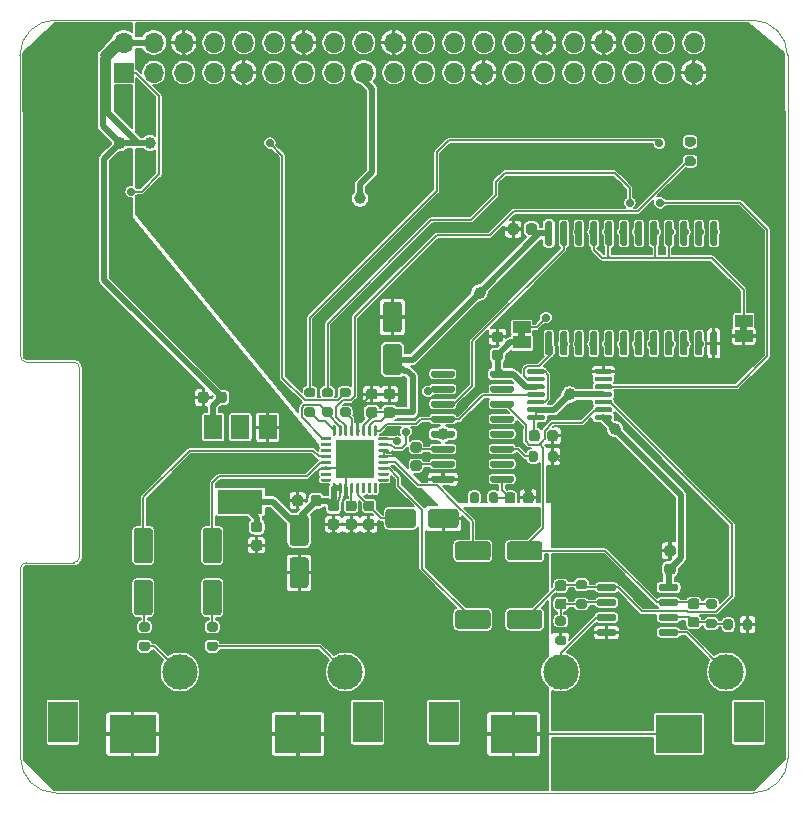
<source format=gtl>
G04 #@! TF.GenerationSoftware,KiCad,Pcbnew,5.1.9+dfsg1-1*
G04 #@! TF.CreationDate,2021-11-16T15:54:50+11:00*
G04 #@! TF.ProjectId,RAMPlatterHybrid,52414d50-6c61-4747-9465-724879627269,rev?*
G04 #@! TF.SameCoordinates,Original*
G04 #@! TF.FileFunction,Copper,L1,Top*
G04 #@! TF.FilePolarity,Positive*
%FSLAX45Y45*%
G04 Gerber Fmt 4.5, Leading zero omitted, Abs format (unit mm)*
G04 Created by KiCad (PCBNEW 5.1.9+dfsg1-1) date 2021-11-16 15:54:50*
%MOMM*%
%LPD*%
G01*
G04 APERTURE LIST*
G04 #@! TA.AperFunction,Profile*
%ADD10C,0.100000*%
G04 #@! TD*
G04 #@! TA.AperFunction,EtchedComponent*
%ADD11C,0.150000*%
G04 #@! TD*
G04 #@! TA.AperFunction,ComponentPad*
%ADD12R,4.000000X3.200000*%
G04 #@! TD*
G04 #@! TA.AperFunction,ComponentPad*
%ADD13C,3.000000*%
G04 #@! TD*
G04 #@! TA.AperFunction,WasherPad*
%ADD14R,2.500000X3.500000*%
G04 #@! TD*
G04 #@! TA.AperFunction,SMDPad,CuDef*
%ADD15R,3.800000X2.000000*%
G04 #@! TD*
G04 #@! TA.AperFunction,SMDPad,CuDef*
%ADD16R,1.500000X2.000000*%
G04 #@! TD*
G04 #@! TA.AperFunction,SMDPad,CuDef*
%ADD17R,3.300000X3.300000*%
G04 #@! TD*
G04 #@! TA.AperFunction,SMDPad,CuDef*
%ADD18R,1.500000X1.000000*%
G04 #@! TD*
G04 #@! TA.AperFunction,ComponentPad*
%ADD19R,1.700000X1.700000*%
G04 #@! TD*
G04 #@! TA.AperFunction,ComponentPad*
%ADD20O,1.700000X1.700000*%
G04 #@! TD*
G04 #@! TA.AperFunction,ViaPad*
%ADD21C,1.000000*%
G04 #@! TD*
G04 #@! TA.AperFunction,ViaPad*
%ADD22C,0.700000*%
G04 #@! TD*
G04 #@! TA.AperFunction,Conductor*
%ADD23C,0.150000*%
G04 #@! TD*
G04 #@! TA.AperFunction,Conductor*
%ADD24C,0.500000*%
G04 #@! TD*
G04 APERTURE END LIST*
D10*
X20000000Y-9700000D02*
X19995000Y-8755000D01*
X26500000Y-9700000D02*
X26495000Y-8755000D01*
X20049913Y-13050000D02*
G75*
G03*
X20000000Y-13100000I87J-50000D01*
G01*
X20450000Y-13050000D02*
G75*
G03*
X20500000Y-13000000I0J50000D01*
G01*
X20000000Y-11300000D02*
G75*
G03*
X20050000Y-11350000I50000J0D01*
G01*
X20500000Y-11400000D02*
G75*
G03*
X20450000Y-11350000I-50000J0D01*
G01*
X20000000Y-9700000D02*
X20000000Y-11300000D01*
X26495000Y-8755000D02*
G75*
G03*
X26195000Y-8455000I-300000J0D01*
G01*
X26200000Y-15000000D02*
G75*
G03*
X26500000Y-14700000I0J300000D01*
G01*
X20000000Y-14700000D02*
G75*
G03*
X20300000Y-15000000I300000J0D01*
G01*
X20295000Y-8455000D02*
G75*
G03*
X19995000Y-8755000I0J-300000D01*
G01*
X26195000Y-8455000D02*
X20295000Y-8455000D01*
X20450000Y-13050000D02*
X20050000Y-13050000D01*
X20500000Y-11400000D02*
X20500000Y-13000000D01*
X20050000Y-11350000D02*
X20450000Y-11350000D01*
X26500000Y-14700000D02*
X26500000Y-9700000D01*
X20300000Y-15000000D02*
X26200000Y-15000000D01*
X20000000Y-13100000D02*
X20000000Y-14700000D01*
D11*
G36*
X24215000Y-11145000D02*
G01*
X24215000Y-11095000D01*
X24275000Y-11095000D01*
X24275000Y-11145000D01*
X24215000Y-11145000D01*
G37*
G36*
X26095000Y-11090000D02*
G01*
X26095000Y-11040000D01*
X26155000Y-11040000D01*
X26155000Y-11090000D01*
X26095000Y-11090000D01*
G37*
D12*
X22350000Y-14500000D03*
X20950000Y-14500000D03*
D13*
X22750000Y-13975000D03*
X21350000Y-13975000D03*
D14*
X22940000Y-14400000D03*
X20360000Y-14400000D03*
G04 #@! TA.AperFunction,SMDPad,CuDef*
G36*
G01*
X24489000Y-11295000D02*
X24459000Y-11295000D01*
G75*
G02*
X24444000Y-11280000I0J15000D01*
G01*
X24444000Y-11105000D01*
G75*
G02*
X24459000Y-11090000I15000J0D01*
G01*
X24489000Y-11090000D01*
G75*
G02*
X24504000Y-11105000I0J-15000D01*
G01*
X24504000Y-11280000D01*
G75*
G02*
X24489000Y-11295000I-15000J0D01*
G01*
G37*
G04 #@! TD.AperFunction*
G04 #@! TA.AperFunction,SMDPad,CuDef*
G36*
G01*
X24616000Y-11295000D02*
X24586000Y-11295000D01*
G75*
G02*
X24571000Y-11280000I0J15000D01*
G01*
X24571000Y-11105000D01*
G75*
G02*
X24586000Y-11090000I15000J0D01*
G01*
X24616000Y-11090000D01*
G75*
G02*
X24631000Y-11105000I0J-15000D01*
G01*
X24631000Y-11280000D01*
G75*
G02*
X24616000Y-11295000I-15000J0D01*
G01*
G37*
G04 #@! TD.AperFunction*
G04 #@! TA.AperFunction,SMDPad,CuDef*
G36*
G01*
X24743000Y-11295000D02*
X24713000Y-11295000D01*
G75*
G02*
X24698000Y-11280000I0J15000D01*
G01*
X24698000Y-11105000D01*
G75*
G02*
X24713000Y-11090000I15000J0D01*
G01*
X24743000Y-11090000D01*
G75*
G02*
X24758000Y-11105000I0J-15000D01*
G01*
X24758000Y-11280000D01*
G75*
G02*
X24743000Y-11295000I-15000J0D01*
G01*
G37*
G04 #@! TD.AperFunction*
G04 #@! TA.AperFunction,SMDPad,CuDef*
G36*
G01*
X24870000Y-11295000D02*
X24840000Y-11295000D01*
G75*
G02*
X24825000Y-11280000I0J15000D01*
G01*
X24825000Y-11105000D01*
G75*
G02*
X24840000Y-11090000I15000J0D01*
G01*
X24870000Y-11090000D01*
G75*
G02*
X24885000Y-11105000I0J-15000D01*
G01*
X24885000Y-11280000D01*
G75*
G02*
X24870000Y-11295000I-15000J0D01*
G01*
G37*
G04 #@! TD.AperFunction*
G04 #@! TA.AperFunction,SMDPad,CuDef*
G36*
G01*
X24997000Y-11295000D02*
X24967000Y-11295000D01*
G75*
G02*
X24952000Y-11280000I0J15000D01*
G01*
X24952000Y-11105000D01*
G75*
G02*
X24967000Y-11090000I15000J0D01*
G01*
X24997000Y-11090000D01*
G75*
G02*
X25012000Y-11105000I0J-15000D01*
G01*
X25012000Y-11280000D01*
G75*
G02*
X24997000Y-11295000I-15000J0D01*
G01*
G37*
G04 #@! TD.AperFunction*
G04 #@! TA.AperFunction,SMDPad,CuDef*
G36*
G01*
X25124000Y-11295000D02*
X25094000Y-11295000D01*
G75*
G02*
X25079000Y-11280000I0J15000D01*
G01*
X25079000Y-11105000D01*
G75*
G02*
X25094000Y-11090000I15000J0D01*
G01*
X25124000Y-11090000D01*
G75*
G02*
X25139000Y-11105000I0J-15000D01*
G01*
X25139000Y-11280000D01*
G75*
G02*
X25124000Y-11295000I-15000J0D01*
G01*
G37*
G04 #@! TD.AperFunction*
G04 #@! TA.AperFunction,SMDPad,CuDef*
G36*
G01*
X25251000Y-11295000D02*
X25221000Y-11295000D01*
G75*
G02*
X25206000Y-11280000I0J15000D01*
G01*
X25206000Y-11105000D01*
G75*
G02*
X25221000Y-11090000I15000J0D01*
G01*
X25251000Y-11090000D01*
G75*
G02*
X25266000Y-11105000I0J-15000D01*
G01*
X25266000Y-11280000D01*
G75*
G02*
X25251000Y-11295000I-15000J0D01*
G01*
G37*
G04 #@! TD.AperFunction*
G04 #@! TA.AperFunction,SMDPad,CuDef*
G36*
G01*
X25378000Y-11295000D02*
X25348000Y-11295000D01*
G75*
G02*
X25333000Y-11280000I0J15000D01*
G01*
X25333000Y-11105000D01*
G75*
G02*
X25348000Y-11090000I15000J0D01*
G01*
X25378000Y-11090000D01*
G75*
G02*
X25393000Y-11105000I0J-15000D01*
G01*
X25393000Y-11280000D01*
G75*
G02*
X25378000Y-11295000I-15000J0D01*
G01*
G37*
G04 #@! TD.AperFunction*
G04 #@! TA.AperFunction,SMDPad,CuDef*
G36*
G01*
X25505000Y-11295000D02*
X25475000Y-11295000D01*
G75*
G02*
X25460000Y-11280000I0J15000D01*
G01*
X25460000Y-11105000D01*
G75*
G02*
X25475000Y-11090000I15000J0D01*
G01*
X25505000Y-11090000D01*
G75*
G02*
X25520000Y-11105000I0J-15000D01*
G01*
X25520000Y-11280000D01*
G75*
G02*
X25505000Y-11295000I-15000J0D01*
G01*
G37*
G04 #@! TD.AperFunction*
G04 #@! TA.AperFunction,SMDPad,CuDef*
G36*
G01*
X25632000Y-11295000D02*
X25602000Y-11295000D01*
G75*
G02*
X25587000Y-11280000I0J15000D01*
G01*
X25587000Y-11105000D01*
G75*
G02*
X25602000Y-11090000I15000J0D01*
G01*
X25632000Y-11090000D01*
G75*
G02*
X25647000Y-11105000I0J-15000D01*
G01*
X25647000Y-11280000D01*
G75*
G02*
X25632000Y-11295000I-15000J0D01*
G01*
G37*
G04 #@! TD.AperFunction*
G04 #@! TA.AperFunction,SMDPad,CuDef*
G36*
G01*
X25759000Y-11295000D02*
X25729000Y-11295000D01*
G75*
G02*
X25714000Y-11280000I0J15000D01*
G01*
X25714000Y-11105000D01*
G75*
G02*
X25729000Y-11090000I15000J0D01*
G01*
X25759000Y-11090000D01*
G75*
G02*
X25774000Y-11105000I0J-15000D01*
G01*
X25774000Y-11280000D01*
G75*
G02*
X25759000Y-11295000I-15000J0D01*
G01*
G37*
G04 #@! TD.AperFunction*
G04 #@! TA.AperFunction,SMDPad,CuDef*
G36*
G01*
X25886000Y-11295000D02*
X25856000Y-11295000D01*
G75*
G02*
X25841000Y-11280000I0J15000D01*
G01*
X25841000Y-11105000D01*
G75*
G02*
X25856000Y-11090000I15000J0D01*
G01*
X25886000Y-11090000D01*
G75*
G02*
X25901000Y-11105000I0J-15000D01*
G01*
X25901000Y-11280000D01*
G75*
G02*
X25886000Y-11295000I-15000J0D01*
G01*
G37*
G04 #@! TD.AperFunction*
G04 #@! TA.AperFunction,SMDPad,CuDef*
G36*
G01*
X25886000Y-10365000D02*
X25856000Y-10365000D01*
G75*
G02*
X25841000Y-10350000I0J15000D01*
G01*
X25841000Y-10175000D01*
G75*
G02*
X25856000Y-10160000I15000J0D01*
G01*
X25886000Y-10160000D01*
G75*
G02*
X25901000Y-10175000I0J-15000D01*
G01*
X25901000Y-10350000D01*
G75*
G02*
X25886000Y-10365000I-15000J0D01*
G01*
G37*
G04 #@! TD.AperFunction*
G04 #@! TA.AperFunction,SMDPad,CuDef*
G36*
G01*
X25759000Y-10365000D02*
X25729000Y-10365000D01*
G75*
G02*
X25714000Y-10350000I0J15000D01*
G01*
X25714000Y-10175000D01*
G75*
G02*
X25729000Y-10160000I15000J0D01*
G01*
X25759000Y-10160000D01*
G75*
G02*
X25774000Y-10175000I0J-15000D01*
G01*
X25774000Y-10350000D01*
G75*
G02*
X25759000Y-10365000I-15000J0D01*
G01*
G37*
G04 #@! TD.AperFunction*
G04 #@! TA.AperFunction,SMDPad,CuDef*
G36*
G01*
X25632000Y-10365000D02*
X25602000Y-10365000D01*
G75*
G02*
X25587000Y-10350000I0J15000D01*
G01*
X25587000Y-10175000D01*
G75*
G02*
X25602000Y-10160000I15000J0D01*
G01*
X25632000Y-10160000D01*
G75*
G02*
X25647000Y-10175000I0J-15000D01*
G01*
X25647000Y-10350000D01*
G75*
G02*
X25632000Y-10365000I-15000J0D01*
G01*
G37*
G04 #@! TD.AperFunction*
G04 #@! TA.AperFunction,SMDPad,CuDef*
G36*
G01*
X25505000Y-10365000D02*
X25475000Y-10365000D01*
G75*
G02*
X25460000Y-10350000I0J15000D01*
G01*
X25460000Y-10175000D01*
G75*
G02*
X25475000Y-10160000I15000J0D01*
G01*
X25505000Y-10160000D01*
G75*
G02*
X25520000Y-10175000I0J-15000D01*
G01*
X25520000Y-10350000D01*
G75*
G02*
X25505000Y-10365000I-15000J0D01*
G01*
G37*
G04 #@! TD.AperFunction*
G04 #@! TA.AperFunction,SMDPad,CuDef*
G36*
G01*
X25378000Y-10365000D02*
X25348000Y-10365000D01*
G75*
G02*
X25333000Y-10350000I0J15000D01*
G01*
X25333000Y-10175000D01*
G75*
G02*
X25348000Y-10160000I15000J0D01*
G01*
X25378000Y-10160000D01*
G75*
G02*
X25393000Y-10175000I0J-15000D01*
G01*
X25393000Y-10350000D01*
G75*
G02*
X25378000Y-10365000I-15000J0D01*
G01*
G37*
G04 #@! TD.AperFunction*
G04 #@! TA.AperFunction,SMDPad,CuDef*
G36*
G01*
X25251000Y-10365000D02*
X25221000Y-10365000D01*
G75*
G02*
X25206000Y-10350000I0J15000D01*
G01*
X25206000Y-10175000D01*
G75*
G02*
X25221000Y-10160000I15000J0D01*
G01*
X25251000Y-10160000D01*
G75*
G02*
X25266000Y-10175000I0J-15000D01*
G01*
X25266000Y-10350000D01*
G75*
G02*
X25251000Y-10365000I-15000J0D01*
G01*
G37*
G04 #@! TD.AperFunction*
G04 #@! TA.AperFunction,SMDPad,CuDef*
G36*
G01*
X25124000Y-10365000D02*
X25094000Y-10365000D01*
G75*
G02*
X25079000Y-10350000I0J15000D01*
G01*
X25079000Y-10175000D01*
G75*
G02*
X25094000Y-10160000I15000J0D01*
G01*
X25124000Y-10160000D01*
G75*
G02*
X25139000Y-10175000I0J-15000D01*
G01*
X25139000Y-10350000D01*
G75*
G02*
X25124000Y-10365000I-15000J0D01*
G01*
G37*
G04 #@! TD.AperFunction*
G04 #@! TA.AperFunction,SMDPad,CuDef*
G36*
G01*
X24997000Y-10365000D02*
X24967000Y-10365000D01*
G75*
G02*
X24952000Y-10350000I0J15000D01*
G01*
X24952000Y-10175000D01*
G75*
G02*
X24967000Y-10160000I15000J0D01*
G01*
X24997000Y-10160000D01*
G75*
G02*
X25012000Y-10175000I0J-15000D01*
G01*
X25012000Y-10350000D01*
G75*
G02*
X24997000Y-10365000I-15000J0D01*
G01*
G37*
G04 #@! TD.AperFunction*
G04 #@! TA.AperFunction,SMDPad,CuDef*
G36*
G01*
X24870000Y-10365000D02*
X24840000Y-10365000D01*
G75*
G02*
X24825000Y-10350000I0J15000D01*
G01*
X24825000Y-10175000D01*
G75*
G02*
X24840000Y-10160000I15000J0D01*
G01*
X24870000Y-10160000D01*
G75*
G02*
X24885000Y-10175000I0J-15000D01*
G01*
X24885000Y-10350000D01*
G75*
G02*
X24870000Y-10365000I-15000J0D01*
G01*
G37*
G04 #@! TD.AperFunction*
G04 #@! TA.AperFunction,SMDPad,CuDef*
G36*
G01*
X24743000Y-10365000D02*
X24713000Y-10365000D01*
G75*
G02*
X24698000Y-10350000I0J15000D01*
G01*
X24698000Y-10175000D01*
G75*
G02*
X24713000Y-10160000I15000J0D01*
G01*
X24743000Y-10160000D01*
G75*
G02*
X24758000Y-10175000I0J-15000D01*
G01*
X24758000Y-10350000D01*
G75*
G02*
X24743000Y-10365000I-15000J0D01*
G01*
G37*
G04 #@! TD.AperFunction*
G04 #@! TA.AperFunction,SMDPad,CuDef*
G36*
G01*
X24616000Y-10365000D02*
X24586000Y-10365000D01*
G75*
G02*
X24571000Y-10350000I0J15000D01*
G01*
X24571000Y-10175000D01*
G75*
G02*
X24586000Y-10160000I15000J0D01*
G01*
X24616000Y-10160000D01*
G75*
G02*
X24631000Y-10175000I0J-15000D01*
G01*
X24631000Y-10350000D01*
G75*
G02*
X24616000Y-10365000I-15000J0D01*
G01*
G37*
G04 #@! TD.AperFunction*
G04 #@! TA.AperFunction,SMDPad,CuDef*
G36*
G01*
X24489000Y-10365000D02*
X24459000Y-10365000D01*
G75*
G02*
X24444000Y-10350000I0J15000D01*
G01*
X24444000Y-10175000D01*
G75*
G02*
X24459000Y-10160000I15000J0D01*
G01*
X24489000Y-10160000D01*
G75*
G02*
X24504000Y-10175000I0J-15000D01*
G01*
X24504000Y-10350000D01*
G75*
G02*
X24489000Y-10365000I-15000J0D01*
G01*
G37*
G04 #@! TD.AperFunction*
G04 #@! TA.AperFunction,SMDPad,CuDef*
G36*
G01*
X21652500Y-13797500D02*
X21597500Y-13797500D01*
G75*
G02*
X21577500Y-13777500I0J20000D01*
G01*
X21577500Y-13737500D01*
G75*
G02*
X21597500Y-13717500I20000J0D01*
G01*
X21652500Y-13717500D01*
G75*
G02*
X21672500Y-13737500I0J-20000D01*
G01*
X21672500Y-13777500D01*
G75*
G02*
X21652500Y-13797500I-20000J0D01*
G01*
G37*
G04 #@! TD.AperFunction*
G04 #@! TA.AperFunction,SMDPad,CuDef*
G36*
G01*
X21652500Y-13632500D02*
X21597500Y-13632500D01*
G75*
G02*
X21577500Y-13612500I0J20000D01*
G01*
X21577500Y-13572500D01*
G75*
G02*
X21597500Y-13552500I20000J0D01*
G01*
X21652500Y-13552500D01*
G75*
G02*
X21672500Y-13572500I0J-20000D01*
G01*
X21672500Y-13612500D01*
G75*
G02*
X21652500Y-13632500I-20000J0D01*
G01*
G37*
G04 #@! TD.AperFunction*
G04 #@! TA.AperFunction,SMDPad,CuDef*
G36*
G01*
X21077500Y-13632500D02*
X21022500Y-13632500D01*
G75*
G02*
X21002500Y-13612500I0J20000D01*
G01*
X21002500Y-13572500D01*
G75*
G02*
X21022500Y-13552500I20000J0D01*
G01*
X21077500Y-13552500D01*
G75*
G02*
X21097500Y-13572500I0J-20000D01*
G01*
X21097500Y-13612500D01*
G75*
G02*
X21077500Y-13632500I-20000J0D01*
G01*
G37*
G04 #@! TD.AperFunction*
G04 #@! TA.AperFunction,SMDPad,CuDef*
G36*
G01*
X21077500Y-13797500D02*
X21022500Y-13797500D01*
G75*
G02*
X21002500Y-13777500I0J20000D01*
G01*
X21002500Y-13737500D01*
G75*
G02*
X21022500Y-13717500I20000J0D01*
G01*
X21077500Y-13717500D01*
G75*
G02*
X21097500Y-13737500I0J-20000D01*
G01*
X21097500Y-13777500D01*
G75*
G02*
X21077500Y-13797500I-20000J0D01*
G01*
G37*
G04 #@! TD.AperFunction*
G04 #@! TA.AperFunction,SMDPad,CuDef*
G36*
G01*
X22477500Y-11815000D02*
X22422500Y-11815000D01*
G75*
G02*
X22402500Y-11795000I0J20000D01*
G01*
X22402500Y-11755000D01*
G75*
G02*
X22422500Y-11735000I20000J0D01*
G01*
X22477500Y-11735000D01*
G75*
G02*
X22497500Y-11755000I0J-20000D01*
G01*
X22497500Y-11795000D01*
G75*
G02*
X22477500Y-11815000I-20000J0D01*
G01*
G37*
G04 #@! TD.AperFunction*
G04 #@! TA.AperFunction,SMDPad,CuDef*
G36*
G01*
X22477500Y-11650000D02*
X22422500Y-11650000D01*
G75*
G02*
X22402500Y-11630000I0J20000D01*
G01*
X22402500Y-11590000D01*
G75*
G02*
X22422500Y-11570000I20000J0D01*
G01*
X22477500Y-11570000D01*
G75*
G02*
X22497500Y-11590000I0J-20000D01*
G01*
X22497500Y-11630000D01*
G75*
G02*
X22477500Y-11650000I-20000J0D01*
G01*
G37*
G04 #@! TD.AperFunction*
G04 #@! TA.AperFunction,SMDPad,CuDef*
G36*
G01*
X25697500Y-9525000D02*
X25642500Y-9525000D01*
G75*
G02*
X25622500Y-9505000I0J20000D01*
G01*
X25622500Y-9465000D01*
G75*
G02*
X25642500Y-9445000I20000J0D01*
G01*
X25697500Y-9445000D01*
G75*
G02*
X25717500Y-9465000I0J-20000D01*
G01*
X25717500Y-9505000D01*
G75*
G02*
X25697500Y-9525000I-20000J0D01*
G01*
G37*
G04 #@! TD.AperFunction*
G04 #@! TA.AperFunction,SMDPad,CuDef*
G36*
G01*
X25697500Y-9690000D02*
X25642500Y-9690000D01*
G75*
G02*
X25622500Y-9670000I0J20000D01*
G01*
X25622500Y-9630000D01*
G75*
G02*
X25642500Y-9610000I20000J0D01*
G01*
X25697500Y-9610000D01*
G75*
G02*
X25717500Y-9630000I0J-20000D01*
G01*
X25717500Y-9670000D01*
G75*
G02*
X25697500Y-9690000I-20000J0D01*
G01*
G37*
G04 #@! TD.AperFunction*
G04 #@! TA.AperFunction,SMDPad,CuDef*
G36*
G01*
X22627500Y-11650000D02*
X22572500Y-11650000D01*
G75*
G02*
X22552500Y-11630000I0J20000D01*
G01*
X22552500Y-11590000D01*
G75*
G02*
X22572500Y-11570000I20000J0D01*
G01*
X22627500Y-11570000D01*
G75*
G02*
X22647500Y-11590000I0J-20000D01*
G01*
X22647500Y-11630000D01*
G75*
G02*
X22627500Y-11650000I-20000J0D01*
G01*
G37*
G04 #@! TD.AperFunction*
G04 #@! TA.AperFunction,SMDPad,CuDef*
G36*
G01*
X22627500Y-11815000D02*
X22572500Y-11815000D01*
G75*
G02*
X22552500Y-11795000I0J20000D01*
G01*
X22552500Y-11755000D01*
G75*
G02*
X22572500Y-11735000I20000J0D01*
G01*
X22627500Y-11735000D01*
G75*
G02*
X22647500Y-11755000I0J-20000D01*
G01*
X22647500Y-11795000D01*
G75*
G02*
X22627500Y-11815000I-20000J0D01*
G01*
G37*
G04 #@! TD.AperFunction*
G04 #@! TA.AperFunction,SMDPad,CuDef*
G36*
G01*
X22777500Y-11815000D02*
X22722500Y-11815000D01*
G75*
G02*
X22702500Y-11795000I0J20000D01*
G01*
X22702500Y-11755000D01*
G75*
G02*
X22722500Y-11735000I20000J0D01*
G01*
X22777500Y-11735000D01*
G75*
G02*
X22797500Y-11755000I0J-20000D01*
G01*
X22797500Y-11795000D01*
G75*
G02*
X22777500Y-11815000I-20000J0D01*
G01*
G37*
G04 #@! TD.AperFunction*
G04 #@! TA.AperFunction,SMDPad,CuDef*
G36*
G01*
X22777500Y-11650000D02*
X22722500Y-11650000D01*
G75*
G02*
X22702500Y-11630000I0J20000D01*
G01*
X22702500Y-11590000D01*
G75*
G02*
X22722500Y-11570000I20000J0D01*
G01*
X22777500Y-11570000D01*
G75*
G02*
X22797500Y-11590000I0J-20000D01*
G01*
X22797500Y-11630000D01*
G75*
G02*
X22777500Y-11650000I-20000J0D01*
G01*
G37*
G04 #@! TD.AperFunction*
D15*
X21862500Y-12532500D03*
D16*
X21862500Y-11902500D03*
X21632500Y-11902500D03*
X22092500Y-11902500D03*
G04 #@! TA.AperFunction,SMDPad,CuDef*
G36*
G01*
X23000000Y-11887500D02*
X23012500Y-11887500D01*
G75*
G02*
X23018750Y-11893750I0J-6250D01*
G01*
X23018750Y-11968750D01*
G75*
G02*
X23012500Y-11975000I-6250J0D01*
G01*
X23000000Y-11975000D01*
G75*
G02*
X22993750Y-11968750I0J6250D01*
G01*
X22993750Y-11893750D01*
G75*
G02*
X23000000Y-11887500I6250J0D01*
G01*
G37*
G04 #@! TD.AperFunction*
G04 #@! TA.AperFunction,SMDPad,CuDef*
G36*
G01*
X22950000Y-11887500D02*
X22962500Y-11887500D01*
G75*
G02*
X22968750Y-11893750I0J-6250D01*
G01*
X22968750Y-11968750D01*
G75*
G02*
X22962500Y-11975000I-6250J0D01*
G01*
X22950000Y-11975000D01*
G75*
G02*
X22943750Y-11968750I0J6250D01*
G01*
X22943750Y-11893750D01*
G75*
G02*
X22950000Y-11887500I6250J0D01*
G01*
G37*
G04 #@! TD.AperFunction*
G04 #@! TA.AperFunction,SMDPad,CuDef*
G36*
G01*
X22900000Y-11887500D02*
X22912500Y-11887500D01*
G75*
G02*
X22918750Y-11893750I0J-6250D01*
G01*
X22918750Y-11968750D01*
G75*
G02*
X22912500Y-11975000I-6250J0D01*
G01*
X22900000Y-11975000D01*
G75*
G02*
X22893750Y-11968750I0J6250D01*
G01*
X22893750Y-11893750D01*
G75*
G02*
X22900000Y-11887500I6250J0D01*
G01*
G37*
G04 #@! TD.AperFunction*
G04 #@! TA.AperFunction,SMDPad,CuDef*
G36*
G01*
X22850000Y-11887500D02*
X22862500Y-11887500D01*
G75*
G02*
X22868750Y-11893750I0J-6250D01*
G01*
X22868750Y-11968750D01*
G75*
G02*
X22862500Y-11975000I-6250J0D01*
G01*
X22850000Y-11975000D01*
G75*
G02*
X22843750Y-11968750I0J6250D01*
G01*
X22843750Y-11893750D01*
G75*
G02*
X22850000Y-11887500I6250J0D01*
G01*
G37*
G04 #@! TD.AperFunction*
G04 #@! TA.AperFunction,SMDPad,CuDef*
G36*
G01*
X22800000Y-11887500D02*
X22812500Y-11887500D01*
G75*
G02*
X22818750Y-11893750I0J-6250D01*
G01*
X22818750Y-11968750D01*
G75*
G02*
X22812500Y-11975000I-6250J0D01*
G01*
X22800000Y-11975000D01*
G75*
G02*
X22793750Y-11968750I0J6250D01*
G01*
X22793750Y-11893750D01*
G75*
G02*
X22800000Y-11887500I6250J0D01*
G01*
G37*
G04 #@! TD.AperFunction*
G04 #@! TA.AperFunction,SMDPad,CuDef*
G36*
G01*
X22750000Y-11887500D02*
X22762500Y-11887500D01*
G75*
G02*
X22768750Y-11893750I0J-6250D01*
G01*
X22768750Y-11968750D01*
G75*
G02*
X22762500Y-11975000I-6250J0D01*
G01*
X22750000Y-11975000D01*
G75*
G02*
X22743750Y-11968750I0J6250D01*
G01*
X22743750Y-11893750D01*
G75*
G02*
X22750000Y-11887500I6250J0D01*
G01*
G37*
G04 #@! TD.AperFunction*
G04 #@! TA.AperFunction,SMDPad,CuDef*
G36*
G01*
X22700000Y-11887500D02*
X22712500Y-11887500D01*
G75*
G02*
X22718750Y-11893750I0J-6250D01*
G01*
X22718750Y-11968750D01*
G75*
G02*
X22712500Y-11975000I-6250J0D01*
G01*
X22700000Y-11975000D01*
G75*
G02*
X22693750Y-11968750I0J6250D01*
G01*
X22693750Y-11893750D01*
G75*
G02*
X22700000Y-11887500I6250J0D01*
G01*
G37*
G04 #@! TD.AperFunction*
G04 #@! TA.AperFunction,SMDPad,CuDef*
G36*
G01*
X22650000Y-11887500D02*
X22662500Y-11887500D01*
G75*
G02*
X22668750Y-11893750I0J-6250D01*
G01*
X22668750Y-11968750D01*
G75*
G02*
X22662500Y-11975000I-6250J0D01*
G01*
X22650000Y-11975000D01*
G75*
G02*
X22643750Y-11968750I0J6250D01*
G01*
X22643750Y-11893750D01*
G75*
G02*
X22650000Y-11887500I6250J0D01*
G01*
G37*
G04 #@! TD.AperFunction*
G04 #@! TA.AperFunction,SMDPad,CuDef*
G36*
G01*
X22550000Y-11987500D02*
X22625000Y-11987500D01*
G75*
G02*
X22631250Y-11993750I0J-6250D01*
G01*
X22631250Y-12006250D01*
G75*
G02*
X22625000Y-12012500I-6250J0D01*
G01*
X22550000Y-12012500D01*
G75*
G02*
X22543750Y-12006250I0J6250D01*
G01*
X22543750Y-11993750D01*
G75*
G02*
X22550000Y-11987500I6250J0D01*
G01*
G37*
G04 #@! TD.AperFunction*
G04 #@! TA.AperFunction,SMDPad,CuDef*
G36*
G01*
X22550000Y-12037500D02*
X22625000Y-12037500D01*
G75*
G02*
X22631250Y-12043750I0J-6250D01*
G01*
X22631250Y-12056250D01*
G75*
G02*
X22625000Y-12062500I-6250J0D01*
G01*
X22550000Y-12062500D01*
G75*
G02*
X22543750Y-12056250I0J6250D01*
G01*
X22543750Y-12043750D01*
G75*
G02*
X22550000Y-12037500I6250J0D01*
G01*
G37*
G04 #@! TD.AperFunction*
G04 #@! TA.AperFunction,SMDPad,CuDef*
G36*
G01*
X22550000Y-12087500D02*
X22625000Y-12087500D01*
G75*
G02*
X22631250Y-12093750I0J-6250D01*
G01*
X22631250Y-12106250D01*
G75*
G02*
X22625000Y-12112500I-6250J0D01*
G01*
X22550000Y-12112500D01*
G75*
G02*
X22543750Y-12106250I0J6250D01*
G01*
X22543750Y-12093750D01*
G75*
G02*
X22550000Y-12087500I6250J0D01*
G01*
G37*
G04 #@! TD.AperFunction*
G04 #@! TA.AperFunction,SMDPad,CuDef*
G36*
G01*
X22550000Y-12137500D02*
X22625000Y-12137500D01*
G75*
G02*
X22631250Y-12143750I0J-6250D01*
G01*
X22631250Y-12156250D01*
G75*
G02*
X22625000Y-12162500I-6250J0D01*
G01*
X22550000Y-12162500D01*
G75*
G02*
X22543750Y-12156250I0J6250D01*
G01*
X22543750Y-12143750D01*
G75*
G02*
X22550000Y-12137500I6250J0D01*
G01*
G37*
G04 #@! TD.AperFunction*
G04 #@! TA.AperFunction,SMDPad,CuDef*
G36*
G01*
X22550000Y-12187500D02*
X22625000Y-12187500D01*
G75*
G02*
X22631250Y-12193750I0J-6250D01*
G01*
X22631250Y-12206250D01*
G75*
G02*
X22625000Y-12212500I-6250J0D01*
G01*
X22550000Y-12212500D01*
G75*
G02*
X22543750Y-12206250I0J6250D01*
G01*
X22543750Y-12193750D01*
G75*
G02*
X22550000Y-12187500I6250J0D01*
G01*
G37*
G04 #@! TD.AperFunction*
G04 #@! TA.AperFunction,SMDPad,CuDef*
G36*
G01*
X22550000Y-12237500D02*
X22625000Y-12237500D01*
G75*
G02*
X22631250Y-12243750I0J-6250D01*
G01*
X22631250Y-12256250D01*
G75*
G02*
X22625000Y-12262500I-6250J0D01*
G01*
X22550000Y-12262500D01*
G75*
G02*
X22543750Y-12256250I0J6250D01*
G01*
X22543750Y-12243750D01*
G75*
G02*
X22550000Y-12237500I6250J0D01*
G01*
G37*
G04 #@! TD.AperFunction*
G04 #@! TA.AperFunction,SMDPad,CuDef*
G36*
G01*
X22550000Y-12287500D02*
X22625000Y-12287500D01*
G75*
G02*
X22631250Y-12293750I0J-6250D01*
G01*
X22631250Y-12306250D01*
G75*
G02*
X22625000Y-12312500I-6250J0D01*
G01*
X22550000Y-12312500D01*
G75*
G02*
X22543750Y-12306250I0J6250D01*
G01*
X22543750Y-12293750D01*
G75*
G02*
X22550000Y-12287500I6250J0D01*
G01*
G37*
G04 #@! TD.AperFunction*
G04 #@! TA.AperFunction,SMDPad,CuDef*
G36*
G01*
X22550000Y-12337500D02*
X22625000Y-12337500D01*
G75*
G02*
X22631250Y-12343750I0J-6250D01*
G01*
X22631250Y-12356250D01*
G75*
G02*
X22625000Y-12362500I-6250J0D01*
G01*
X22550000Y-12362500D01*
G75*
G02*
X22543750Y-12356250I0J6250D01*
G01*
X22543750Y-12343750D01*
G75*
G02*
X22550000Y-12337500I6250J0D01*
G01*
G37*
G04 #@! TD.AperFunction*
G04 #@! TA.AperFunction,SMDPad,CuDef*
G36*
G01*
X22650000Y-12375000D02*
X22662500Y-12375000D01*
G75*
G02*
X22668750Y-12381250I0J-6250D01*
G01*
X22668750Y-12456250D01*
G75*
G02*
X22662500Y-12462500I-6250J0D01*
G01*
X22650000Y-12462500D01*
G75*
G02*
X22643750Y-12456250I0J6250D01*
G01*
X22643750Y-12381250D01*
G75*
G02*
X22650000Y-12375000I6250J0D01*
G01*
G37*
G04 #@! TD.AperFunction*
G04 #@! TA.AperFunction,SMDPad,CuDef*
G36*
G01*
X22700000Y-12375000D02*
X22712500Y-12375000D01*
G75*
G02*
X22718750Y-12381250I0J-6250D01*
G01*
X22718750Y-12456250D01*
G75*
G02*
X22712500Y-12462500I-6250J0D01*
G01*
X22700000Y-12462500D01*
G75*
G02*
X22693750Y-12456250I0J6250D01*
G01*
X22693750Y-12381250D01*
G75*
G02*
X22700000Y-12375000I6250J0D01*
G01*
G37*
G04 #@! TD.AperFunction*
G04 #@! TA.AperFunction,SMDPad,CuDef*
G36*
G01*
X22750000Y-12375000D02*
X22762500Y-12375000D01*
G75*
G02*
X22768750Y-12381250I0J-6250D01*
G01*
X22768750Y-12456250D01*
G75*
G02*
X22762500Y-12462500I-6250J0D01*
G01*
X22750000Y-12462500D01*
G75*
G02*
X22743750Y-12456250I0J6250D01*
G01*
X22743750Y-12381250D01*
G75*
G02*
X22750000Y-12375000I6250J0D01*
G01*
G37*
G04 #@! TD.AperFunction*
G04 #@! TA.AperFunction,SMDPad,CuDef*
G36*
G01*
X22800000Y-12375000D02*
X22812500Y-12375000D01*
G75*
G02*
X22818750Y-12381250I0J-6250D01*
G01*
X22818750Y-12456250D01*
G75*
G02*
X22812500Y-12462500I-6250J0D01*
G01*
X22800000Y-12462500D01*
G75*
G02*
X22793750Y-12456250I0J6250D01*
G01*
X22793750Y-12381250D01*
G75*
G02*
X22800000Y-12375000I6250J0D01*
G01*
G37*
G04 #@! TD.AperFunction*
G04 #@! TA.AperFunction,SMDPad,CuDef*
G36*
G01*
X22850000Y-12375000D02*
X22862500Y-12375000D01*
G75*
G02*
X22868750Y-12381250I0J-6250D01*
G01*
X22868750Y-12456250D01*
G75*
G02*
X22862500Y-12462500I-6250J0D01*
G01*
X22850000Y-12462500D01*
G75*
G02*
X22843750Y-12456250I0J6250D01*
G01*
X22843750Y-12381250D01*
G75*
G02*
X22850000Y-12375000I6250J0D01*
G01*
G37*
G04 #@! TD.AperFunction*
G04 #@! TA.AperFunction,SMDPad,CuDef*
G36*
G01*
X22900000Y-12375000D02*
X22912500Y-12375000D01*
G75*
G02*
X22918750Y-12381250I0J-6250D01*
G01*
X22918750Y-12456250D01*
G75*
G02*
X22912500Y-12462500I-6250J0D01*
G01*
X22900000Y-12462500D01*
G75*
G02*
X22893750Y-12456250I0J6250D01*
G01*
X22893750Y-12381250D01*
G75*
G02*
X22900000Y-12375000I6250J0D01*
G01*
G37*
G04 #@! TD.AperFunction*
G04 #@! TA.AperFunction,SMDPad,CuDef*
G36*
G01*
X22950000Y-12375000D02*
X22962500Y-12375000D01*
G75*
G02*
X22968750Y-12381250I0J-6250D01*
G01*
X22968750Y-12456250D01*
G75*
G02*
X22962500Y-12462500I-6250J0D01*
G01*
X22950000Y-12462500D01*
G75*
G02*
X22943750Y-12456250I0J6250D01*
G01*
X22943750Y-12381250D01*
G75*
G02*
X22950000Y-12375000I6250J0D01*
G01*
G37*
G04 #@! TD.AperFunction*
G04 #@! TA.AperFunction,SMDPad,CuDef*
G36*
G01*
X23000000Y-12375000D02*
X23012500Y-12375000D01*
G75*
G02*
X23018750Y-12381250I0J-6250D01*
G01*
X23018750Y-12456250D01*
G75*
G02*
X23012500Y-12462500I-6250J0D01*
G01*
X23000000Y-12462500D01*
G75*
G02*
X22993750Y-12456250I0J6250D01*
G01*
X22993750Y-12381250D01*
G75*
G02*
X23000000Y-12375000I6250J0D01*
G01*
G37*
G04 #@! TD.AperFunction*
G04 #@! TA.AperFunction,SMDPad,CuDef*
G36*
G01*
X23037500Y-12337500D02*
X23112500Y-12337500D01*
G75*
G02*
X23118750Y-12343750I0J-6250D01*
G01*
X23118750Y-12356250D01*
G75*
G02*
X23112500Y-12362500I-6250J0D01*
G01*
X23037500Y-12362500D01*
G75*
G02*
X23031250Y-12356250I0J6250D01*
G01*
X23031250Y-12343750D01*
G75*
G02*
X23037500Y-12337500I6250J0D01*
G01*
G37*
G04 #@! TD.AperFunction*
G04 #@! TA.AperFunction,SMDPad,CuDef*
G36*
G01*
X23037500Y-12287500D02*
X23112500Y-12287500D01*
G75*
G02*
X23118750Y-12293750I0J-6250D01*
G01*
X23118750Y-12306250D01*
G75*
G02*
X23112500Y-12312500I-6250J0D01*
G01*
X23037500Y-12312500D01*
G75*
G02*
X23031250Y-12306250I0J6250D01*
G01*
X23031250Y-12293750D01*
G75*
G02*
X23037500Y-12287500I6250J0D01*
G01*
G37*
G04 #@! TD.AperFunction*
G04 #@! TA.AperFunction,SMDPad,CuDef*
G36*
G01*
X23037500Y-12237500D02*
X23112500Y-12237500D01*
G75*
G02*
X23118750Y-12243750I0J-6250D01*
G01*
X23118750Y-12256250D01*
G75*
G02*
X23112500Y-12262500I-6250J0D01*
G01*
X23037500Y-12262500D01*
G75*
G02*
X23031250Y-12256250I0J6250D01*
G01*
X23031250Y-12243750D01*
G75*
G02*
X23037500Y-12237500I6250J0D01*
G01*
G37*
G04 #@! TD.AperFunction*
G04 #@! TA.AperFunction,SMDPad,CuDef*
G36*
G01*
X23037500Y-12187500D02*
X23112500Y-12187500D01*
G75*
G02*
X23118750Y-12193750I0J-6250D01*
G01*
X23118750Y-12206250D01*
G75*
G02*
X23112500Y-12212500I-6250J0D01*
G01*
X23037500Y-12212500D01*
G75*
G02*
X23031250Y-12206250I0J6250D01*
G01*
X23031250Y-12193750D01*
G75*
G02*
X23037500Y-12187500I6250J0D01*
G01*
G37*
G04 #@! TD.AperFunction*
G04 #@! TA.AperFunction,SMDPad,CuDef*
G36*
G01*
X23037500Y-12137500D02*
X23112500Y-12137500D01*
G75*
G02*
X23118750Y-12143750I0J-6250D01*
G01*
X23118750Y-12156250D01*
G75*
G02*
X23112500Y-12162500I-6250J0D01*
G01*
X23037500Y-12162500D01*
G75*
G02*
X23031250Y-12156250I0J6250D01*
G01*
X23031250Y-12143750D01*
G75*
G02*
X23037500Y-12137500I6250J0D01*
G01*
G37*
G04 #@! TD.AperFunction*
G04 #@! TA.AperFunction,SMDPad,CuDef*
G36*
G01*
X23037500Y-12087500D02*
X23112500Y-12087500D01*
G75*
G02*
X23118750Y-12093750I0J-6250D01*
G01*
X23118750Y-12106250D01*
G75*
G02*
X23112500Y-12112500I-6250J0D01*
G01*
X23037500Y-12112500D01*
G75*
G02*
X23031250Y-12106250I0J6250D01*
G01*
X23031250Y-12093750D01*
G75*
G02*
X23037500Y-12087500I6250J0D01*
G01*
G37*
G04 #@! TD.AperFunction*
G04 #@! TA.AperFunction,SMDPad,CuDef*
G36*
G01*
X23037500Y-12037500D02*
X23112500Y-12037500D01*
G75*
G02*
X23118750Y-12043750I0J-6250D01*
G01*
X23118750Y-12056250D01*
G75*
G02*
X23112500Y-12062500I-6250J0D01*
G01*
X23037500Y-12062500D01*
G75*
G02*
X23031250Y-12056250I0J6250D01*
G01*
X23031250Y-12043750D01*
G75*
G02*
X23037500Y-12037500I6250J0D01*
G01*
G37*
G04 #@! TD.AperFunction*
G04 #@! TA.AperFunction,SMDPad,CuDef*
G36*
G01*
X23037500Y-11987500D02*
X23112500Y-11987500D01*
G75*
G02*
X23118750Y-11993750I0J-6250D01*
G01*
X23118750Y-12006250D01*
G75*
G02*
X23112500Y-12012500I-6250J0D01*
G01*
X23037500Y-12012500D01*
G75*
G02*
X23031250Y-12006250I0J6250D01*
G01*
X23031250Y-11993750D01*
G75*
G02*
X23037500Y-11987500I6250J0D01*
G01*
G37*
G04 #@! TD.AperFunction*
D17*
X22831250Y-12175000D03*
G04 #@! TA.AperFunction,SMDPad,CuDef*
G36*
G01*
X25675000Y-13507500D02*
X25725000Y-13507500D01*
G75*
G02*
X25747500Y-13530000I0J-22500D01*
G01*
X25747500Y-13575000D01*
G75*
G02*
X25725000Y-13597500I-22500J0D01*
G01*
X25675000Y-13597500D01*
G75*
G02*
X25652500Y-13575000I0J22500D01*
G01*
X25652500Y-13530000D01*
G75*
G02*
X25675000Y-13507500I22500J0D01*
G01*
G37*
G04 #@! TD.AperFunction*
G04 #@! TA.AperFunction,SMDPad,CuDef*
G36*
G01*
X25675000Y-13352500D02*
X25725000Y-13352500D01*
G75*
G02*
X25747500Y-13375000I0J-22500D01*
G01*
X25747500Y-13420000D01*
G75*
G02*
X25725000Y-13442500I-22500J0D01*
G01*
X25675000Y-13442500D01*
G75*
G02*
X25652500Y-13420000I0J22500D01*
G01*
X25652500Y-13375000D01*
G75*
G02*
X25675000Y-13352500I22500J0D01*
G01*
G37*
G04 #@! TD.AperFunction*
G04 #@! TA.AperFunction,SMDPad,CuDef*
G36*
G01*
X24550000Y-13200000D02*
X24600000Y-13200000D01*
G75*
G02*
X24622500Y-13222500I0J-22500D01*
G01*
X24622500Y-13267500D01*
G75*
G02*
X24600000Y-13290000I-22500J0D01*
G01*
X24550000Y-13290000D01*
G75*
G02*
X24527500Y-13267500I0J22500D01*
G01*
X24527500Y-13222500D01*
G75*
G02*
X24550000Y-13200000I22500J0D01*
G01*
G37*
G04 #@! TD.AperFunction*
G04 #@! TA.AperFunction,SMDPad,CuDef*
G36*
G01*
X24550000Y-13355000D02*
X24600000Y-13355000D01*
G75*
G02*
X24622500Y-13377500I0J-22500D01*
G01*
X24622500Y-13422500D01*
G75*
G02*
X24600000Y-13445000I-22500J0D01*
G01*
X24550000Y-13445000D01*
G75*
G02*
X24527500Y-13422500I0J22500D01*
G01*
X24527500Y-13377500D01*
G75*
G02*
X24550000Y-13355000I22500J0D01*
G01*
G37*
G04 #@! TD.AperFunction*
G04 #@! TA.AperFunction,SMDPad,CuDef*
G36*
G01*
X21592500Y-11625000D02*
X21592500Y-11675000D01*
G75*
G02*
X21570000Y-11697500I-22500J0D01*
G01*
X21525000Y-11697500D01*
G75*
G02*
X21502500Y-11675000I0J22500D01*
G01*
X21502500Y-11625000D01*
G75*
G02*
X21525000Y-11602500I22500J0D01*
G01*
X21570000Y-11602500D01*
G75*
G02*
X21592500Y-11625000I0J-22500D01*
G01*
G37*
G04 #@! TD.AperFunction*
G04 #@! TA.AperFunction,SMDPad,CuDef*
G36*
G01*
X21747500Y-11625000D02*
X21747500Y-11675000D01*
G75*
G02*
X21725000Y-11697500I-22500J0D01*
G01*
X21680000Y-11697500D01*
G75*
G02*
X21657500Y-11675000I0J22500D01*
G01*
X21657500Y-11625000D01*
G75*
G02*
X21680000Y-11602500I22500J0D01*
G01*
X21725000Y-11602500D01*
G75*
G02*
X21747500Y-11625000I0J-22500D01*
G01*
G37*
G04 #@! TD.AperFunction*
G04 #@! TA.AperFunction,SMDPad,CuDef*
G36*
G01*
X22625000Y-12525000D02*
X22675000Y-12525000D01*
G75*
G02*
X22697500Y-12547500I0J-22500D01*
G01*
X22697500Y-12592500D01*
G75*
G02*
X22675000Y-12615000I-22500J0D01*
G01*
X22625000Y-12615000D01*
G75*
G02*
X22602500Y-12592500I0J22500D01*
G01*
X22602500Y-12547500D01*
G75*
G02*
X22625000Y-12525000I22500J0D01*
G01*
G37*
G04 #@! TD.AperFunction*
G04 #@! TA.AperFunction,SMDPad,CuDef*
G36*
G01*
X22625000Y-12680000D02*
X22675000Y-12680000D01*
G75*
G02*
X22697500Y-12702500I0J-22500D01*
G01*
X22697500Y-12747500D01*
G75*
G02*
X22675000Y-12770000I-22500J0D01*
G01*
X22625000Y-12770000D01*
G75*
G02*
X22602500Y-12747500I0J22500D01*
G01*
X22602500Y-12702500D01*
G75*
G02*
X22625000Y-12680000I22500J0D01*
G01*
G37*
G04 #@! TD.AperFunction*
G04 #@! TA.AperFunction,SMDPad,CuDef*
G36*
G01*
X22392500Y-12500000D02*
X22392500Y-12550000D01*
G75*
G02*
X22370000Y-12572500I-22500J0D01*
G01*
X22325000Y-12572500D01*
G75*
G02*
X22302500Y-12550000I0J22500D01*
G01*
X22302500Y-12500000D01*
G75*
G02*
X22325000Y-12477500I22500J0D01*
G01*
X22370000Y-12477500D01*
G75*
G02*
X22392500Y-12500000I0J-22500D01*
G01*
G37*
G04 #@! TD.AperFunction*
G04 #@! TA.AperFunction,SMDPad,CuDef*
G36*
G01*
X22547500Y-12500000D02*
X22547500Y-12550000D01*
G75*
G02*
X22525000Y-12572500I-22500J0D01*
G01*
X22480000Y-12572500D01*
G75*
G02*
X22457500Y-12550000I0J22500D01*
G01*
X22457500Y-12500000D01*
G75*
G02*
X22480000Y-12477500I22500J0D01*
G01*
X22525000Y-12477500D01*
G75*
G02*
X22547500Y-12500000I0J-22500D01*
G01*
G37*
G04 #@! TD.AperFunction*
G04 #@! TA.AperFunction,SMDPad,CuDef*
G36*
G01*
X21975000Y-12702500D02*
X22025000Y-12702500D01*
G75*
G02*
X22047500Y-12725000I0J-22500D01*
G01*
X22047500Y-12770000D01*
G75*
G02*
X22025000Y-12792500I-22500J0D01*
G01*
X21975000Y-12792500D01*
G75*
G02*
X21952500Y-12770000I0J22500D01*
G01*
X21952500Y-12725000D01*
G75*
G02*
X21975000Y-12702500I22500J0D01*
G01*
G37*
G04 #@! TD.AperFunction*
G04 #@! TA.AperFunction,SMDPad,CuDef*
G36*
G01*
X21975000Y-12857500D02*
X22025000Y-12857500D01*
G75*
G02*
X22047500Y-12880000I0J-22500D01*
G01*
X22047500Y-12925000D01*
G75*
G02*
X22025000Y-12947500I-22500J0D01*
G01*
X21975000Y-12947500D01*
G75*
G02*
X21952500Y-12925000I0J22500D01*
G01*
X21952500Y-12880000D01*
G75*
G02*
X21975000Y-12857500I22500J0D01*
G01*
G37*
G04 #@! TD.AperFunction*
G04 #@! TA.AperFunction,SMDPad,CuDef*
G36*
G01*
X23150000Y-11667500D02*
X23100000Y-11667500D01*
G75*
G02*
X23077500Y-11645000I0J22500D01*
G01*
X23077500Y-11600000D01*
G75*
G02*
X23100000Y-11577500I22500J0D01*
G01*
X23150000Y-11577500D01*
G75*
G02*
X23172500Y-11600000I0J-22500D01*
G01*
X23172500Y-11645000D01*
G75*
G02*
X23150000Y-11667500I-22500J0D01*
G01*
G37*
G04 #@! TD.AperFunction*
G04 #@! TA.AperFunction,SMDPad,CuDef*
G36*
G01*
X23150000Y-11822500D02*
X23100000Y-11822500D01*
G75*
G02*
X23077500Y-11800000I0J22500D01*
G01*
X23077500Y-11755000D01*
G75*
G02*
X23100000Y-11732500I22500J0D01*
G01*
X23150000Y-11732500D01*
G75*
G02*
X23172500Y-11755000I0J-22500D01*
G01*
X23172500Y-11800000D01*
G75*
G02*
X23150000Y-11822500I-22500J0D01*
G01*
G37*
G04 #@! TD.AperFunction*
G04 #@! TA.AperFunction,SMDPad,CuDef*
G36*
G01*
X23000000Y-11822500D02*
X22950000Y-11822500D01*
G75*
G02*
X22927500Y-11800000I0J22500D01*
G01*
X22927500Y-11755000D01*
G75*
G02*
X22950000Y-11732500I22500J0D01*
G01*
X23000000Y-11732500D01*
G75*
G02*
X23022500Y-11755000I0J-22500D01*
G01*
X23022500Y-11800000D01*
G75*
G02*
X23000000Y-11822500I-22500J0D01*
G01*
G37*
G04 #@! TD.AperFunction*
G04 #@! TA.AperFunction,SMDPad,CuDef*
G36*
G01*
X23000000Y-11667500D02*
X22950000Y-11667500D01*
G75*
G02*
X22927500Y-11645000I0J22500D01*
G01*
X22927500Y-11600000D01*
G75*
G02*
X22950000Y-11577500I22500J0D01*
G01*
X23000000Y-11577500D01*
G75*
G02*
X23022500Y-11600000I0J-22500D01*
G01*
X23022500Y-11645000D01*
G75*
G02*
X23000000Y-11667500I-22500J0D01*
G01*
G37*
G04 #@! TD.AperFunction*
G04 #@! TA.AperFunction,SMDPad,CuDef*
G36*
G01*
X22925000Y-12525000D02*
X22975000Y-12525000D01*
G75*
G02*
X22997500Y-12547500I0J-22500D01*
G01*
X22997500Y-12592500D01*
G75*
G02*
X22975000Y-12615000I-22500J0D01*
G01*
X22925000Y-12615000D01*
G75*
G02*
X22902500Y-12592500I0J22500D01*
G01*
X22902500Y-12547500D01*
G75*
G02*
X22925000Y-12525000I22500J0D01*
G01*
G37*
G04 #@! TD.AperFunction*
G04 #@! TA.AperFunction,SMDPad,CuDef*
G36*
G01*
X22925000Y-12680000D02*
X22975000Y-12680000D01*
G75*
G02*
X22997500Y-12702500I0J-22500D01*
G01*
X22997500Y-12747500D01*
G75*
G02*
X22975000Y-12770000I-22500J0D01*
G01*
X22925000Y-12770000D01*
G75*
G02*
X22902500Y-12747500I0J22500D01*
G01*
X22902500Y-12702500D01*
G75*
G02*
X22925000Y-12680000I22500J0D01*
G01*
G37*
G04 #@! TD.AperFunction*
G04 #@! TA.AperFunction,SMDPad,CuDef*
G36*
G01*
X22775000Y-12525000D02*
X22825000Y-12525000D01*
G75*
G02*
X22847500Y-12547500I0J-22500D01*
G01*
X22847500Y-12592500D01*
G75*
G02*
X22825000Y-12615000I-22500J0D01*
G01*
X22775000Y-12615000D01*
G75*
G02*
X22752500Y-12592500I0J22500D01*
G01*
X22752500Y-12547500D01*
G75*
G02*
X22775000Y-12525000I22500J0D01*
G01*
G37*
G04 #@! TD.AperFunction*
G04 #@! TA.AperFunction,SMDPad,CuDef*
G36*
G01*
X22775000Y-12680000D02*
X22825000Y-12680000D01*
G75*
G02*
X22847500Y-12702500I0J-22500D01*
G01*
X22847500Y-12747500D01*
G75*
G02*
X22825000Y-12770000I-22500J0D01*
G01*
X22775000Y-12770000D01*
G75*
G02*
X22752500Y-12747500I0J22500D01*
G01*
X22752500Y-12702500D01*
G75*
G02*
X22775000Y-12680000I22500J0D01*
G01*
G37*
G04 #@! TD.AperFunction*
G04 #@! TA.AperFunction,SMDPad,CuDef*
G36*
G01*
X25475000Y-13057500D02*
X25525000Y-13057500D01*
G75*
G02*
X25547500Y-13080000I0J-22500D01*
G01*
X25547500Y-13125000D01*
G75*
G02*
X25525000Y-13147500I-22500J0D01*
G01*
X25475000Y-13147500D01*
G75*
G02*
X25452500Y-13125000I0J22500D01*
G01*
X25452500Y-13080000D01*
G75*
G02*
X25475000Y-13057500I22500J0D01*
G01*
G37*
G04 #@! TD.AperFunction*
G04 #@! TA.AperFunction,SMDPad,CuDef*
G36*
G01*
X25475000Y-12902500D02*
X25525000Y-12902500D01*
G75*
G02*
X25547500Y-12925000I0J-22500D01*
G01*
X25547500Y-12970000D01*
G75*
G02*
X25525000Y-12992500I-22500J0D01*
G01*
X25475000Y-12992500D01*
G75*
G02*
X25452500Y-12970000I0J22500D01*
G01*
X25452500Y-12925000D01*
G75*
G02*
X25475000Y-12902500I22500J0D01*
G01*
G37*
G04 #@! TD.AperFunction*
G04 #@! TA.AperFunction,SMDPad,CuDef*
G36*
G01*
X26032500Y-13547500D02*
X26032500Y-13602500D01*
G75*
G02*
X26012500Y-13622500I-20000J0D01*
G01*
X25972500Y-13622500D01*
G75*
G02*
X25952500Y-13602500I0J20000D01*
G01*
X25952500Y-13547500D01*
G75*
G02*
X25972500Y-13527500I20000J0D01*
G01*
X26012500Y-13527500D01*
G75*
G02*
X26032500Y-13547500I0J-20000D01*
G01*
G37*
G04 #@! TD.AperFunction*
G04 #@! TA.AperFunction,SMDPad,CuDef*
G36*
G01*
X26197500Y-13547500D02*
X26197500Y-13602500D01*
G75*
G02*
X26177500Y-13622500I-20000J0D01*
G01*
X26137500Y-13622500D01*
G75*
G02*
X26117500Y-13602500I0J20000D01*
G01*
X26117500Y-13547500D01*
G75*
G02*
X26137500Y-13527500I20000J0D01*
G01*
X26177500Y-13527500D01*
G75*
G02*
X26197500Y-13547500I0J-20000D01*
G01*
G37*
G04 #@! TD.AperFunction*
G04 #@! TA.AperFunction,SMDPad,CuDef*
G36*
G01*
X24602500Y-13747500D02*
X24547500Y-13747500D01*
G75*
G02*
X24527500Y-13727500I0J20000D01*
G01*
X24527500Y-13687500D01*
G75*
G02*
X24547500Y-13667500I20000J0D01*
G01*
X24602500Y-13667500D01*
G75*
G02*
X24622500Y-13687500I0J-20000D01*
G01*
X24622500Y-13727500D01*
G75*
G02*
X24602500Y-13747500I-20000J0D01*
G01*
G37*
G04 #@! TD.AperFunction*
G04 #@! TA.AperFunction,SMDPad,CuDef*
G36*
G01*
X24602500Y-13582500D02*
X24547500Y-13582500D01*
G75*
G02*
X24527500Y-13562500I0J20000D01*
G01*
X24527500Y-13522500D01*
G75*
G02*
X24547500Y-13502500I20000J0D01*
G01*
X24602500Y-13502500D01*
G75*
G02*
X24622500Y-13522500I0J-20000D01*
G01*
X24622500Y-13562500D01*
G75*
G02*
X24602500Y-13582500I-20000J0D01*
G01*
G37*
G04 #@! TD.AperFunction*
G04 #@! TA.AperFunction,SMDPad,CuDef*
G36*
G01*
X25822500Y-13360000D02*
X25877500Y-13360000D01*
G75*
G02*
X25897500Y-13380000I0J-20000D01*
G01*
X25897500Y-13420000D01*
G75*
G02*
X25877500Y-13440000I-20000J0D01*
G01*
X25822500Y-13440000D01*
G75*
G02*
X25802500Y-13420000I0J20000D01*
G01*
X25802500Y-13380000D01*
G75*
G02*
X25822500Y-13360000I20000J0D01*
G01*
G37*
G04 #@! TD.AperFunction*
G04 #@! TA.AperFunction,SMDPad,CuDef*
G36*
G01*
X25822500Y-13525000D02*
X25877500Y-13525000D01*
G75*
G02*
X25897500Y-13545000I0J-20000D01*
G01*
X25897500Y-13585000D01*
G75*
G02*
X25877500Y-13605000I-20000J0D01*
G01*
X25822500Y-13605000D01*
G75*
G02*
X25802500Y-13585000I0J20000D01*
G01*
X25802500Y-13545000D01*
G75*
G02*
X25822500Y-13525000I20000J0D01*
G01*
G37*
G04 #@! TD.AperFunction*
G04 #@! TA.AperFunction,SMDPad,CuDef*
G36*
G01*
X24722500Y-13360000D02*
X24777500Y-13360000D01*
G75*
G02*
X24797500Y-13380000I0J-20000D01*
G01*
X24797500Y-13420000D01*
G75*
G02*
X24777500Y-13440000I-20000J0D01*
G01*
X24722500Y-13440000D01*
G75*
G02*
X24702500Y-13420000I0J20000D01*
G01*
X24702500Y-13380000D01*
G75*
G02*
X24722500Y-13360000I20000J0D01*
G01*
G37*
G04 #@! TD.AperFunction*
G04 #@! TA.AperFunction,SMDPad,CuDef*
G36*
G01*
X24722500Y-13195000D02*
X24777500Y-13195000D01*
G75*
G02*
X24797500Y-13215000I0J-20000D01*
G01*
X24797500Y-13255000D01*
G75*
G02*
X24777500Y-13275000I-20000J0D01*
G01*
X24722500Y-13275000D01*
G75*
G02*
X24702500Y-13255000I0J20000D01*
G01*
X24702500Y-13215000D01*
G75*
G02*
X24722500Y-13195000I20000J0D01*
G01*
G37*
G04 #@! TD.AperFunction*
D12*
X25575000Y-14500000D03*
X24175000Y-14500000D03*
D13*
X25975000Y-13975000D03*
X24575000Y-13975000D03*
D14*
X26165000Y-14400000D03*
X23585000Y-14400000D03*
G04 #@! TA.AperFunction,SMDPad,CuDef*
G36*
G01*
X24460000Y-12000000D02*
X24460000Y-11950000D01*
G75*
G02*
X24482500Y-11927500I22500J0D01*
G01*
X24527500Y-11927500D01*
G75*
G02*
X24550000Y-11950000I0J-22500D01*
G01*
X24550000Y-12000000D01*
G75*
G02*
X24527500Y-12022500I-22500J0D01*
G01*
X24482500Y-12022500D01*
G75*
G02*
X24460000Y-12000000I0J22500D01*
G01*
G37*
G04 #@! TD.AperFunction*
G04 #@! TA.AperFunction,SMDPad,CuDef*
G36*
G01*
X24305000Y-12000000D02*
X24305000Y-11950000D01*
G75*
G02*
X24327500Y-11927500I22500J0D01*
G01*
X24372500Y-11927500D01*
G75*
G02*
X24395000Y-11950000I0J-22500D01*
G01*
X24395000Y-12000000D01*
G75*
G02*
X24372500Y-12022500I-22500J0D01*
G01*
X24327500Y-12022500D01*
G75*
G02*
X24305000Y-12000000I0J22500D01*
G01*
G37*
G04 #@! TD.AperFunction*
G04 #@! TA.AperFunction,SMDPad,CuDef*
G36*
G01*
X24880000Y-13274500D02*
X24880000Y-13244500D01*
G75*
G02*
X24895000Y-13229500I15000J0D01*
G01*
X25030000Y-13229500D01*
G75*
G02*
X25045000Y-13244500I0J-15000D01*
G01*
X25045000Y-13274500D01*
G75*
G02*
X25030000Y-13289500I-15000J0D01*
G01*
X24895000Y-13289500D01*
G75*
G02*
X24880000Y-13274500I0J15000D01*
G01*
G37*
G04 #@! TD.AperFunction*
G04 #@! TA.AperFunction,SMDPad,CuDef*
G36*
G01*
X24880000Y-13401500D02*
X24880000Y-13371500D01*
G75*
G02*
X24895000Y-13356500I15000J0D01*
G01*
X25030000Y-13356500D01*
G75*
G02*
X25045000Y-13371500I0J-15000D01*
G01*
X25045000Y-13401500D01*
G75*
G02*
X25030000Y-13416500I-15000J0D01*
G01*
X24895000Y-13416500D01*
G75*
G02*
X24880000Y-13401500I0J15000D01*
G01*
G37*
G04 #@! TD.AperFunction*
G04 #@! TA.AperFunction,SMDPad,CuDef*
G36*
G01*
X24880000Y-13528500D02*
X24880000Y-13498500D01*
G75*
G02*
X24895000Y-13483500I15000J0D01*
G01*
X25030000Y-13483500D01*
G75*
G02*
X25045000Y-13498500I0J-15000D01*
G01*
X25045000Y-13528500D01*
G75*
G02*
X25030000Y-13543500I-15000J0D01*
G01*
X24895000Y-13543500D01*
G75*
G02*
X24880000Y-13528500I0J15000D01*
G01*
G37*
G04 #@! TD.AperFunction*
G04 #@! TA.AperFunction,SMDPad,CuDef*
G36*
G01*
X24880000Y-13655500D02*
X24880000Y-13625500D01*
G75*
G02*
X24895000Y-13610500I15000J0D01*
G01*
X25030000Y-13610500D01*
G75*
G02*
X25045000Y-13625500I0J-15000D01*
G01*
X25045000Y-13655500D01*
G75*
G02*
X25030000Y-13670500I-15000J0D01*
G01*
X24895000Y-13670500D01*
G75*
G02*
X24880000Y-13655500I0J15000D01*
G01*
G37*
G04 #@! TD.AperFunction*
G04 #@! TA.AperFunction,SMDPad,CuDef*
G36*
G01*
X25405000Y-13655500D02*
X25405000Y-13625500D01*
G75*
G02*
X25420000Y-13610500I15000J0D01*
G01*
X25555000Y-13610500D01*
G75*
G02*
X25570000Y-13625500I0J-15000D01*
G01*
X25570000Y-13655500D01*
G75*
G02*
X25555000Y-13670500I-15000J0D01*
G01*
X25420000Y-13670500D01*
G75*
G02*
X25405000Y-13655500I0J15000D01*
G01*
G37*
G04 #@! TD.AperFunction*
G04 #@! TA.AperFunction,SMDPad,CuDef*
G36*
G01*
X25405000Y-13528500D02*
X25405000Y-13498500D01*
G75*
G02*
X25420000Y-13483500I15000J0D01*
G01*
X25555000Y-13483500D01*
G75*
G02*
X25570000Y-13498500I0J-15000D01*
G01*
X25570000Y-13528500D01*
G75*
G02*
X25555000Y-13543500I-15000J0D01*
G01*
X25420000Y-13543500D01*
G75*
G02*
X25405000Y-13528500I0J15000D01*
G01*
G37*
G04 #@! TD.AperFunction*
G04 #@! TA.AperFunction,SMDPad,CuDef*
G36*
G01*
X25405000Y-13401500D02*
X25405000Y-13371500D01*
G75*
G02*
X25420000Y-13356500I15000J0D01*
G01*
X25555000Y-13356500D01*
G75*
G02*
X25570000Y-13371500I0J-15000D01*
G01*
X25570000Y-13401500D01*
G75*
G02*
X25555000Y-13416500I-15000J0D01*
G01*
X25420000Y-13416500D01*
G75*
G02*
X25405000Y-13401500I0J15000D01*
G01*
G37*
G04 #@! TD.AperFunction*
G04 #@! TA.AperFunction,SMDPad,CuDef*
G36*
G01*
X25405000Y-13274500D02*
X25405000Y-13244500D01*
G75*
G02*
X25420000Y-13229500I15000J0D01*
G01*
X25555000Y-13229500D01*
G75*
G02*
X25570000Y-13244500I0J-15000D01*
G01*
X25570000Y-13274500D01*
G75*
G02*
X25555000Y-13289500I-15000J0D01*
G01*
X25420000Y-13289500D01*
G75*
G02*
X25405000Y-13274500I0J15000D01*
G01*
G37*
G04 #@! TD.AperFunction*
G04 #@! TA.AperFunction,SMDPad,CuDef*
G36*
G01*
X25010000Y-11810000D02*
X25010000Y-11830000D01*
G75*
G02*
X25000000Y-11840000I-10000J0D01*
G01*
X24872500Y-11840000D01*
G75*
G02*
X24862500Y-11830000I0J10000D01*
G01*
X24862500Y-11810000D01*
G75*
G02*
X24872500Y-11800000I10000J0D01*
G01*
X25000000Y-11800000D01*
G75*
G02*
X25010000Y-11810000I0J-10000D01*
G01*
G37*
G04 #@! TD.AperFunction*
G04 #@! TA.AperFunction,SMDPad,CuDef*
G36*
G01*
X25010000Y-11745000D02*
X25010000Y-11765000D01*
G75*
G02*
X25000000Y-11775000I-10000J0D01*
G01*
X24872500Y-11775000D01*
G75*
G02*
X24862500Y-11765000I0J10000D01*
G01*
X24862500Y-11745000D01*
G75*
G02*
X24872500Y-11735000I10000J0D01*
G01*
X25000000Y-11735000D01*
G75*
G02*
X25010000Y-11745000I0J-10000D01*
G01*
G37*
G04 #@! TD.AperFunction*
G04 #@! TA.AperFunction,SMDPad,CuDef*
G36*
G01*
X25010000Y-11680000D02*
X25010000Y-11700000D01*
G75*
G02*
X25000000Y-11710000I-10000J0D01*
G01*
X24872500Y-11710000D01*
G75*
G02*
X24862500Y-11700000I0J10000D01*
G01*
X24862500Y-11680000D01*
G75*
G02*
X24872500Y-11670000I10000J0D01*
G01*
X25000000Y-11670000D01*
G75*
G02*
X25010000Y-11680000I0J-10000D01*
G01*
G37*
G04 #@! TD.AperFunction*
G04 #@! TA.AperFunction,SMDPad,CuDef*
G36*
G01*
X25010000Y-11615000D02*
X25010000Y-11635000D01*
G75*
G02*
X25000000Y-11645000I-10000J0D01*
G01*
X24872500Y-11645000D01*
G75*
G02*
X24862500Y-11635000I0J10000D01*
G01*
X24862500Y-11615000D01*
G75*
G02*
X24872500Y-11605000I10000J0D01*
G01*
X25000000Y-11605000D01*
G75*
G02*
X25010000Y-11615000I0J-10000D01*
G01*
G37*
G04 #@! TD.AperFunction*
G04 #@! TA.AperFunction,SMDPad,CuDef*
G36*
G01*
X25010000Y-11550000D02*
X25010000Y-11570000D01*
G75*
G02*
X25000000Y-11580000I-10000J0D01*
G01*
X24872500Y-11580000D01*
G75*
G02*
X24862500Y-11570000I0J10000D01*
G01*
X24862500Y-11550000D01*
G75*
G02*
X24872500Y-11540000I10000J0D01*
G01*
X25000000Y-11540000D01*
G75*
G02*
X25010000Y-11550000I0J-10000D01*
G01*
G37*
G04 #@! TD.AperFunction*
G04 #@! TA.AperFunction,SMDPad,CuDef*
G36*
G01*
X25010000Y-11485000D02*
X25010000Y-11505000D01*
G75*
G02*
X25000000Y-11515000I-10000J0D01*
G01*
X24872500Y-11515000D01*
G75*
G02*
X24862500Y-11505000I0J10000D01*
G01*
X24862500Y-11485000D01*
G75*
G02*
X24872500Y-11475000I10000J0D01*
G01*
X25000000Y-11475000D01*
G75*
G02*
X25010000Y-11485000I0J-10000D01*
G01*
G37*
G04 #@! TD.AperFunction*
G04 #@! TA.AperFunction,SMDPad,CuDef*
G36*
G01*
X25010000Y-11420000D02*
X25010000Y-11440000D01*
G75*
G02*
X25000000Y-11450000I-10000J0D01*
G01*
X24872500Y-11450000D01*
G75*
G02*
X24862500Y-11440000I0J10000D01*
G01*
X24862500Y-11420000D01*
G75*
G02*
X24872500Y-11410000I10000J0D01*
G01*
X25000000Y-11410000D01*
G75*
G02*
X25010000Y-11420000I0J-10000D01*
G01*
G37*
G04 #@! TD.AperFunction*
G04 #@! TA.AperFunction,SMDPad,CuDef*
G36*
G01*
X24437500Y-11420000D02*
X24437500Y-11440000D01*
G75*
G02*
X24427500Y-11450000I-10000J0D01*
G01*
X24300000Y-11450000D01*
G75*
G02*
X24290000Y-11440000I0J10000D01*
G01*
X24290000Y-11420000D01*
G75*
G02*
X24300000Y-11410000I10000J0D01*
G01*
X24427500Y-11410000D01*
G75*
G02*
X24437500Y-11420000I0J-10000D01*
G01*
G37*
G04 #@! TD.AperFunction*
G04 #@! TA.AperFunction,SMDPad,CuDef*
G36*
G01*
X24437500Y-11485000D02*
X24437500Y-11505000D01*
G75*
G02*
X24427500Y-11515000I-10000J0D01*
G01*
X24300000Y-11515000D01*
G75*
G02*
X24290000Y-11505000I0J10000D01*
G01*
X24290000Y-11485000D01*
G75*
G02*
X24300000Y-11475000I10000J0D01*
G01*
X24427500Y-11475000D01*
G75*
G02*
X24437500Y-11485000I0J-10000D01*
G01*
G37*
G04 #@! TD.AperFunction*
G04 #@! TA.AperFunction,SMDPad,CuDef*
G36*
G01*
X24437500Y-11550000D02*
X24437500Y-11570000D01*
G75*
G02*
X24427500Y-11580000I-10000J0D01*
G01*
X24300000Y-11580000D01*
G75*
G02*
X24290000Y-11570000I0J10000D01*
G01*
X24290000Y-11550000D01*
G75*
G02*
X24300000Y-11540000I10000J0D01*
G01*
X24427500Y-11540000D01*
G75*
G02*
X24437500Y-11550000I0J-10000D01*
G01*
G37*
G04 #@! TD.AperFunction*
G04 #@! TA.AperFunction,SMDPad,CuDef*
G36*
G01*
X24437500Y-11615000D02*
X24437500Y-11635000D01*
G75*
G02*
X24427500Y-11645000I-10000J0D01*
G01*
X24300000Y-11645000D01*
G75*
G02*
X24290000Y-11635000I0J10000D01*
G01*
X24290000Y-11615000D01*
G75*
G02*
X24300000Y-11605000I10000J0D01*
G01*
X24427500Y-11605000D01*
G75*
G02*
X24437500Y-11615000I0J-10000D01*
G01*
G37*
G04 #@! TD.AperFunction*
G04 #@! TA.AperFunction,SMDPad,CuDef*
G36*
G01*
X24437500Y-11680000D02*
X24437500Y-11700000D01*
G75*
G02*
X24427500Y-11710000I-10000J0D01*
G01*
X24300000Y-11710000D01*
G75*
G02*
X24290000Y-11700000I0J10000D01*
G01*
X24290000Y-11680000D01*
G75*
G02*
X24300000Y-11670000I10000J0D01*
G01*
X24427500Y-11670000D01*
G75*
G02*
X24437500Y-11680000I0J-10000D01*
G01*
G37*
G04 #@! TD.AperFunction*
G04 #@! TA.AperFunction,SMDPad,CuDef*
G36*
G01*
X24437500Y-11745000D02*
X24437500Y-11765000D01*
G75*
G02*
X24427500Y-11775000I-10000J0D01*
G01*
X24300000Y-11775000D01*
G75*
G02*
X24290000Y-11765000I0J10000D01*
G01*
X24290000Y-11745000D01*
G75*
G02*
X24300000Y-11735000I10000J0D01*
G01*
X24427500Y-11735000D01*
G75*
G02*
X24437500Y-11745000I0J-10000D01*
G01*
G37*
G04 #@! TD.AperFunction*
G04 #@! TA.AperFunction,SMDPad,CuDef*
G36*
G01*
X24437500Y-11810000D02*
X24437500Y-11830000D01*
G75*
G02*
X24427500Y-11840000I-10000J0D01*
G01*
X24300000Y-11840000D01*
G75*
G02*
X24290000Y-11830000I0J10000D01*
G01*
X24290000Y-11810000D01*
G75*
G02*
X24300000Y-11800000I10000J0D01*
G01*
X24427500Y-11800000D01*
G75*
G02*
X24437500Y-11810000I0J-10000D01*
G01*
G37*
G04 #@! TD.AperFunction*
G04 #@! TA.AperFunction,SMDPad,CuDef*
G36*
G01*
X24190000Y-12475000D02*
X24190000Y-12525000D01*
G75*
G02*
X24167500Y-12547500I-22500J0D01*
G01*
X24122500Y-12547500D01*
G75*
G02*
X24100000Y-12525000I0J22500D01*
G01*
X24100000Y-12475000D01*
G75*
G02*
X24122500Y-12452500I22500J0D01*
G01*
X24167500Y-12452500D01*
G75*
G02*
X24190000Y-12475000I0J-22500D01*
G01*
G37*
G04 #@! TD.AperFunction*
G04 #@! TA.AperFunction,SMDPad,CuDef*
G36*
G01*
X24345000Y-12475000D02*
X24345000Y-12525000D01*
G75*
G02*
X24322500Y-12547500I-22500J0D01*
G01*
X24277500Y-12547500D01*
G75*
G02*
X24255000Y-12525000I0J22500D01*
G01*
X24255000Y-12475000D01*
G75*
G02*
X24277500Y-12452500I22500J0D01*
G01*
X24322500Y-12452500D01*
G75*
G02*
X24345000Y-12475000I0J-22500D01*
G01*
G37*
G04 #@! TD.AperFunction*
G04 #@! TA.AperFunction,SMDPad,CuDef*
G36*
G01*
X24065000Y-11337500D02*
X24015000Y-11337500D01*
G75*
G02*
X23992500Y-11315000I0J22500D01*
G01*
X23992500Y-11270000D01*
G75*
G02*
X24015000Y-11247500I22500J0D01*
G01*
X24065000Y-11247500D01*
G75*
G02*
X24087500Y-11270000I0J-22500D01*
G01*
X24087500Y-11315000D01*
G75*
G02*
X24065000Y-11337500I-22500J0D01*
G01*
G37*
G04 #@! TD.AperFunction*
G04 #@! TA.AperFunction,SMDPad,CuDef*
G36*
G01*
X24065000Y-11182500D02*
X24015000Y-11182500D01*
G75*
G02*
X23992500Y-11160000I0J22500D01*
G01*
X23992500Y-11115000D01*
G75*
G02*
X24015000Y-11092500I22500J0D01*
G01*
X24065000Y-11092500D01*
G75*
G02*
X24087500Y-11115000I0J-22500D01*
G01*
X24087500Y-11160000D01*
G75*
G02*
X24065000Y-11182500I-22500J0D01*
G01*
G37*
G04 #@! TD.AperFunction*
G04 #@! TA.AperFunction,SMDPad,CuDef*
G36*
G01*
X23325000Y-12027500D02*
X23375000Y-12027500D01*
G75*
G02*
X23397500Y-12050000I0J-22500D01*
G01*
X23397500Y-12095000D01*
G75*
G02*
X23375000Y-12117500I-22500J0D01*
G01*
X23325000Y-12117500D01*
G75*
G02*
X23302500Y-12095000I0J22500D01*
G01*
X23302500Y-12050000D01*
G75*
G02*
X23325000Y-12027500I22500J0D01*
G01*
G37*
G04 #@! TD.AperFunction*
G04 #@! TA.AperFunction,SMDPad,CuDef*
G36*
G01*
X23325000Y-12182500D02*
X23375000Y-12182500D01*
G75*
G02*
X23397500Y-12205000I0J-22500D01*
G01*
X23397500Y-12250000D01*
G75*
G02*
X23375000Y-12272500I-22500J0D01*
G01*
X23325000Y-12272500D01*
G75*
G02*
X23302500Y-12250000I0J22500D01*
G01*
X23302500Y-12205000D01*
G75*
G02*
X23325000Y-12182500I22500J0D01*
G01*
G37*
G04 #@! TD.AperFunction*
G04 #@! TA.AperFunction,SMDPad,CuDef*
G36*
G01*
X23802500Y-12527500D02*
X23802500Y-12472500D01*
G75*
G02*
X23822500Y-12452500I20000J0D01*
G01*
X23862500Y-12452500D01*
G75*
G02*
X23882500Y-12472500I0J-20000D01*
G01*
X23882500Y-12527500D01*
G75*
G02*
X23862500Y-12547500I-20000J0D01*
G01*
X23822500Y-12547500D01*
G75*
G02*
X23802500Y-12527500I0J20000D01*
G01*
G37*
G04 #@! TD.AperFunction*
G04 #@! TA.AperFunction,SMDPad,CuDef*
G36*
G01*
X23967500Y-12527500D02*
X23967500Y-12472500D01*
G75*
G02*
X23987500Y-12452500I20000J0D01*
G01*
X24027500Y-12452500D01*
G75*
G02*
X24047500Y-12472500I0J-20000D01*
G01*
X24047500Y-12527500D01*
G75*
G02*
X24027500Y-12547500I-20000J0D01*
G01*
X23987500Y-12547500D01*
G75*
G02*
X23967500Y-12527500I0J20000D01*
G01*
G37*
G04 #@! TD.AperFunction*
G04 #@! TA.AperFunction,SMDPad,CuDef*
G36*
G01*
X24467500Y-12177500D02*
X24467500Y-12122500D01*
G75*
G02*
X24487500Y-12102500I20000J0D01*
G01*
X24527500Y-12102500D01*
G75*
G02*
X24547500Y-12122500I0J-20000D01*
G01*
X24547500Y-12177500D01*
G75*
G02*
X24527500Y-12197500I-20000J0D01*
G01*
X24487500Y-12197500D01*
G75*
G02*
X24467500Y-12177500I0J20000D01*
G01*
G37*
G04 #@! TD.AperFunction*
G04 #@! TA.AperFunction,SMDPad,CuDef*
G36*
G01*
X24302500Y-12177500D02*
X24302500Y-12122500D01*
G75*
G02*
X24322500Y-12102500I20000J0D01*
G01*
X24362500Y-12102500D01*
G75*
G02*
X24382500Y-12122500I0J-20000D01*
G01*
X24382500Y-12177500D01*
G75*
G02*
X24362500Y-12197500I-20000J0D01*
G01*
X24322500Y-12197500D01*
G75*
G02*
X24302500Y-12177500I0J20000D01*
G01*
G37*
G04 #@! TD.AperFunction*
G04 #@! TA.AperFunction,SMDPad,CuDef*
G36*
G01*
X23477500Y-11468000D02*
X23477500Y-11438000D01*
G75*
G02*
X23492500Y-11423000I15000J0D01*
G01*
X23662500Y-11423000D01*
G75*
G02*
X23677500Y-11438000I0J-15000D01*
G01*
X23677500Y-11468000D01*
G75*
G02*
X23662500Y-11483000I-15000J0D01*
G01*
X23492500Y-11483000D01*
G75*
G02*
X23477500Y-11468000I0J15000D01*
G01*
G37*
G04 #@! TD.AperFunction*
G04 #@! TA.AperFunction,SMDPad,CuDef*
G36*
G01*
X23477500Y-11595000D02*
X23477500Y-11565000D01*
G75*
G02*
X23492500Y-11550000I15000J0D01*
G01*
X23662500Y-11550000D01*
G75*
G02*
X23677500Y-11565000I0J-15000D01*
G01*
X23677500Y-11595000D01*
G75*
G02*
X23662500Y-11610000I-15000J0D01*
G01*
X23492500Y-11610000D01*
G75*
G02*
X23477500Y-11595000I0J15000D01*
G01*
G37*
G04 #@! TD.AperFunction*
G04 #@! TA.AperFunction,SMDPad,CuDef*
G36*
G01*
X23477500Y-11722000D02*
X23477500Y-11692000D01*
G75*
G02*
X23492500Y-11677000I15000J0D01*
G01*
X23662500Y-11677000D01*
G75*
G02*
X23677500Y-11692000I0J-15000D01*
G01*
X23677500Y-11722000D01*
G75*
G02*
X23662500Y-11737000I-15000J0D01*
G01*
X23492500Y-11737000D01*
G75*
G02*
X23477500Y-11722000I0J15000D01*
G01*
G37*
G04 #@! TD.AperFunction*
G04 #@! TA.AperFunction,SMDPad,CuDef*
G36*
G01*
X23477500Y-11849000D02*
X23477500Y-11819000D01*
G75*
G02*
X23492500Y-11804000I15000J0D01*
G01*
X23662500Y-11804000D01*
G75*
G02*
X23677500Y-11819000I0J-15000D01*
G01*
X23677500Y-11849000D01*
G75*
G02*
X23662500Y-11864000I-15000J0D01*
G01*
X23492500Y-11864000D01*
G75*
G02*
X23477500Y-11849000I0J15000D01*
G01*
G37*
G04 #@! TD.AperFunction*
G04 #@! TA.AperFunction,SMDPad,CuDef*
G36*
G01*
X23477500Y-11976000D02*
X23477500Y-11946000D01*
G75*
G02*
X23492500Y-11931000I15000J0D01*
G01*
X23662500Y-11931000D01*
G75*
G02*
X23677500Y-11946000I0J-15000D01*
G01*
X23677500Y-11976000D01*
G75*
G02*
X23662500Y-11991000I-15000J0D01*
G01*
X23492500Y-11991000D01*
G75*
G02*
X23477500Y-11976000I0J15000D01*
G01*
G37*
G04 #@! TD.AperFunction*
G04 #@! TA.AperFunction,SMDPad,CuDef*
G36*
G01*
X23477500Y-12103000D02*
X23477500Y-12073000D01*
G75*
G02*
X23492500Y-12058000I15000J0D01*
G01*
X23662500Y-12058000D01*
G75*
G02*
X23677500Y-12073000I0J-15000D01*
G01*
X23677500Y-12103000D01*
G75*
G02*
X23662500Y-12118000I-15000J0D01*
G01*
X23492500Y-12118000D01*
G75*
G02*
X23477500Y-12103000I0J15000D01*
G01*
G37*
G04 #@! TD.AperFunction*
G04 #@! TA.AperFunction,SMDPad,CuDef*
G36*
G01*
X23477500Y-12230000D02*
X23477500Y-12200000D01*
G75*
G02*
X23492500Y-12185000I15000J0D01*
G01*
X23662500Y-12185000D01*
G75*
G02*
X23677500Y-12200000I0J-15000D01*
G01*
X23677500Y-12230000D01*
G75*
G02*
X23662500Y-12245000I-15000J0D01*
G01*
X23492500Y-12245000D01*
G75*
G02*
X23477500Y-12230000I0J15000D01*
G01*
G37*
G04 #@! TD.AperFunction*
G04 #@! TA.AperFunction,SMDPad,CuDef*
G36*
G01*
X23477500Y-12357000D02*
X23477500Y-12327000D01*
G75*
G02*
X23492500Y-12312000I15000J0D01*
G01*
X23662500Y-12312000D01*
G75*
G02*
X23677500Y-12327000I0J-15000D01*
G01*
X23677500Y-12357000D01*
G75*
G02*
X23662500Y-12372000I-15000J0D01*
G01*
X23492500Y-12372000D01*
G75*
G02*
X23477500Y-12357000I0J15000D01*
G01*
G37*
G04 #@! TD.AperFunction*
G04 #@! TA.AperFunction,SMDPad,CuDef*
G36*
G01*
X23977500Y-12357000D02*
X23977500Y-12327000D01*
G75*
G02*
X23992500Y-12312000I15000J0D01*
G01*
X24162500Y-12312000D01*
G75*
G02*
X24177500Y-12327000I0J-15000D01*
G01*
X24177500Y-12357000D01*
G75*
G02*
X24162500Y-12372000I-15000J0D01*
G01*
X23992500Y-12372000D01*
G75*
G02*
X23977500Y-12357000I0J15000D01*
G01*
G37*
G04 #@! TD.AperFunction*
G04 #@! TA.AperFunction,SMDPad,CuDef*
G36*
G01*
X23977500Y-12230000D02*
X23977500Y-12200000D01*
G75*
G02*
X23992500Y-12185000I15000J0D01*
G01*
X24162500Y-12185000D01*
G75*
G02*
X24177500Y-12200000I0J-15000D01*
G01*
X24177500Y-12230000D01*
G75*
G02*
X24162500Y-12245000I-15000J0D01*
G01*
X23992500Y-12245000D01*
G75*
G02*
X23977500Y-12230000I0J15000D01*
G01*
G37*
G04 #@! TD.AperFunction*
G04 #@! TA.AperFunction,SMDPad,CuDef*
G36*
G01*
X23977500Y-12103000D02*
X23977500Y-12073000D01*
G75*
G02*
X23992500Y-12058000I15000J0D01*
G01*
X24162500Y-12058000D01*
G75*
G02*
X24177500Y-12073000I0J-15000D01*
G01*
X24177500Y-12103000D01*
G75*
G02*
X24162500Y-12118000I-15000J0D01*
G01*
X23992500Y-12118000D01*
G75*
G02*
X23977500Y-12103000I0J15000D01*
G01*
G37*
G04 #@! TD.AperFunction*
G04 #@! TA.AperFunction,SMDPad,CuDef*
G36*
G01*
X23977500Y-11976000D02*
X23977500Y-11946000D01*
G75*
G02*
X23992500Y-11931000I15000J0D01*
G01*
X24162500Y-11931000D01*
G75*
G02*
X24177500Y-11946000I0J-15000D01*
G01*
X24177500Y-11976000D01*
G75*
G02*
X24162500Y-11991000I-15000J0D01*
G01*
X23992500Y-11991000D01*
G75*
G02*
X23977500Y-11976000I0J15000D01*
G01*
G37*
G04 #@! TD.AperFunction*
G04 #@! TA.AperFunction,SMDPad,CuDef*
G36*
G01*
X23977500Y-11849000D02*
X23977500Y-11819000D01*
G75*
G02*
X23992500Y-11804000I15000J0D01*
G01*
X24162500Y-11804000D01*
G75*
G02*
X24177500Y-11819000I0J-15000D01*
G01*
X24177500Y-11849000D01*
G75*
G02*
X24162500Y-11864000I-15000J0D01*
G01*
X23992500Y-11864000D01*
G75*
G02*
X23977500Y-11849000I0J15000D01*
G01*
G37*
G04 #@! TD.AperFunction*
G04 #@! TA.AperFunction,SMDPad,CuDef*
G36*
G01*
X23977500Y-11722000D02*
X23977500Y-11692000D01*
G75*
G02*
X23992500Y-11677000I15000J0D01*
G01*
X24162500Y-11677000D01*
G75*
G02*
X24177500Y-11692000I0J-15000D01*
G01*
X24177500Y-11722000D01*
G75*
G02*
X24162500Y-11737000I-15000J0D01*
G01*
X23992500Y-11737000D01*
G75*
G02*
X23977500Y-11722000I0J15000D01*
G01*
G37*
G04 #@! TD.AperFunction*
G04 #@! TA.AperFunction,SMDPad,CuDef*
G36*
G01*
X23977500Y-11595000D02*
X23977500Y-11565000D01*
G75*
G02*
X23992500Y-11550000I15000J0D01*
G01*
X24162500Y-11550000D01*
G75*
G02*
X24177500Y-11565000I0J-15000D01*
G01*
X24177500Y-11595000D01*
G75*
G02*
X24162500Y-11610000I-15000J0D01*
G01*
X23992500Y-11610000D01*
G75*
G02*
X23977500Y-11595000I0J15000D01*
G01*
G37*
G04 #@! TD.AperFunction*
G04 #@! TA.AperFunction,SMDPad,CuDef*
G36*
G01*
X23977500Y-11468000D02*
X23977500Y-11438000D01*
G75*
G02*
X23992500Y-11423000I15000J0D01*
G01*
X24162500Y-11423000D01*
G75*
G02*
X24177500Y-11438000I0J-15000D01*
G01*
X24177500Y-11468000D01*
G75*
G02*
X24162500Y-11483000I-15000J0D01*
G01*
X23992500Y-11483000D01*
G75*
G02*
X23977500Y-11468000I0J15000D01*
G01*
G37*
G04 #@! TD.AperFunction*
D18*
X24245000Y-11055000D03*
X24245000Y-11185000D03*
X26125000Y-11130000D03*
X26125000Y-11000000D03*
G04 #@! TA.AperFunction,SMDPad,CuDef*
G36*
G01*
X24372500Y-10200000D02*
X24372500Y-10250000D01*
G75*
G02*
X24350000Y-10272500I-22500J0D01*
G01*
X24305000Y-10272500D01*
G75*
G02*
X24282500Y-10250000I0J22500D01*
G01*
X24282500Y-10200000D01*
G75*
G02*
X24305000Y-10177500I22500J0D01*
G01*
X24350000Y-10177500D01*
G75*
G02*
X24372500Y-10200000I0J-22500D01*
G01*
G37*
G04 #@! TD.AperFunction*
G04 #@! TA.AperFunction,SMDPad,CuDef*
G36*
G01*
X24217500Y-10200000D02*
X24217500Y-10250000D01*
G75*
G02*
X24195000Y-10272500I-22500J0D01*
G01*
X24150000Y-10272500D01*
G75*
G02*
X24127500Y-10250000I0J22500D01*
G01*
X24127500Y-10200000D01*
G75*
G02*
X24150000Y-10177500I22500J0D01*
G01*
X24195000Y-10177500D01*
G75*
G02*
X24217500Y-10200000I0J-22500D01*
G01*
G37*
G04 #@! TD.AperFunction*
G04 #@! TA.AperFunction,SMDPad,CuDef*
G36*
G01*
X22305000Y-12645000D02*
X22415000Y-12645000D01*
G75*
G02*
X22440000Y-12670000I0J-25000D01*
G01*
X22440000Y-12880000D01*
G75*
G02*
X22415000Y-12905000I-25000J0D01*
G01*
X22305000Y-12905000D01*
G75*
G02*
X22280000Y-12880000I0J25000D01*
G01*
X22280000Y-12670000D01*
G75*
G02*
X22305000Y-12645000I25000J0D01*
G01*
G37*
G04 #@! TD.AperFunction*
G04 #@! TA.AperFunction,SMDPad,CuDef*
G36*
G01*
X22305000Y-13005000D02*
X22415000Y-13005000D01*
G75*
G02*
X22440000Y-13030000I0J-25000D01*
G01*
X22440000Y-13240000D01*
G75*
G02*
X22415000Y-13265000I-25000J0D01*
G01*
X22305000Y-13265000D01*
G75*
G02*
X22280000Y-13240000I0J25000D01*
G01*
X22280000Y-13030000D01*
G75*
G02*
X22305000Y-13005000I25000J0D01*
G01*
G37*
G04 #@! TD.AperFunction*
G04 #@! TA.AperFunction,SMDPad,CuDef*
G36*
G01*
X23205000Y-11100000D02*
X23095000Y-11100000D01*
G75*
G02*
X23070000Y-11075000I0J25000D01*
G01*
X23070000Y-10865000D01*
G75*
G02*
X23095000Y-10840000I25000J0D01*
G01*
X23205000Y-10840000D01*
G75*
G02*
X23230000Y-10865000I0J-25000D01*
G01*
X23230000Y-11075000D01*
G75*
G02*
X23205000Y-11100000I-25000J0D01*
G01*
G37*
G04 #@! TD.AperFunction*
G04 #@! TA.AperFunction,SMDPad,CuDef*
G36*
G01*
X23205000Y-11460000D02*
X23095000Y-11460000D01*
G75*
G02*
X23070000Y-11435000I0J25000D01*
G01*
X23070000Y-11225000D01*
G75*
G02*
X23095000Y-11200000I25000J0D01*
G01*
X23205000Y-11200000D01*
G75*
G02*
X23230000Y-11225000I0J-25000D01*
G01*
X23230000Y-11435000D01*
G75*
G02*
X23205000Y-11460000I-25000J0D01*
G01*
G37*
G04 #@! TD.AperFunction*
G04 #@! TA.AperFunction,SMDPad,CuDef*
G36*
G01*
X23090000Y-12730000D02*
X23090000Y-12620000D01*
G75*
G02*
X23115000Y-12595000I25000J0D01*
G01*
X23325000Y-12595000D01*
G75*
G02*
X23350000Y-12620000I0J-25000D01*
G01*
X23350000Y-12730000D01*
G75*
G02*
X23325000Y-12755000I-25000J0D01*
G01*
X23115000Y-12755000D01*
G75*
G02*
X23090000Y-12730000I0J25000D01*
G01*
G37*
G04 #@! TD.AperFunction*
G04 #@! TA.AperFunction,SMDPad,CuDef*
G36*
G01*
X23450000Y-12730000D02*
X23450000Y-12620000D01*
G75*
G02*
X23475000Y-12595000I25000J0D01*
G01*
X23685000Y-12595000D01*
G75*
G02*
X23710000Y-12620000I0J-25000D01*
G01*
X23710000Y-12730000D01*
G75*
G02*
X23685000Y-12755000I-25000J0D01*
G01*
X23475000Y-12755000D01*
G75*
G02*
X23450000Y-12730000I0J25000D01*
G01*
G37*
G04 #@! TD.AperFunction*
D19*
X20875000Y-8900000D03*
D20*
X20875000Y-8646000D03*
X21129000Y-8900000D03*
X21129000Y-8646000D03*
X21383000Y-8900000D03*
X21383000Y-8646000D03*
X21637000Y-8900000D03*
X21637000Y-8646000D03*
X21891000Y-8900000D03*
X21891000Y-8646000D03*
X22145000Y-8900000D03*
X22145000Y-8646000D03*
X22399000Y-8900000D03*
X22399000Y-8646000D03*
X22653000Y-8900000D03*
X22653000Y-8646000D03*
X22907000Y-8900000D03*
X22907000Y-8646000D03*
X23161000Y-8900000D03*
X23161000Y-8646000D03*
X23415000Y-8900000D03*
X23415000Y-8646000D03*
X23669000Y-8900000D03*
X23669000Y-8646000D03*
X23923000Y-8900000D03*
X23923000Y-8646000D03*
X24177000Y-8900000D03*
X24177000Y-8646000D03*
X24431000Y-8900000D03*
X24431000Y-8646000D03*
X24685000Y-8900000D03*
X24685000Y-8646000D03*
X24939000Y-8900000D03*
X24939000Y-8646000D03*
X25193000Y-8900000D03*
X25193000Y-8646000D03*
X25447000Y-8900000D03*
X25447000Y-8646000D03*
X25701000Y-8900000D03*
X25701000Y-8646000D03*
G04 #@! TA.AperFunction,SMDPad,CuDef*
G36*
G01*
X23680000Y-13005000D02*
X23680000Y-12895000D01*
G75*
G02*
X23705000Y-12870000I25000J0D01*
G01*
X23955000Y-12870000D01*
G75*
G02*
X23980000Y-12895000I0J-25000D01*
G01*
X23980000Y-13005000D01*
G75*
G02*
X23955000Y-13030000I-25000J0D01*
G01*
X23705000Y-13030000D01*
G75*
G02*
X23680000Y-13005000I0J25000D01*
G01*
G37*
G04 #@! TD.AperFunction*
G04 #@! TA.AperFunction,SMDPad,CuDef*
G36*
G01*
X24120000Y-13005000D02*
X24120000Y-12895000D01*
G75*
G02*
X24145000Y-12870000I25000J0D01*
G01*
X24395000Y-12870000D01*
G75*
G02*
X24420000Y-12895000I0J-25000D01*
G01*
X24420000Y-13005000D01*
G75*
G02*
X24395000Y-13030000I-25000J0D01*
G01*
X24145000Y-13030000D01*
G75*
G02*
X24120000Y-13005000I0J25000D01*
G01*
G37*
G04 #@! TD.AperFunction*
G04 #@! TA.AperFunction,SMDPad,CuDef*
G36*
G01*
X24120000Y-13585000D02*
X24120000Y-13475000D01*
G75*
G02*
X24145000Y-13450000I25000J0D01*
G01*
X24395000Y-13450000D01*
G75*
G02*
X24420000Y-13475000I0J-25000D01*
G01*
X24420000Y-13585000D01*
G75*
G02*
X24395000Y-13610000I-25000J0D01*
G01*
X24145000Y-13610000D01*
G75*
G02*
X24120000Y-13585000I0J25000D01*
G01*
G37*
G04 #@! TD.AperFunction*
G04 #@! TA.AperFunction,SMDPad,CuDef*
G36*
G01*
X23680000Y-13585000D02*
X23680000Y-13475000D01*
G75*
G02*
X23705000Y-13450000I25000J0D01*
G01*
X23955000Y-13450000D01*
G75*
G02*
X23980000Y-13475000I0J-25000D01*
G01*
X23980000Y-13585000D01*
G75*
G02*
X23955000Y-13610000I-25000J0D01*
G01*
X23705000Y-13610000D01*
G75*
G02*
X23680000Y-13585000I0J25000D01*
G01*
G37*
G04 #@! TD.AperFunction*
G04 #@! TA.AperFunction,SMDPad,CuDef*
G36*
G01*
X21570000Y-12755000D02*
X21680000Y-12755000D01*
G75*
G02*
X21705000Y-12780000I0J-25000D01*
G01*
X21705000Y-13030000D01*
G75*
G02*
X21680000Y-13055000I-25000J0D01*
G01*
X21570000Y-13055000D01*
G75*
G02*
X21545000Y-13030000I0J25000D01*
G01*
X21545000Y-12780000D01*
G75*
G02*
X21570000Y-12755000I25000J0D01*
G01*
G37*
G04 #@! TD.AperFunction*
G04 #@! TA.AperFunction,SMDPad,CuDef*
G36*
G01*
X21570000Y-13195000D02*
X21680000Y-13195000D01*
G75*
G02*
X21705000Y-13220000I0J-25000D01*
G01*
X21705000Y-13470000D01*
G75*
G02*
X21680000Y-13495000I-25000J0D01*
G01*
X21570000Y-13495000D01*
G75*
G02*
X21545000Y-13470000I0J25000D01*
G01*
X21545000Y-13220000D01*
G75*
G02*
X21570000Y-13195000I25000J0D01*
G01*
G37*
G04 #@! TD.AperFunction*
G04 #@! TA.AperFunction,SMDPad,CuDef*
G36*
G01*
X20985000Y-13195000D02*
X21095000Y-13195000D01*
G75*
G02*
X21120000Y-13220000I0J-25000D01*
G01*
X21120000Y-13470000D01*
G75*
G02*
X21095000Y-13495000I-25000J0D01*
G01*
X20985000Y-13495000D01*
G75*
G02*
X20960000Y-13470000I0J25000D01*
G01*
X20960000Y-13220000D01*
G75*
G02*
X20985000Y-13195000I25000J0D01*
G01*
G37*
G04 #@! TD.AperFunction*
G04 #@! TA.AperFunction,SMDPad,CuDef*
G36*
G01*
X20985000Y-12755000D02*
X21095000Y-12755000D01*
G75*
G02*
X21120000Y-12780000I0J-25000D01*
G01*
X21120000Y-13030000D01*
G75*
G02*
X21095000Y-13055000I-25000J0D01*
G01*
X20985000Y-13055000D01*
G75*
G02*
X20960000Y-13030000I0J25000D01*
G01*
X20960000Y-12780000D01*
G75*
G02*
X20985000Y-12755000I25000J0D01*
G01*
G37*
G04 #@! TD.AperFunction*
D21*
X24245000Y-11185000D03*
X23887500Y-10762500D03*
X24650000Y-11625000D03*
X25033125Y-11916875D03*
X23577500Y-11961000D03*
X22874000Y-9966000D03*
X20842000Y-9497500D03*
X21096000Y-9497500D03*
D22*
X22866442Y-11822438D03*
X24600000Y-12225000D03*
X24300000Y-12425000D03*
X23850000Y-11900000D03*
X23750000Y-12275000D03*
X22950000Y-11000000D03*
X22950000Y-11450000D03*
X23225000Y-11525000D03*
X23375000Y-11050000D03*
X23300000Y-10675000D03*
X23975000Y-10400000D03*
X24275000Y-10925000D03*
X23925000Y-11225000D03*
X24675000Y-13075000D03*
X24950000Y-13125000D03*
X25750000Y-13175000D03*
X25800000Y-12675000D03*
X25475000Y-12700000D03*
X25275000Y-13075000D03*
X25225000Y-11725000D03*
X25975000Y-11450000D03*
X26025000Y-10100000D03*
X26400000Y-11400000D03*
X26400000Y-10050000D03*
X23700000Y-12450000D03*
X21350000Y-10350000D03*
X22350000Y-11400000D03*
X22350000Y-10750000D03*
X22075000Y-10725000D03*
X23250000Y-12150000D03*
X24725000Y-13550000D03*
X25200000Y-13575000D03*
X24825000Y-13825000D03*
X25575000Y-13850000D03*
X25875000Y-13725000D03*
X26200000Y-13375000D03*
X26125000Y-12575000D03*
X24720000Y-11940000D03*
X24600000Y-12850000D03*
X24550000Y-12425000D03*
X24625000Y-14850000D03*
X24650000Y-14300000D03*
X26200000Y-14825000D03*
X24925000Y-10750000D03*
X25925000Y-10725000D03*
X24025000Y-10075000D03*
X22725000Y-11125000D03*
X22525000Y-11275000D03*
X22700000Y-11475000D03*
X22950000Y-10300000D03*
X24375000Y-10475000D03*
X23875000Y-10975000D03*
X23525000Y-11300000D03*
X26100000Y-8575000D03*
X24825000Y-9175000D03*
X25250000Y-9175000D03*
X24350000Y-9150000D03*
X24150000Y-9150000D03*
X24650000Y-9125000D03*
X23950000Y-9125000D03*
X23625000Y-9125000D03*
X23385000Y-9150000D03*
X23185000Y-9130000D03*
X22895000Y-9130000D03*
X22625000Y-9150000D03*
X22255000Y-9150000D03*
X21915000Y-9160000D03*
X21625000Y-9140000D03*
X21345000Y-9160000D03*
X21095000Y-9160000D03*
X23990000Y-9720000D03*
X23250000Y-9750000D03*
X25290000Y-9750000D03*
X21890000Y-10350000D03*
X22510000Y-10350000D03*
X23280000Y-10240000D03*
X23000000Y-10000000D03*
X23050000Y-10480000D03*
X23140000Y-10570000D03*
X22740000Y-10780000D03*
X23520000Y-10470000D03*
X24590000Y-10700000D03*
X24645000Y-11790000D03*
X23150000Y-11935000D03*
X23390000Y-11970000D03*
X24990000Y-12440000D03*
X21065000Y-9745000D03*
X22720000Y-12065000D03*
X22720000Y-12285000D03*
X22945000Y-12285000D03*
X22825000Y-12175000D03*
X22945000Y-12065000D03*
X23125000Y-12500000D03*
X22875000Y-12850000D03*
X22725000Y-12850000D03*
X22525000Y-12650000D03*
X23300000Y-12850000D03*
X23500000Y-12850000D03*
X24350000Y-12650000D03*
X23925000Y-12625000D03*
X24050000Y-12800000D03*
X23400000Y-12500000D03*
X21500000Y-12275000D03*
X21375000Y-13700000D03*
X21950000Y-13525000D03*
X20225000Y-13225000D03*
X20125000Y-11250000D03*
X20250000Y-9650000D03*
X20350000Y-14850000D03*
X21250000Y-11775000D03*
X20875000Y-10300000D03*
X21925000Y-11600000D03*
X22325000Y-11950000D03*
X24400000Y-13125000D03*
X24075000Y-13675000D03*
X20400000Y-8625000D03*
X22380000Y-12215000D03*
X22465000Y-12400000D03*
X22160000Y-12405000D03*
X21805000Y-12770000D03*
X22175000Y-12740000D03*
X21355000Y-13135000D03*
X21845000Y-14090000D03*
X24060000Y-13170000D03*
X23120000Y-13460000D03*
X20845000Y-9135000D03*
X23264341Y-11939340D03*
X23192499Y-12021282D03*
X22112000Y-9497500D03*
X25160000Y-10002500D03*
X25410000Y-9500000D03*
X25668000Y-9497500D03*
X25414000Y-10002500D03*
X25875000Y-10250000D03*
X25750000Y-10250000D03*
X25625000Y-10250000D03*
X25225000Y-10250000D03*
X25100000Y-10250000D03*
X24725000Y-10250000D03*
X25750000Y-11200000D03*
X25625000Y-11200000D03*
X25225000Y-11200000D03*
X24975000Y-11200000D03*
X24450000Y-10975000D03*
X25500000Y-10250000D03*
X25375000Y-10250000D03*
X25500000Y-11200000D03*
X25350000Y-11200000D03*
X25100000Y-11200000D03*
X24850000Y-11200000D03*
X24600000Y-11200000D03*
X24725000Y-11200000D03*
X26125000Y-11010000D03*
X24850000Y-10250000D03*
X24975000Y-10250000D03*
X23450000Y-11600000D03*
X23842500Y-12500000D03*
X20937000Y-9907500D03*
D23*
X22956250Y-11887500D02*
X22993750Y-11850000D01*
X22956250Y-11931250D02*
X22956250Y-11887500D01*
X23052500Y-11850000D02*
X23125000Y-11777500D01*
X22993750Y-11850000D02*
X23052500Y-11850000D01*
X24350000Y-11833750D02*
X24363750Y-11820000D01*
X24350000Y-11975000D02*
X24350000Y-11833750D01*
X24363750Y-11755000D02*
X24363750Y-11820000D01*
D24*
X23320900Y-11777500D02*
X23125000Y-11777500D01*
D23*
X22975000Y-11777500D02*
X23125000Y-11777500D01*
D24*
X23150000Y-11330000D02*
X23245000Y-11425000D01*
X23245000Y-11425000D02*
X23275000Y-11425000D01*
X23320900Y-11470900D02*
X23320900Y-11777500D01*
X23275000Y-11425000D02*
X23320900Y-11470900D01*
D23*
X22975000Y-11815000D02*
X22975000Y-11777500D01*
X22906250Y-11883750D02*
X22975000Y-11815000D01*
X22906250Y-11931250D02*
X22906250Y-11883750D01*
D24*
X24277217Y-11560000D02*
X24363750Y-11560000D01*
X24170217Y-11453000D02*
X24277217Y-11560000D01*
X24077500Y-11453000D02*
X24170217Y-11453000D01*
X24365000Y-10262500D02*
X24327500Y-10225000D01*
X24040000Y-11415500D02*
X24077500Y-11453000D01*
X24040000Y-11292500D02*
X24040000Y-11415500D01*
X24147500Y-11185000D02*
X24040000Y-11292500D01*
X24245000Y-11185000D02*
X24147500Y-11185000D01*
X24387500Y-10262500D02*
X24365000Y-10262500D01*
X23150000Y-11330000D02*
X23320000Y-11330000D01*
X24474000Y-10262500D02*
X24387500Y-10262500D01*
X23887500Y-10762500D02*
X24387500Y-10262500D01*
X23320000Y-11330000D02*
X23887500Y-10762500D01*
X24520000Y-11755000D02*
X24363750Y-11755000D01*
X24650000Y-11625000D02*
X24520000Y-11755000D01*
X24650000Y-11625000D02*
X24936250Y-11625000D01*
X25487500Y-13117500D02*
X25505000Y-13100000D01*
X25487500Y-13259500D02*
X25487500Y-13117500D01*
X25592501Y-12476251D02*
X24936250Y-11820000D01*
X25592501Y-13009999D02*
X25592501Y-12476251D01*
X25500000Y-13102500D02*
X25592501Y-13009999D01*
X22874000Y-9966000D02*
X22874000Y-9846000D01*
X22975000Y-9745000D02*
X22975000Y-9035000D01*
X22874000Y-9846000D02*
X22975000Y-9745000D01*
X22907000Y-8967000D02*
X22907000Y-8900000D01*
X22975000Y-9035000D02*
X22907000Y-8967000D01*
X21632500Y-11720000D02*
X21702500Y-11650000D01*
X21632500Y-11902500D02*
X21632500Y-11720000D01*
X20710000Y-9629500D02*
X20842000Y-9497500D01*
X20710000Y-10657500D02*
X20710000Y-9629500D01*
X21702500Y-11650000D02*
X20710000Y-10657500D01*
X20842000Y-9497500D02*
X21097500Y-9497500D01*
X21097500Y-9497500D02*
X21096000Y-9497500D01*
X20745000Y-8776000D02*
X20875000Y-8646000D01*
X21129000Y-8646000D02*
X20875000Y-8646000D01*
X20745000Y-9246500D02*
X20745000Y-8776000D01*
X20996000Y-9497500D02*
X20745000Y-9246500D01*
X21096000Y-9497500D02*
X20996000Y-9497500D01*
X20700000Y-8776000D02*
X20745000Y-8776000D01*
X20700000Y-9355500D02*
X20700000Y-8776000D01*
X20842000Y-9497500D02*
X20700000Y-9355500D01*
X21129000Y-8646000D02*
X20804000Y-8646000D01*
X20804000Y-8646000D02*
X20700000Y-8750000D01*
D23*
X22856250Y-11832630D02*
X22866442Y-11822438D01*
X22856250Y-11931250D02*
X22856250Y-11832630D01*
X23125000Y-11622500D02*
X22975000Y-11622500D01*
X22866442Y-11731058D02*
X22866442Y-11822438D01*
X22975000Y-11622500D02*
X22866442Y-11731058D01*
X23075000Y-12100000D02*
X23075000Y-12150000D01*
X24525000Y-12150000D02*
X24600000Y-12225000D01*
X24507500Y-12150000D02*
X24525000Y-12150000D01*
X24300000Y-12500000D02*
X24300000Y-12425000D01*
X23075000Y-12100000D02*
X23100000Y-12125000D01*
X23225000Y-12125000D02*
X23250000Y-12150000D01*
X23100000Y-12125000D02*
X23225000Y-12125000D01*
X23075000Y-12150000D02*
X23200000Y-12150000D01*
X22756250Y-12418750D02*
X22756250Y-12250000D01*
X22756250Y-12250000D02*
X22831250Y-12175000D01*
X22587500Y-12250000D02*
X22756250Y-12250000D01*
X22347500Y-12446250D02*
X22347500Y-12525000D01*
X22543750Y-12250000D02*
X22347500Y-12446250D01*
X22587500Y-12250000D02*
X22543750Y-12250000D01*
X22825000Y-12175000D02*
X22831250Y-12175000D01*
X25575000Y-14500000D02*
X24175000Y-14500000D01*
X22856250Y-12476250D02*
X22856250Y-12418750D01*
X22950000Y-12570000D02*
X22856250Y-12476250D01*
X23055000Y-12675000D02*
X22950000Y-12570000D01*
X23220000Y-12675000D02*
X23055000Y-12675000D01*
X22800000Y-12425000D02*
X22806250Y-12418750D01*
X22800000Y-12570000D02*
X22800000Y-12425000D01*
X22532500Y-13757500D02*
X22750000Y-13975000D01*
X21625000Y-13757500D02*
X22532500Y-13757500D01*
X21132500Y-13757500D02*
X21050000Y-13757500D01*
X21350000Y-13975000D02*
X21132500Y-13757500D01*
X22656250Y-11926250D02*
X22656250Y-11931250D01*
X22580000Y-11850000D02*
X22656250Y-11926250D01*
X22525000Y-11850000D02*
X22580000Y-11850000D01*
X22450000Y-11775000D02*
X22525000Y-11850000D01*
X22675000Y-11730000D02*
X22732499Y-11672501D01*
X22675000Y-11815000D02*
X22675000Y-11730000D01*
X23973588Y-10276412D02*
X24175000Y-10075000D01*
X22756250Y-11896250D02*
X22675000Y-11815000D01*
X23523588Y-10276412D02*
X23973588Y-10276412D01*
X22830000Y-10970000D02*
X23523588Y-10276412D01*
X22756250Y-11931250D02*
X22756250Y-11896250D01*
X22830000Y-11637606D02*
X22830000Y-10970000D01*
X22795105Y-11672501D02*
X22830000Y-11637606D01*
X22732499Y-11672501D02*
X22795105Y-11672501D01*
X25650000Y-9650000D02*
X25225000Y-10075000D01*
X25670000Y-9650000D02*
X25650000Y-9650000D01*
X24175000Y-10075000D02*
X25225000Y-10075000D01*
X22600000Y-11790590D02*
X22600000Y-11775000D01*
X22706250Y-11896840D02*
X22600000Y-11790590D01*
X22706250Y-11931250D02*
X22706250Y-11896840D01*
X22537499Y-11712499D02*
X22600000Y-11775000D01*
X22404895Y-11712499D02*
X22537499Y-11712499D01*
X22379999Y-11737395D02*
X22404895Y-11712499D01*
X22379999Y-11814999D02*
X22379999Y-11737395D01*
X22565000Y-12000000D02*
X22379999Y-11814999D01*
X22587500Y-12000000D02*
X22565000Y-12000000D01*
X22806250Y-11831250D02*
X22750000Y-11775000D01*
X22806250Y-11931250D02*
X22806250Y-11831250D01*
X23139900Y-12050000D02*
X23172400Y-12082500D01*
X23075000Y-12050000D02*
X23139900Y-12050000D01*
X23227600Y-12082500D02*
X23264341Y-12045759D01*
X23172400Y-12082500D02*
X23227600Y-12082500D01*
X23264341Y-12045759D02*
X23264341Y-11939340D01*
X23171217Y-12000000D02*
X23192499Y-12021282D01*
X23075000Y-12000000D02*
X23171217Y-12000000D01*
X22217500Y-9603000D02*
X22112000Y-9497500D01*
X22217500Y-11485106D02*
X22217500Y-9603000D01*
X22407394Y-11675000D02*
X22217500Y-11485106D01*
X22685000Y-11675000D02*
X22407394Y-11675000D01*
X22750000Y-11610000D02*
X22685000Y-11675000D01*
X24100000Y-9750000D02*
X25030500Y-9750000D01*
X24025000Y-9825000D02*
X24100000Y-9750000D01*
X23817188Y-10146412D02*
X24025000Y-9938600D01*
X23478588Y-10146412D02*
X23817188Y-10146412D01*
X24025000Y-9938600D02*
X24025000Y-9825000D01*
X22600000Y-11025000D02*
X23478588Y-10146412D01*
X25030500Y-9750000D02*
X25158000Y-9877500D01*
X22600000Y-11610000D02*
X22600000Y-11025000D01*
X25160000Y-9879500D02*
X25030500Y-9750000D01*
X25160000Y-10002500D02*
X25160000Y-9879500D01*
X25385000Y-9475000D02*
X25410000Y-9500000D01*
X23625000Y-9475000D02*
X25385000Y-9475000D01*
X23526500Y-9573500D02*
X23625000Y-9475000D01*
X23526500Y-9898500D02*
X23526500Y-9573500D01*
X22450000Y-10975000D02*
X23526500Y-9898500D01*
X22450000Y-11610000D02*
X22450000Y-10975000D01*
X25670000Y-9495500D02*
X25668000Y-9497500D01*
X25670000Y-9485000D02*
X25670000Y-9495500D01*
X25661000Y-13513500D02*
X25700000Y-13552500D01*
X25487500Y-13513500D02*
X25661000Y-13513500D01*
X25837500Y-13552500D02*
X25850000Y-13565000D01*
X25700000Y-13552500D02*
X25837500Y-13552500D01*
X25982500Y-13565000D02*
X25992500Y-13575000D01*
X25850000Y-13565000D02*
X25982500Y-13565000D01*
X25487500Y-13386500D02*
X25386500Y-13386500D01*
X24950000Y-12950000D02*
X24230000Y-12950000D01*
X25386500Y-13386500D02*
X24950000Y-12950000D01*
X25689000Y-13386500D02*
X25700000Y-13397500D01*
X25487500Y-13386500D02*
X25689000Y-13386500D01*
X25847500Y-13397500D02*
X25850000Y-13400000D01*
X25700000Y-13397500D02*
X25847500Y-13397500D01*
X24425000Y-12075000D02*
X24396606Y-12046606D01*
X24425000Y-12755000D02*
X24425000Y-12075000D01*
X24230000Y-12950000D02*
X24425000Y-12755000D01*
X24936250Y-11755000D02*
X24865000Y-11755000D01*
X24282499Y-11885964D02*
X24103535Y-11707000D01*
X24393211Y-12050001D02*
X24306789Y-12050001D01*
X24865000Y-11755000D02*
X24755571Y-11864429D01*
X24422501Y-12013640D02*
X24422501Y-12020711D01*
X24755571Y-11864429D02*
X24504429Y-11864429D01*
X24504429Y-11864429D02*
X24437499Y-11931360D01*
X24422501Y-12020711D02*
X24393211Y-12050001D01*
X24437499Y-11931360D02*
X24437499Y-11998642D01*
X24437499Y-11998642D02*
X24422501Y-12013640D01*
X24103535Y-11707000D02*
X24077500Y-11707000D01*
X24306789Y-12050001D02*
X24277499Y-12020711D01*
X24277499Y-12020711D02*
X24277499Y-11929289D01*
X24277499Y-11929289D02*
X24282499Y-11924289D01*
X24282499Y-11924289D02*
X24282499Y-11885964D01*
X24774500Y-13259500D02*
X24750000Y-13235000D01*
X24962500Y-13259500D02*
X24774500Y-13259500D01*
X24585000Y-13235000D02*
X24575000Y-13245000D01*
X24750000Y-13235000D02*
X24585000Y-13235000D01*
X24990964Y-11690000D02*
X24936250Y-11690000D01*
X26025000Y-12724036D02*
X24990964Y-11690000D01*
X25656360Y-13465001D02*
X25892605Y-13465001D01*
X25892605Y-13465001D02*
X26025000Y-13332606D01*
X25652358Y-13460999D02*
X25656360Y-13465001D01*
X25260999Y-13460999D02*
X25652358Y-13460999D01*
X26025000Y-13332606D02*
X26025000Y-12724036D01*
X25059500Y-13259500D02*
X25260999Y-13460999D01*
X24962500Y-13259500D02*
X25059500Y-13259500D01*
X24555000Y-13245000D02*
X24575000Y-13245000D01*
X24270000Y-13530000D02*
X24555000Y-13245000D01*
X24763500Y-13386500D02*
X24750000Y-13400000D01*
X24962500Y-13386500D02*
X24763500Y-13386500D01*
X24750000Y-13400000D02*
X24575000Y-13400000D01*
X24575000Y-13400000D02*
X24575000Y-13500000D01*
X24575000Y-13500000D02*
X24575000Y-13542500D01*
X25640500Y-13640500D02*
X25487500Y-13640500D01*
X25975000Y-13975000D02*
X25640500Y-13640500D01*
X24880000Y-13513500D02*
X24962500Y-13513500D01*
X24575000Y-13818500D02*
X24880000Y-13513500D01*
X24575000Y-13975000D02*
X24575000Y-13818500D01*
X24077500Y-12432500D02*
X24145000Y-12500000D01*
X24077500Y-12342000D02*
X24077500Y-12432500D01*
X24007500Y-12500000D02*
X24100000Y-12500000D01*
X24100000Y-12500000D02*
X24145000Y-12500000D01*
X23365500Y-12088000D02*
X23350000Y-12072500D01*
X23577500Y-12088000D02*
X23365500Y-12088000D01*
X23362500Y-12215000D02*
X23350000Y-12227500D01*
X23577500Y-12215000D02*
X23362500Y-12215000D01*
X24936250Y-11560000D02*
X26065000Y-11560000D01*
X26065000Y-11560000D02*
X26325000Y-11300000D01*
X26325000Y-11300000D02*
X26325000Y-10232394D01*
X26095106Y-10002500D02*
X25414000Y-10002500D01*
X26325000Y-10232394D02*
X26095106Y-10002500D01*
X24370000Y-11055000D02*
X24450000Y-10975000D01*
X24245000Y-11055000D02*
X24370000Y-11055000D01*
X24601000Y-11199000D02*
X24600000Y-11200000D01*
X24601000Y-11192500D02*
X24601000Y-11199000D01*
X24728000Y-11197000D02*
X24725000Y-11200000D01*
X24728000Y-11192500D02*
X24728000Y-11197000D01*
X26125000Y-11000000D02*
X26125000Y-11010000D01*
X26125000Y-11010000D02*
X26125000Y-10740000D01*
X26125000Y-10740000D02*
X25855000Y-10470000D01*
X24855000Y-10400000D02*
X24855000Y-10262500D01*
X24925000Y-10470000D02*
X24855000Y-10400000D01*
X24985000Y-10470000D02*
X24925000Y-10470000D01*
X25375000Y-10250000D02*
X25375000Y-10470000D01*
X25375000Y-10470000D02*
X24985000Y-10470000D01*
X25490000Y-10465000D02*
X25485000Y-10470000D01*
X25490000Y-10262500D02*
X25490000Y-10465000D01*
X25485000Y-10470000D02*
X25375000Y-10470000D01*
X25855000Y-10470000D02*
X25485000Y-10470000D01*
X24975000Y-10250000D02*
X24975000Y-10450000D01*
X24975000Y-10450000D02*
X24985000Y-10460000D01*
X24985000Y-10460000D02*
X24985000Y-10470000D01*
X23470000Y-11580000D02*
X23450000Y-11600000D01*
X23577500Y-11580000D02*
X23470000Y-11580000D01*
X24275000Y-12150000D02*
X24342500Y-12150000D01*
X24213000Y-12088000D02*
X24275000Y-12150000D01*
X24077500Y-12088000D02*
X24213000Y-12088000D01*
X24601000Y-10399000D02*
X24601000Y-10262500D01*
X23825000Y-11175000D02*
X24601000Y-10399000D01*
X23825000Y-11550000D02*
X23825000Y-11175000D01*
X23668000Y-11707000D02*
X23825000Y-11550000D01*
X23577500Y-11707000D02*
X23668000Y-11707000D01*
X24356249Y-11632501D02*
X24363750Y-11625000D01*
X23917499Y-11632501D02*
X24356249Y-11632501D01*
X23716000Y-11834000D02*
X23917499Y-11632501D01*
X23577500Y-11834000D02*
X23716000Y-11834000D01*
X23577500Y-11834000D02*
X23391000Y-11834000D01*
X23391000Y-11834000D02*
X23350000Y-11875000D01*
X23350000Y-11875000D02*
X23100000Y-11875000D01*
X23043750Y-11931250D02*
X23006250Y-11931250D01*
X23100000Y-11875000D02*
X23043750Y-11931250D01*
X24437500Y-11690000D02*
X24363750Y-11690000D01*
X24465000Y-11662500D02*
X24437500Y-11690000D01*
X24465000Y-11457500D02*
X24465000Y-11662500D01*
X24437500Y-11430000D02*
X24465000Y-11457500D01*
X24363750Y-11430000D02*
X24437500Y-11430000D01*
X24290000Y-11495000D02*
X24363750Y-11495000D01*
X24267499Y-11472499D02*
X24290000Y-11495000D01*
X24267499Y-11406537D02*
X24267499Y-11472499D01*
X24286537Y-11387499D02*
X24267499Y-11406537D01*
X24387501Y-11387499D02*
X24286537Y-11387499D01*
X24504000Y-11271000D02*
X24387501Y-11387499D01*
X24474000Y-11192500D02*
X24504000Y-11222500D01*
X24504000Y-11222500D02*
X24504000Y-11271000D01*
X23526678Y-12394501D02*
X23369501Y-12394501D01*
X23175000Y-12200000D02*
X23075000Y-12200000D01*
X23369501Y-12394501D02*
X23175000Y-12200000D01*
X23830000Y-12697823D02*
X23666088Y-12533912D01*
X23830000Y-12950000D02*
X23830000Y-12697823D01*
X23666088Y-12533912D02*
X23526678Y-12394501D01*
X23118750Y-12250000D02*
X23075000Y-12250000D01*
X23200000Y-12400000D02*
X23200000Y-12331250D01*
X23400000Y-12600000D02*
X23200000Y-12400000D01*
X23400000Y-13100000D02*
X23400000Y-12600000D01*
X23200000Y-12331250D02*
X23118750Y-12250000D01*
X23830000Y-13530000D02*
X23400000Y-13100000D01*
X21625000Y-13592500D02*
X21625000Y-13345000D01*
X22543750Y-12200000D02*
X22587500Y-12200000D01*
X21681250Y-12318750D02*
X22425000Y-12318750D01*
X21625000Y-12375000D02*
X21681250Y-12318750D01*
X22425000Y-12318750D02*
X22543750Y-12200000D01*
X21625000Y-12905000D02*
X21625000Y-12375000D01*
X22587500Y-12150000D02*
X22525000Y-12150000D01*
X22525000Y-12150000D02*
X22475000Y-12100000D01*
X21040000Y-12905000D02*
X21040000Y-12495000D01*
X21435000Y-12100000D02*
X21040000Y-12495000D01*
X21495000Y-12100000D02*
X21435000Y-12100000D01*
X22475000Y-12100000D02*
X21495000Y-12100000D01*
X21050000Y-13355000D02*
X21040000Y-13345000D01*
X21050000Y-13592500D02*
X21050000Y-13355000D01*
D24*
X22605000Y-12525000D02*
X22650000Y-12570000D01*
X22502500Y-12525000D02*
X22605000Y-12525000D01*
X22375000Y-12652500D02*
X22502500Y-12525000D01*
X22375000Y-12770000D02*
X22375000Y-12652500D01*
X22656250Y-12563750D02*
X22650000Y-12570000D01*
X22656250Y-12418750D02*
X22656250Y-12563750D01*
X22656250Y-12418750D02*
X22698749Y-12418750D01*
D23*
X22700000Y-12520000D02*
X22650000Y-12570000D01*
X22700000Y-12500000D02*
X22700000Y-12520000D01*
X22706250Y-12493750D02*
X22700000Y-12500000D01*
X22706250Y-12418750D02*
X22706250Y-12493750D01*
D24*
X22137500Y-12532500D02*
X22375000Y-12770000D01*
X21862500Y-12532500D02*
X22137500Y-12532500D01*
X22000000Y-12670000D02*
X21862500Y-12532500D01*
X22000000Y-12747500D02*
X22000000Y-12670000D01*
D23*
X21027500Y-9907500D02*
X20937000Y-9907500D01*
X21173500Y-9761500D02*
X21027500Y-9907500D01*
X21173500Y-9098500D02*
X21173500Y-9761500D01*
X20975000Y-8900000D02*
X21173500Y-9098500D01*
X20875000Y-8900000D02*
X20975000Y-8900000D01*
X20942500Y-8555800D02*
X20928289Y-8546304D01*
X20907815Y-8537823D01*
X20886080Y-8533500D01*
X20863920Y-8533500D01*
X20842185Y-8537823D01*
X20821711Y-8546304D01*
X20803286Y-8558616D01*
X20787616Y-8574286D01*
X20775304Y-8592711D01*
X20769704Y-8606229D01*
X20766697Y-8608697D01*
X20765053Y-8610700D01*
X20661054Y-8714700D01*
X20656137Y-8720692D01*
X20651262Y-8729812D01*
X20648260Y-8739708D01*
X20647246Y-8750000D01*
X20648260Y-8760292D01*
X20649081Y-8763000D01*
X20648260Y-8765708D01*
X20647246Y-8776000D01*
X20647500Y-8778580D01*
X20647500Y-9352922D01*
X20647246Y-9355500D01*
X20647500Y-9358078D01*
X20647500Y-9358079D01*
X20648260Y-9365792D01*
X20651262Y-9375688D01*
X20656137Y-9384809D01*
X20662697Y-9392803D01*
X20664701Y-9394447D01*
X20764500Y-9494246D01*
X20764500Y-9500754D01*
X20674700Y-9590554D01*
X20672697Y-9592197D01*
X20670048Y-9595426D01*
X20666137Y-9600192D01*
X20661262Y-9609312D01*
X20658260Y-9619208D01*
X20657246Y-9629500D01*
X20657500Y-9632079D01*
X20657500Y-10654922D01*
X20657246Y-10657500D01*
X20657500Y-10660078D01*
X20657500Y-10660079D01*
X20658260Y-10667792D01*
X20661262Y-10677688D01*
X20666137Y-10686809D01*
X20672697Y-10694803D01*
X20674701Y-10696447D01*
X21554439Y-11576186D01*
X21552500Y-11578125D01*
X21552500Y-11645000D01*
X21616875Y-11645000D01*
X21620064Y-11641811D01*
X21628254Y-11650000D01*
X21620064Y-11658189D01*
X21616875Y-11655000D01*
X21552500Y-11655000D01*
X21552500Y-11721875D01*
X21560625Y-11730000D01*
X21580000Y-11730096D01*
X21580000Y-11774867D01*
X21557500Y-11774867D01*
X21552109Y-11775398D01*
X21546925Y-11776970D01*
X21542148Y-11779524D01*
X21537960Y-11782961D01*
X21534524Y-11787148D01*
X21531970Y-11791925D01*
X21530398Y-11797109D01*
X21529867Y-11802500D01*
X21529867Y-12002500D01*
X21530398Y-12007891D01*
X21531970Y-12013075D01*
X21534524Y-12017852D01*
X21537960Y-12022040D01*
X21542148Y-12025476D01*
X21546925Y-12028030D01*
X21552109Y-12029602D01*
X21557500Y-12030133D01*
X21707500Y-12030133D01*
X21712891Y-12029602D01*
X21718075Y-12028030D01*
X21722852Y-12025476D01*
X21727039Y-12022040D01*
X21730476Y-12017852D01*
X21733030Y-12013075D01*
X21734602Y-12007891D01*
X21735133Y-12002500D01*
X21735133Y-11802500D01*
X21759867Y-11802500D01*
X21759867Y-12002500D01*
X21760398Y-12007891D01*
X21761970Y-12013075D01*
X21764524Y-12017852D01*
X21767960Y-12022040D01*
X21772148Y-12025476D01*
X21776925Y-12028030D01*
X21782109Y-12029602D01*
X21787500Y-12030133D01*
X21937500Y-12030133D01*
X21942891Y-12029602D01*
X21948075Y-12028030D01*
X21952852Y-12025476D01*
X21957039Y-12022040D01*
X21960476Y-12017852D01*
X21963030Y-12013075D01*
X21964602Y-12007891D01*
X21965133Y-12002500D01*
X21984843Y-12002500D01*
X21985470Y-12008871D01*
X21987329Y-12014997D01*
X21990346Y-12020643D01*
X21994408Y-12025592D01*
X21999357Y-12029654D01*
X22005003Y-12032671D01*
X22011129Y-12034530D01*
X22017500Y-12035157D01*
X22079375Y-12035000D01*
X22087500Y-12026875D01*
X22087500Y-11907500D01*
X22097500Y-11907500D01*
X22097500Y-12026875D01*
X22105625Y-12035000D01*
X22167500Y-12035157D01*
X22173871Y-12034530D01*
X22179997Y-12032671D01*
X22185643Y-12029654D01*
X22190592Y-12025592D01*
X22194654Y-12020643D01*
X22197671Y-12014997D01*
X22199530Y-12008871D01*
X22200157Y-12002500D01*
X22200000Y-11915625D01*
X22191875Y-11907500D01*
X22097500Y-11907500D01*
X22087500Y-11907500D01*
X21993125Y-11907500D01*
X21985000Y-11915625D01*
X21984843Y-12002500D01*
X21965133Y-12002500D01*
X21965133Y-11802500D01*
X21984843Y-11802500D01*
X21985000Y-11889375D01*
X21993125Y-11897500D01*
X22087500Y-11897500D01*
X22087500Y-11778125D01*
X22097500Y-11778125D01*
X22097500Y-11897500D01*
X22191875Y-11897500D01*
X22200000Y-11889375D01*
X22200157Y-11802500D01*
X22199530Y-11796129D01*
X22197671Y-11790003D01*
X22194654Y-11784357D01*
X22190592Y-11779408D01*
X22185643Y-11775346D01*
X22179997Y-11772329D01*
X22173871Y-11770470D01*
X22167500Y-11769843D01*
X22105625Y-11770000D01*
X22097500Y-11778125D01*
X22087500Y-11778125D01*
X22079375Y-11770000D01*
X22017500Y-11769843D01*
X22011129Y-11770470D01*
X22005003Y-11772329D01*
X21999357Y-11775346D01*
X21994408Y-11779408D01*
X21990346Y-11784357D01*
X21987329Y-11790003D01*
X21985470Y-11796129D01*
X21984843Y-11802500D01*
X21965133Y-11802500D01*
X21964602Y-11797109D01*
X21963030Y-11791925D01*
X21960476Y-11787148D01*
X21957039Y-11782961D01*
X21952852Y-11779524D01*
X21948075Y-11776970D01*
X21942891Y-11775398D01*
X21937500Y-11774867D01*
X21787500Y-11774867D01*
X21782109Y-11775398D01*
X21776925Y-11776970D01*
X21772148Y-11779524D01*
X21767960Y-11782961D01*
X21764524Y-11787148D01*
X21761970Y-11791925D01*
X21760398Y-11797109D01*
X21759867Y-11802500D01*
X21735133Y-11802500D01*
X21734602Y-11797109D01*
X21733030Y-11791925D01*
X21730476Y-11787148D01*
X21727039Y-11782961D01*
X21722852Y-11779524D01*
X21718075Y-11776970D01*
X21712891Y-11775398D01*
X21707500Y-11774867D01*
X21685000Y-11774867D01*
X21685000Y-11741746D01*
X21701613Y-11725133D01*
X21725000Y-11725133D01*
X21734781Y-11724170D01*
X21744185Y-11721317D01*
X21752852Y-11716684D01*
X21760449Y-11710449D01*
X21766684Y-11702852D01*
X21771317Y-11694185D01*
X21774170Y-11684780D01*
X21775133Y-11675000D01*
X21775133Y-11625000D01*
X21774170Y-11615219D01*
X21771317Y-11605815D01*
X21766684Y-11597148D01*
X21760449Y-11589551D01*
X21752852Y-11583316D01*
X21744185Y-11578683D01*
X21734781Y-11575830D01*
X21725000Y-11574867D01*
X21701613Y-11574867D01*
X20762500Y-10635754D01*
X20762500Y-9651246D01*
X20838746Y-9575000D01*
X20849633Y-9575000D01*
X20864606Y-9572022D01*
X20878710Y-9566180D01*
X20891403Y-9557698D01*
X20899102Y-9550000D01*
X20942500Y-9550000D01*
X20942500Y-9850000D01*
X20931337Y-9850000D01*
X20920228Y-9852210D01*
X20909764Y-9856544D01*
X20900346Y-9862837D01*
X20892337Y-9870846D01*
X20886044Y-9880263D01*
X20881710Y-9890728D01*
X20879500Y-9901837D01*
X20879500Y-9913163D01*
X20881710Y-9924272D01*
X20886044Y-9934736D01*
X20892337Y-9944154D01*
X20900346Y-9952163D01*
X20909764Y-9958456D01*
X20920228Y-9962790D01*
X20931337Y-9965000D01*
X20942500Y-9965000D01*
X20942500Y-10125000D01*
X20942644Y-10126463D01*
X20943071Y-10127870D01*
X20944195Y-10129749D01*
X22519195Y-12054749D01*
X22520233Y-12055790D01*
X22521157Y-12056410D01*
X22521696Y-12061880D01*
X22523338Y-12067294D01*
X22526005Y-12072283D01*
X22528234Y-12075000D01*
X22526005Y-12077717D01*
X22523338Y-12082706D01*
X22521696Y-12088120D01*
X22521141Y-12093750D01*
X22521141Y-12103715D01*
X22497255Y-12079829D01*
X22496316Y-12078684D01*
X22491748Y-12074935D01*
X22486536Y-12072150D01*
X22480881Y-12070434D01*
X22476473Y-12070000D01*
X22476472Y-12070000D01*
X22475000Y-12069855D01*
X22473528Y-12070000D01*
X21436473Y-12070000D01*
X21435000Y-12069855D01*
X21433527Y-12070000D01*
X21433527Y-12070000D01*
X21429119Y-12070434D01*
X21423464Y-12072150D01*
X21418252Y-12074935D01*
X21414829Y-12077745D01*
X21413684Y-12078684D01*
X21412745Y-12079828D01*
X21019829Y-12472745D01*
X21018684Y-12473684D01*
X21017745Y-12474828D01*
X21017745Y-12474829D01*
X21014935Y-12478252D01*
X21012150Y-12483464D01*
X21010434Y-12489119D01*
X21009855Y-12495000D01*
X21010000Y-12496473D01*
X21010000Y-12732391D01*
X20985000Y-12732391D01*
X20975712Y-12733306D01*
X20966781Y-12736015D01*
X20958550Y-12740415D01*
X20951336Y-12746335D01*
X20945415Y-12753550D01*
X20941015Y-12761781D01*
X20938306Y-12770712D01*
X20937391Y-12780000D01*
X20937391Y-13030000D01*
X20938306Y-13039288D01*
X20941015Y-13048219D01*
X20945415Y-13056450D01*
X20951336Y-13063664D01*
X20958550Y-13069585D01*
X20966781Y-13073985D01*
X20975712Y-13076694D01*
X20985000Y-13077609D01*
X21095000Y-13077609D01*
X21104288Y-13076694D01*
X21113219Y-13073985D01*
X21121450Y-13069585D01*
X21128665Y-13063664D01*
X21134585Y-13056450D01*
X21138985Y-13048219D01*
X21141694Y-13039288D01*
X21142609Y-13030000D01*
X21142609Y-12780000D01*
X21141694Y-12770712D01*
X21138985Y-12761781D01*
X21134585Y-12753550D01*
X21128665Y-12746335D01*
X21121450Y-12740415D01*
X21113219Y-12736015D01*
X21104288Y-12733306D01*
X21095000Y-12732391D01*
X21070000Y-12732391D01*
X21070000Y-12507426D01*
X21447426Y-12130000D01*
X22462574Y-12130000D01*
X22502745Y-12170171D01*
X22503684Y-12171316D01*
X22504828Y-12172255D01*
X22508252Y-12175065D01*
X22513464Y-12177850D01*
X22514780Y-12178250D01*
X22519119Y-12179566D01*
X22521517Y-12179802D01*
X22521495Y-12179828D01*
X22412574Y-12288750D01*
X21682722Y-12288750D01*
X21681250Y-12288605D01*
X21679778Y-12288750D01*
X21679777Y-12288750D01*
X21675369Y-12289184D01*
X21669714Y-12290900D01*
X21668082Y-12291772D01*
X21664502Y-12293685D01*
X21662900Y-12295000D01*
X21659934Y-12297434D01*
X21658995Y-12298578D01*
X21604829Y-12352745D01*
X21603684Y-12353684D01*
X21602745Y-12354828D01*
X21602745Y-12354829D01*
X21599935Y-12358252D01*
X21597150Y-12363464D01*
X21595434Y-12369119D01*
X21594855Y-12375000D01*
X21595000Y-12376473D01*
X21595000Y-12732391D01*
X21570000Y-12732391D01*
X21560712Y-12733306D01*
X21551781Y-12736015D01*
X21543550Y-12740415D01*
X21536336Y-12746335D01*
X21530415Y-12753550D01*
X21526015Y-12761781D01*
X21523306Y-12770712D01*
X21522391Y-12780000D01*
X21522391Y-13030000D01*
X21523306Y-13039288D01*
X21526015Y-13048219D01*
X21530415Y-13056450D01*
X21536336Y-13063664D01*
X21543550Y-13069585D01*
X21551781Y-13073985D01*
X21560712Y-13076694D01*
X21570000Y-13077609D01*
X21680000Y-13077609D01*
X21689288Y-13076694D01*
X21698219Y-13073985D01*
X21706450Y-13069585D01*
X21713665Y-13063664D01*
X21719585Y-13056450D01*
X21723985Y-13048219D01*
X21726694Y-13039288D01*
X21727609Y-13030000D01*
X21727609Y-13005000D01*
X22247343Y-13005000D01*
X22247500Y-13121875D01*
X22255625Y-13130000D01*
X22355000Y-13130000D01*
X22355000Y-12980625D01*
X22365000Y-12980625D01*
X22365000Y-13130000D01*
X22464375Y-13130000D01*
X22472500Y-13121875D01*
X22472657Y-13005000D01*
X22472030Y-12998629D01*
X22470171Y-12992503D01*
X22467154Y-12986857D01*
X22463092Y-12981908D01*
X22458143Y-12977846D01*
X22452497Y-12974829D01*
X22446371Y-12972970D01*
X22440000Y-12972343D01*
X22373125Y-12972500D01*
X22365000Y-12980625D01*
X22355000Y-12980625D01*
X22346875Y-12972500D01*
X22280000Y-12972343D01*
X22273629Y-12972970D01*
X22267503Y-12974829D01*
X22261857Y-12977846D01*
X22256908Y-12981908D01*
X22252846Y-12986857D01*
X22249829Y-12992503D01*
X22247970Y-12998629D01*
X22247343Y-13005000D01*
X21727609Y-13005000D01*
X21727609Y-12947500D01*
X21919843Y-12947500D01*
X21920470Y-12953871D01*
X21922329Y-12959997D01*
X21925346Y-12965643D01*
X21929408Y-12970592D01*
X21934357Y-12974654D01*
X21940003Y-12977671D01*
X21946129Y-12979530D01*
X21952500Y-12980157D01*
X21986875Y-12980000D01*
X21995000Y-12971875D01*
X21995000Y-12907500D01*
X22005000Y-12907500D01*
X22005000Y-12971875D01*
X22013125Y-12980000D01*
X22047500Y-12980157D01*
X22053871Y-12979530D01*
X22059997Y-12977671D01*
X22065643Y-12974654D01*
X22070592Y-12970592D01*
X22074654Y-12965643D01*
X22077671Y-12959997D01*
X22079530Y-12953871D01*
X22080157Y-12947500D01*
X22080000Y-12915625D01*
X22071875Y-12907500D01*
X22005000Y-12907500D01*
X21995000Y-12907500D01*
X21928125Y-12907500D01*
X21920000Y-12915625D01*
X21919843Y-12947500D01*
X21727609Y-12947500D01*
X21727609Y-12857500D01*
X21919843Y-12857500D01*
X21920000Y-12889375D01*
X21928125Y-12897500D01*
X21995000Y-12897500D01*
X21995000Y-12833125D01*
X22005000Y-12833125D01*
X22005000Y-12897500D01*
X22071875Y-12897500D01*
X22080000Y-12889375D01*
X22080157Y-12857500D01*
X22079530Y-12851129D01*
X22077671Y-12845003D01*
X22074654Y-12839357D01*
X22070592Y-12834408D01*
X22065643Y-12830346D01*
X22059997Y-12827329D01*
X22053871Y-12825470D01*
X22047500Y-12824843D01*
X22013125Y-12825000D01*
X22005000Y-12833125D01*
X21995000Y-12833125D01*
X21986875Y-12825000D01*
X21952500Y-12824843D01*
X21946129Y-12825470D01*
X21940003Y-12827329D01*
X21934357Y-12830346D01*
X21929408Y-12834408D01*
X21925346Y-12839357D01*
X21922329Y-12845003D01*
X21920470Y-12851129D01*
X21919843Y-12857500D01*
X21727609Y-12857500D01*
X21727609Y-12780000D01*
X21726694Y-12770712D01*
X21723985Y-12761781D01*
X21719585Y-12753550D01*
X21713665Y-12746335D01*
X21706450Y-12740415D01*
X21698219Y-12736015D01*
X21689288Y-12733306D01*
X21680000Y-12732391D01*
X21655000Y-12732391D01*
X21655000Y-12653713D01*
X21657148Y-12655476D01*
X21661925Y-12658030D01*
X21667109Y-12659602D01*
X21672500Y-12660133D01*
X21915887Y-12660133D01*
X21942711Y-12686957D01*
X21939551Y-12689551D01*
X21933316Y-12697148D01*
X21928683Y-12705815D01*
X21925830Y-12715219D01*
X21924867Y-12725000D01*
X21924867Y-12770000D01*
X21925830Y-12779780D01*
X21928683Y-12789185D01*
X21933316Y-12797852D01*
X21939551Y-12805449D01*
X21947148Y-12811684D01*
X21955815Y-12816317D01*
X21965220Y-12819170D01*
X21975000Y-12820133D01*
X22025000Y-12820133D01*
X22034781Y-12819170D01*
X22044185Y-12816317D01*
X22052852Y-12811684D01*
X22060449Y-12805449D01*
X22066684Y-12797852D01*
X22071317Y-12789185D01*
X22074170Y-12779780D01*
X22075133Y-12770000D01*
X22075133Y-12725000D01*
X22074170Y-12715219D01*
X22071317Y-12705815D01*
X22066684Y-12697148D01*
X22060449Y-12689551D01*
X22052852Y-12683316D01*
X22052500Y-12683127D01*
X22052500Y-12672578D01*
X22052754Y-12670000D01*
X22052500Y-12667422D01*
X22052500Y-12667421D01*
X22051782Y-12660133D01*
X22052500Y-12660133D01*
X22057891Y-12659602D01*
X22063075Y-12658030D01*
X22067852Y-12655476D01*
X22072039Y-12652040D01*
X22075476Y-12647852D01*
X22078030Y-12643075D01*
X22079602Y-12637891D01*
X22080133Y-12632500D01*
X22080133Y-12585000D01*
X22115754Y-12585000D01*
X22252367Y-12721613D01*
X22252367Y-12880000D01*
X22253378Y-12890268D01*
X22256373Y-12900142D01*
X22261237Y-12909241D01*
X22267783Y-12917217D01*
X22275759Y-12923763D01*
X22284858Y-12928627D01*
X22294732Y-12931622D01*
X22305000Y-12932633D01*
X22415000Y-12932633D01*
X22425268Y-12931622D01*
X22435142Y-12928627D01*
X22444241Y-12923763D01*
X22452217Y-12917217D01*
X22458763Y-12909241D01*
X22463627Y-12900142D01*
X22466622Y-12890268D01*
X22467633Y-12880000D01*
X22467633Y-12770000D01*
X22569843Y-12770000D01*
X22570470Y-12776371D01*
X22572329Y-12782497D01*
X22575346Y-12788143D01*
X22579408Y-12793092D01*
X22584357Y-12797154D01*
X22590003Y-12800171D01*
X22596129Y-12802030D01*
X22602500Y-12802657D01*
X22636875Y-12802500D01*
X22645000Y-12794375D01*
X22645000Y-12730000D01*
X22655000Y-12730000D01*
X22655000Y-12794375D01*
X22663125Y-12802500D01*
X22697500Y-12802657D01*
X22703871Y-12802030D01*
X22709997Y-12800171D01*
X22715643Y-12797154D01*
X22720592Y-12793092D01*
X22724654Y-12788143D01*
X22725000Y-12787495D01*
X22725346Y-12788143D01*
X22729408Y-12793092D01*
X22734357Y-12797154D01*
X22740003Y-12800171D01*
X22746129Y-12802030D01*
X22752500Y-12802657D01*
X22786875Y-12802500D01*
X22795000Y-12794375D01*
X22795000Y-12730000D01*
X22805000Y-12730000D01*
X22805000Y-12794375D01*
X22813125Y-12802500D01*
X22847500Y-12802657D01*
X22853871Y-12802030D01*
X22859997Y-12800171D01*
X22865643Y-12797154D01*
X22870592Y-12793092D01*
X22874654Y-12788143D01*
X22875000Y-12787495D01*
X22875346Y-12788143D01*
X22879408Y-12793092D01*
X22884357Y-12797154D01*
X22890003Y-12800171D01*
X22896129Y-12802030D01*
X22902500Y-12802657D01*
X22936875Y-12802500D01*
X22945000Y-12794375D01*
X22945000Y-12730000D01*
X22955000Y-12730000D01*
X22955000Y-12794375D01*
X22963125Y-12802500D01*
X22997500Y-12802657D01*
X23003871Y-12802030D01*
X23009997Y-12800171D01*
X23015643Y-12797154D01*
X23020592Y-12793092D01*
X23024654Y-12788143D01*
X23027671Y-12782497D01*
X23029530Y-12776371D01*
X23030157Y-12770000D01*
X23030000Y-12738125D01*
X23021875Y-12730000D01*
X22955000Y-12730000D01*
X22945000Y-12730000D01*
X22878125Y-12730000D01*
X22875000Y-12733125D01*
X22871875Y-12730000D01*
X22805000Y-12730000D01*
X22795000Y-12730000D01*
X22728125Y-12730000D01*
X22725000Y-12733125D01*
X22721875Y-12730000D01*
X22655000Y-12730000D01*
X22645000Y-12730000D01*
X22578125Y-12730000D01*
X22570000Y-12738125D01*
X22569843Y-12770000D01*
X22467633Y-12770000D01*
X22467633Y-12680000D01*
X22569843Y-12680000D01*
X22570000Y-12711875D01*
X22578125Y-12720000D01*
X22645000Y-12720000D01*
X22645000Y-12655625D01*
X22655000Y-12655625D01*
X22655000Y-12720000D01*
X22721875Y-12720000D01*
X22725000Y-12716875D01*
X22728125Y-12720000D01*
X22795000Y-12720000D01*
X22795000Y-12655625D01*
X22805000Y-12655625D01*
X22805000Y-12720000D01*
X22871875Y-12720000D01*
X22875000Y-12716875D01*
X22878125Y-12720000D01*
X22945000Y-12720000D01*
X22945000Y-12655625D01*
X22936875Y-12647500D01*
X22902500Y-12647343D01*
X22896129Y-12647970D01*
X22890003Y-12649829D01*
X22884357Y-12652846D01*
X22879408Y-12656908D01*
X22875346Y-12661857D01*
X22875000Y-12662505D01*
X22874654Y-12661857D01*
X22870592Y-12656908D01*
X22865643Y-12652846D01*
X22859997Y-12649829D01*
X22853871Y-12647970D01*
X22847500Y-12647343D01*
X22813125Y-12647500D01*
X22805000Y-12655625D01*
X22795000Y-12655625D01*
X22786875Y-12647500D01*
X22752500Y-12647343D01*
X22746129Y-12647970D01*
X22740003Y-12649829D01*
X22734357Y-12652846D01*
X22729408Y-12656908D01*
X22725346Y-12661857D01*
X22725000Y-12662505D01*
X22724654Y-12661857D01*
X22720592Y-12656908D01*
X22715643Y-12652846D01*
X22709997Y-12649829D01*
X22703871Y-12647970D01*
X22697500Y-12647343D01*
X22663125Y-12647500D01*
X22655000Y-12655625D01*
X22645000Y-12655625D01*
X22636875Y-12647500D01*
X22602500Y-12647343D01*
X22596129Y-12647970D01*
X22590003Y-12649829D01*
X22584357Y-12652846D01*
X22579408Y-12656908D01*
X22575346Y-12661857D01*
X22572329Y-12667503D01*
X22570470Y-12673629D01*
X22569843Y-12680000D01*
X22467633Y-12680000D01*
X22467633Y-12670000D01*
X22466622Y-12659732D01*
X22463627Y-12649858D01*
X22459538Y-12642208D01*
X22501613Y-12600133D01*
X22525000Y-12600133D01*
X22534780Y-12599170D01*
X22544185Y-12596317D01*
X22552852Y-12591684D01*
X22560449Y-12585449D01*
X22566684Y-12577852D01*
X22566872Y-12577500D01*
X22574867Y-12577500D01*
X22574867Y-12592500D01*
X22575830Y-12602280D01*
X22578683Y-12611685D01*
X22583316Y-12620352D01*
X22589551Y-12627949D01*
X22597148Y-12634184D01*
X22605815Y-12638817D01*
X22615219Y-12641670D01*
X22625000Y-12642633D01*
X22675000Y-12642633D01*
X22684780Y-12641670D01*
X22694185Y-12638817D01*
X22702852Y-12634184D01*
X22710449Y-12627949D01*
X22716684Y-12620352D01*
X22721317Y-12611685D01*
X22724170Y-12602280D01*
X22725133Y-12592500D01*
X22725133Y-12547500D01*
X22724873Y-12544863D01*
X22729242Y-12539539D01*
X22729998Y-12538125D01*
X22732158Y-12534083D01*
X22730758Y-12538700D01*
X22729891Y-12547500D01*
X22729891Y-12592500D01*
X22730758Y-12601300D01*
X22733325Y-12609762D01*
X22737493Y-12617561D01*
X22743103Y-12624397D01*
X22749939Y-12630007D01*
X22757738Y-12634175D01*
X22766200Y-12636742D01*
X22775000Y-12637609D01*
X22825000Y-12637609D01*
X22833800Y-12636742D01*
X22842262Y-12634175D01*
X22850061Y-12630007D01*
X22856897Y-12624397D01*
X22862507Y-12617561D01*
X22866675Y-12609762D01*
X22869242Y-12601300D01*
X22870109Y-12592500D01*
X22870109Y-12547500D01*
X22869242Y-12538700D01*
X22866675Y-12530238D01*
X22865370Y-12527797D01*
X22880356Y-12542782D01*
X22879891Y-12547500D01*
X22879891Y-12592500D01*
X22880758Y-12601300D01*
X22883325Y-12609762D01*
X22887493Y-12617561D01*
X22893103Y-12624397D01*
X22899939Y-12630007D01*
X22907738Y-12634175D01*
X22916200Y-12636742D01*
X22925000Y-12637609D01*
X22975000Y-12637609D01*
X22975166Y-12637592D01*
X22984974Y-12647400D01*
X22963125Y-12647500D01*
X22955000Y-12655625D01*
X22955000Y-12720000D01*
X23021875Y-12720000D01*
X23030000Y-12711875D01*
X23030095Y-12692522D01*
X23032745Y-12695171D01*
X23033684Y-12696316D01*
X23034828Y-12697255D01*
X23038252Y-12700065D01*
X23041038Y-12701554D01*
X23043464Y-12702850D01*
X23049119Y-12704566D01*
X23053527Y-12705000D01*
X23053528Y-12705000D01*
X23055000Y-12705145D01*
X23056472Y-12705000D01*
X23067391Y-12705000D01*
X23067391Y-12730000D01*
X23068306Y-12739288D01*
X23071015Y-12748219D01*
X23075415Y-12756450D01*
X23081335Y-12763664D01*
X23088550Y-12769585D01*
X23096781Y-12773985D01*
X23105712Y-12776694D01*
X23115000Y-12777609D01*
X23325000Y-12777609D01*
X23334288Y-12776694D01*
X23343219Y-12773985D01*
X23351450Y-12769585D01*
X23358664Y-12763664D01*
X23364585Y-12756450D01*
X23368985Y-12748219D01*
X23370000Y-12744872D01*
X23370000Y-13098528D01*
X23369855Y-13100000D01*
X23370000Y-13101472D01*
X23370000Y-13101473D01*
X23370434Y-13105881D01*
X23372150Y-13111536D01*
X23372884Y-13112911D01*
X23374935Y-13116748D01*
X23376636Y-13118820D01*
X23378684Y-13121316D01*
X23379829Y-13122255D01*
X23688168Y-13430594D01*
X23686781Y-13431015D01*
X23678550Y-13435415D01*
X23671335Y-13441335D01*
X23665415Y-13448550D01*
X23661015Y-13456781D01*
X23658306Y-13465712D01*
X23657391Y-13475000D01*
X23657391Y-13585000D01*
X23658306Y-13594288D01*
X23661015Y-13603219D01*
X23665415Y-13611450D01*
X23671335Y-13618664D01*
X23678550Y-13624585D01*
X23686781Y-13628985D01*
X23695712Y-13631694D01*
X23705000Y-13632609D01*
X23955000Y-13632609D01*
X23964288Y-13631694D01*
X23973219Y-13628985D01*
X23981450Y-13624585D01*
X23988664Y-13618664D01*
X23994585Y-13611450D01*
X23998985Y-13603219D01*
X24001694Y-13594288D01*
X24002609Y-13585000D01*
X24002609Y-13475000D01*
X24001694Y-13465712D01*
X23998985Y-13456781D01*
X23994585Y-13448550D01*
X23988664Y-13441335D01*
X23981450Y-13435415D01*
X23973219Y-13431015D01*
X23964288Y-13428306D01*
X23955000Y-13427391D01*
X23769818Y-13427391D01*
X23430000Y-13087574D01*
X23430000Y-12780630D01*
X23431857Y-12782154D01*
X23437503Y-12785171D01*
X23443629Y-12787030D01*
X23450000Y-12787657D01*
X23566875Y-12787500D01*
X23575000Y-12779375D01*
X23575000Y-12680000D01*
X23585000Y-12680000D01*
X23585000Y-12779375D01*
X23593125Y-12787500D01*
X23710000Y-12787657D01*
X23716371Y-12787030D01*
X23722497Y-12785171D01*
X23728143Y-12782154D01*
X23733092Y-12778092D01*
X23737154Y-12773143D01*
X23740171Y-12767497D01*
X23742030Y-12761371D01*
X23742657Y-12755000D01*
X23742500Y-12688125D01*
X23734375Y-12680000D01*
X23585000Y-12680000D01*
X23575000Y-12680000D01*
X23573000Y-12680000D01*
X23573000Y-12670000D01*
X23575000Y-12670000D01*
X23575000Y-12668000D01*
X23585000Y-12668000D01*
X23585000Y-12670000D01*
X23734375Y-12670000D01*
X23742500Y-12661875D01*
X23742521Y-12652771D01*
X23800000Y-12710250D01*
X23800000Y-12847391D01*
X23705000Y-12847391D01*
X23695712Y-12848306D01*
X23686781Y-12851015D01*
X23678550Y-12855415D01*
X23671335Y-12861335D01*
X23665415Y-12868550D01*
X23661015Y-12876781D01*
X23658306Y-12885712D01*
X23657391Y-12895000D01*
X23657391Y-13005000D01*
X23658306Y-13014288D01*
X23661015Y-13023219D01*
X23665415Y-13031450D01*
X23671335Y-13038664D01*
X23678550Y-13044585D01*
X23686781Y-13048985D01*
X23695712Y-13051694D01*
X23705000Y-13052609D01*
X23955000Y-13052609D01*
X23964288Y-13051694D01*
X23973219Y-13048985D01*
X23981450Y-13044585D01*
X23988664Y-13038664D01*
X23994585Y-13031450D01*
X23998985Y-13023219D01*
X24001694Y-13014288D01*
X24002609Y-13005000D01*
X24002609Y-12895000D01*
X24001694Y-12885712D01*
X23998985Y-12876781D01*
X23994585Y-12868550D01*
X23988664Y-12861335D01*
X23981450Y-12855415D01*
X23973219Y-12851015D01*
X23964288Y-12848306D01*
X23955000Y-12847391D01*
X23860000Y-12847391D01*
X23860000Y-12699295D01*
X23860145Y-12697823D01*
X23860000Y-12696351D01*
X23860000Y-12696350D01*
X23859566Y-12691942D01*
X23857850Y-12686287D01*
X23855456Y-12681808D01*
X23855065Y-12681075D01*
X23852255Y-12677652D01*
X23851316Y-12676507D01*
X23850171Y-12675568D01*
X23757103Y-12582500D01*
X24395000Y-12582500D01*
X24395000Y-12742574D01*
X24290182Y-12847391D01*
X24145000Y-12847391D01*
X24135712Y-12848306D01*
X24126781Y-12851015D01*
X24118550Y-12855415D01*
X24111335Y-12861335D01*
X24105415Y-12868550D01*
X24101015Y-12876781D01*
X24098306Y-12885712D01*
X24097391Y-12895000D01*
X24097391Y-13005000D01*
X24098306Y-13014288D01*
X24101015Y-13023219D01*
X24105415Y-13031450D01*
X24111335Y-13038664D01*
X24118550Y-13044585D01*
X24126781Y-13048985D01*
X24135712Y-13051694D01*
X24145000Y-13052609D01*
X24395000Y-13052609D01*
X24404288Y-13051694D01*
X24413219Y-13048985D01*
X24421450Y-13044585D01*
X24428664Y-13038664D01*
X24434585Y-13031450D01*
X24438985Y-13023219D01*
X24441694Y-13014288D01*
X24442609Y-13005000D01*
X24442609Y-12980000D01*
X24467500Y-12980000D01*
X24467500Y-13290074D01*
X24330182Y-13427391D01*
X24145000Y-13427391D01*
X24135712Y-13428306D01*
X24126781Y-13431015D01*
X24118550Y-13435415D01*
X24111335Y-13441335D01*
X24105415Y-13448550D01*
X24101015Y-13456781D01*
X24098306Y-13465712D01*
X24097391Y-13475000D01*
X24097391Y-13585000D01*
X24098306Y-13594288D01*
X24101015Y-13603219D01*
X24105415Y-13611450D01*
X24111335Y-13618664D01*
X24118550Y-13624585D01*
X24126781Y-13628985D01*
X24135712Y-13631694D01*
X24145000Y-13632609D01*
X24395000Y-13632609D01*
X24404288Y-13631694D01*
X24413219Y-13628985D01*
X24421450Y-13624585D01*
X24428664Y-13618664D01*
X24434585Y-13611450D01*
X24438985Y-13603219D01*
X24441694Y-13594288D01*
X24442609Y-13585000D01*
X24442609Y-13475000D01*
X24441694Y-13465712D01*
X24438985Y-13456781D01*
X24434585Y-13448550D01*
X24428664Y-13441335D01*
X24421450Y-13435415D01*
X24413219Y-13431015D01*
X24411832Y-13430594D01*
X24467500Y-13374926D01*
X24467500Y-13839365D01*
X24465038Y-13841010D01*
X24441010Y-13865038D01*
X24422132Y-13893291D01*
X24409129Y-13924684D01*
X24402500Y-13958010D01*
X24402500Y-13991990D01*
X24409129Y-14025316D01*
X24422132Y-14056709D01*
X24441010Y-14084962D01*
X24465038Y-14108989D01*
X24467500Y-14110635D01*
X24467500Y-14972500D01*
X20301345Y-14972500D01*
X20281124Y-14970517D01*
X20029416Y-14718809D01*
X20027502Y-14700605D01*
X20027500Y-14699961D01*
X20027500Y-14660000D01*
X20717343Y-14660000D01*
X20717970Y-14666371D01*
X20719829Y-14672497D01*
X20722846Y-14678143D01*
X20726908Y-14683092D01*
X20731857Y-14687154D01*
X20737503Y-14690171D01*
X20743629Y-14692030D01*
X20750000Y-14692657D01*
X20936875Y-14692500D01*
X20945000Y-14684375D01*
X20945000Y-14505000D01*
X20955000Y-14505000D01*
X20955000Y-14684375D01*
X20963125Y-14692500D01*
X21150000Y-14692657D01*
X21156371Y-14692030D01*
X21162497Y-14690171D01*
X21168143Y-14687154D01*
X21173092Y-14683092D01*
X21177154Y-14678143D01*
X21180171Y-14672497D01*
X21182030Y-14666371D01*
X21182657Y-14660000D01*
X22117343Y-14660000D01*
X22117970Y-14666371D01*
X22119829Y-14672497D01*
X22122846Y-14678143D01*
X22126908Y-14683092D01*
X22131857Y-14687154D01*
X22137503Y-14690171D01*
X22143629Y-14692030D01*
X22150000Y-14692657D01*
X22336875Y-14692500D01*
X22345000Y-14684375D01*
X22345000Y-14505000D01*
X22355000Y-14505000D01*
X22355000Y-14684375D01*
X22363125Y-14692500D01*
X22550000Y-14692657D01*
X22556371Y-14692030D01*
X22562497Y-14690171D01*
X22568143Y-14687154D01*
X22573092Y-14683092D01*
X22577154Y-14678143D01*
X22580171Y-14672497D01*
X22582030Y-14666371D01*
X22582657Y-14660000D01*
X23942343Y-14660000D01*
X23942970Y-14666371D01*
X23944829Y-14672497D01*
X23947846Y-14678143D01*
X23951908Y-14683092D01*
X23956857Y-14687154D01*
X23962503Y-14690171D01*
X23968629Y-14692030D01*
X23975000Y-14692657D01*
X24161875Y-14692500D01*
X24170000Y-14684375D01*
X24170000Y-14505000D01*
X24180000Y-14505000D01*
X24180000Y-14684375D01*
X24188125Y-14692500D01*
X24375000Y-14692657D01*
X24381371Y-14692030D01*
X24387497Y-14690171D01*
X24393143Y-14687154D01*
X24398092Y-14683092D01*
X24402154Y-14678143D01*
X24405171Y-14672497D01*
X24407030Y-14666371D01*
X24407657Y-14660000D01*
X24407500Y-14513125D01*
X24399375Y-14505000D01*
X24180000Y-14505000D01*
X24170000Y-14505000D01*
X23950625Y-14505000D01*
X23942500Y-14513125D01*
X23942343Y-14660000D01*
X22582657Y-14660000D01*
X22582500Y-14513125D01*
X22574375Y-14505000D01*
X22355000Y-14505000D01*
X22345000Y-14505000D01*
X22125625Y-14505000D01*
X22117500Y-14513125D01*
X22117343Y-14660000D01*
X21182657Y-14660000D01*
X21182500Y-14513125D01*
X21174375Y-14505000D01*
X20955000Y-14505000D01*
X20945000Y-14505000D01*
X20725625Y-14505000D01*
X20717500Y-14513125D01*
X20717343Y-14660000D01*
X20027500Y-14660000D01*
X20027500Y-14225000D01*
X20212391Y-14225000D01*
X20212391Y-14575000D01*
X20212826Y-14579411D01*
X20214112Y-14583652D01*
X20216202Y-14587561D01*
X20219013Y-14590987D01*
X20222439Y-14593798D01*
X20226348Y-14595888D01*
X20230589Y-14597174D01*
X20235000Y-14597609D01*
X20485000Y-14597609D01*
X20489411Y-14597174D01*
X20493652Y-14595888D01*
X20497561Y-14593798D01*
X20500987Y-14590987D01*
X20503799Y-14587561D01*
X20505888Y-14583652D01*
X20507174Y-14579411D01*
X20507609Y-14575000D01*
X20507609Y-14340000D01*
X20717343Y-14340000D01*
X20717500Y-14486875D01*
X20725625Y-14495000D01*
X20945000Y-14495000D01*
X20945000Y-14315625D01*
X20955000Y-14315625D01*
X20955000Y-14495000D01*
X21174375Y-14495000D01*
X21182500Y-14486875D01*
X21182657Y-14340000D01*
X22117343Y-14340000D01*
X22117500Y-14486875D01*
X22125625Y-14495000D01*
X22345000Y-14495000D01*
X22345000Y-14315625D01*
X22355000Y-14315625D01*
X22355000Y-14495000D01*
X22574375Y-14495000D01*
X22582500Y-14486875D01*
X22582657Y-14340000D01*
X22582030Y-14333629D01*
X22580171Y-14327503D01*
X22577154Y-14321857D01*
X22573092Y-14316908D01*
X22568143Y-14312846D01*
X22562497Y-14309829D01*
X22556371Y-14307970D01*
X22550000Y-14307343D01*
X22363125Y-14307500D01*
X22355000Y-14315625D01*
X22345000Y-14315625D01*
X22336875Y-14307500D01*
X22150000Y-14307343D01*
X22143629Y-14307970D01*
X22137503Y-14309829D01*
X22131857Y-14312846D01*
X22126908Y-14316908D01*
X22122846Y-14321857D01*
X22119829Y-14327503D01*
X22117970Y-14333629D01*
X22117343Y-14340000D01*
X21182657Y-14340000D01*
X21182030Y-14333629D01*
X21180171Y-14327503D01*
X21177154Y-14321857D01*
X21173092Y-14316908D01*
X21168143Y-14312846D01*
X21162497Y-14309829D01*
X21156371Y-14307970D01*
X21150000Y-14307343D01*
X20963125Y-14307500D01*
X20955000Y-14315625D01*
X20945000Y-14315625D01*
X20936875Y-14307500D01*
X20750000Y-14307343D01*
X20743629Y-14307970D01*
X20737503Y-14309829D01*
X20731857Y-14312846D01*
X20726908Y-14316908D01*
X20722846Y-14321857D01*
X20719829Y-14327503D01*
X20717970Y-14333629D01*
X20717343Y-14340000D01*
X20507609Y-14340000D01*
X20507609Y-14225000D01*
X22792391Y-14225000D01*
X22792391Y-14575000D01*
X22792826Y-14579411D01*
X22794112Y-14583652D01*
X22796201Y-14587561D01*
X22799013Y-14590987D01*
X22802439Y-14593798D01*
X22806348Y-14595888D01*
X22810589Y-14597174D01*
X22815000Y-14597609D01*
X23065000Y-14597609D01*
X23069411Y-14597174D01*
X23073652Y-14595888D01*
X23077561Y-14593798D01*
X23080987Y-14590987D01*
X23083798Y-14587561D01*
X23085888Y-14583652D01*
X23087174Y-14579411D01*
X23087609Y-14575000D01*
X23087609Y-14225000D01*
X23437391Y-14225000D01*
X23437391Y-14575000D01*
X23437826Y-14579411D01*
X23439112Y-14583652D01*
X23441201Y-14587561D01*
X23444013Y-14590987D01*
X23447439Y-14593798D01*
X23451348Y-14595888D01*
X23455589Y-14597174D01*
X23460000Y-14597609D01*
X23710000Y-14597609D01*
X23714411Y-14597174D01*
X23718652Y-14595888D01*
X23722561Y-14593798D01*
X23725987Y-14590987D01*
X23728798Y-14587561D01*
X23730888Y-14583652D01*
X23732174Y-14579411D01*
X23732609Y-14575000D01*
X23732609Y-14340000D01*
X23942343Y-14340000D01*
X23942500Y-14486875D01*
X23950625Y-14495000D01*
X24170000Y-14495000D01*
X24170000Y-14315625D01*
X24180000Y-14315625D01*
X24180000Y-14495000D01*
X24399375Y-14495000D01*
X24407500Y-14486875D01*
X24407657Y-14340000D01*
X24407030Y-14333629D01*
X24405171Y-14327503D01*
X24402154Y-14321857D01*
X24398092Y-14316908D01*
X24393143Y-14312846D01*
X24387497Y-14309829D01*
X24381371Y-14307970D01*
X24375000Y-14307343D01*
X24188125Y-14307500D01*
X24180000Y-14315625D01*
X24170000Y-14315625D01*
X24161875Y-14307500D01*
X23975000Y-14307343D01*
X23968629Y-14307970D01*
X23962503Y-14309829D01*
X23956857Y-14312846D01*
X23951908Y-14316908D01*
X23947846Y-14321857D01*
X23944829Y-14327503D01*
X23942970Y-14333629D01*
X23942343Y-14340000D01*
X23732609Y-14340000D01*
X23732609Y-14225000D01*
X23732174Y-14220589D01*
X23730888Y-14216348D01*
X23728798Y-14212439D01*
X23725987Y-14209013D01*
X23722561Y-14206201D01*
X23718652Y-14204112D01*
X23714411Y-14202826D01*
X23710000Y-14202391D01*
X23460000Y-14202391D01*
X23455589Y-14202826D01*
X23451348Y-14204112D01*
X23447439Y-14206201D01*
X23444013Y-14209013D01*
X23441201Y-14212439D01*
X23439112Y-14216348D01*
X23437826Y-14220589D01*
X23437391Y-14225000D01*
X23087609Y-14225000D01*
X23087174Y-14220589D01*
X23085888Y-14216348D01*
X23083798Y-14212439D01*
X23080987Y-14209013D01*
X23077561Y-14206201D01*
X23073652Y-14204112D01*
X23069411Y-14202826D01*
X23065000Y-14202391D01*
X22815000Y-14202391D01*
X22810589Y-14202826D01*
X22806348Y-14204112D01*
X22802439Y-14206201D01*
X22799013Y-14209013D01*
X22796201Y-14212439D01*
X22794112Y-14216348D01*
X22792826Y-14220589D01*
X22792391Y-14225000D01*
X20507609Y-14225000D01*
X20507174Y-14220589D01*
X20505888Y-14216348D01*
X20503799Y-14212439D01*
X20500987Y-14209013D01*
X20497561Y-14206201D01*
X20493652Y-14204112D01*
X20489411Y-14202826D01*
X20485000Y-14202391D01*
X20235000Y-14202391D01*
X20230589Y-14202826D01*
X20226348Y-14204112D01*
X20222439Y-14206201D01*
X20219013Y-14209013D01*
X20216202Y-14212439D01*
X20214112Y-14216348D01*
X20212826Y-14220589D01*
X20212391Y-14225000D01*
X20027500Y-14225000D01*
X20027500Y-13737500D01*
X20979891Y-13737500D01*
X20979891Y-13777500D01*
X20980710Y-13785813D01*
X20983135Y-13793806D01*
X20987072Y-13801172D01*
X20992371Y-13807629D01*
X20998828Y-13812928D01*
X21006194Y-13816865D01*
X21014187Y-13819290D01*
X21022500Y-13820109D01*
X21077500Y-13820109D01*
X21085813Y-13819290D01*
X21093806Y-13816865D01*
X21101172Y-13812928D01*
X21107629Y-13807629D01*
X21112928Y-13801172D01*
X21116865Y-13793806D01*
X21118778Y-13787500D01*
X21120074Y-13787500D01*
X21208641Y-13876067D01*
X21197132Y-13893291D01*
X21184129Y-13924684D01*
X21177500Y-13958010D01*
X21177500Y-13991990D01*
X21184129Y-14025316D01*
X21197132Y-14056709D01*
X21216011Y-14084962D01*
X21240038Y-14108989D01*
X21268291Y-14127868D01*
X21299684Y-14140871D01*
X21333010Y-14147500D01*
X21366990Y-14147500D01*
X21400316Y-14140871D01*
X21431709Y-14127868D01*
X21459962Y-14108989D01*
X21483990Y-14084962D01*
X21502868Y-14056709D01*
X21515871Y-14025316D01*
X21522500Y-13991990D01*
X21522500Y-13958010D01*
X21515871Y-13924684D01*
X21502868Y-13893291D01*
X21483990Y-13865038D01*
X21459962Y-13841010D01*
X21431709Y-13822132D01*
X21400316Y-13809129D01*
X21366990Y-13802500D01*
X21333010Y-13802500D01*
X21299684Y-13809129D01*
X21268291Y-13822132D01*
X21251067Y-13833641D01*
X21154926Y-13737500D01*
X21554891Y-13737500D01*
X21554891Y-13777500D01*
X21555710Y-13785813D01*
X21558135Y-13793806D01*
X21562072Y-13801172D01*
X21567371Y-13807629D01*
X21573828Y-13812928D01*
X21581194Y-13816865D01*
X21589187Y-13819290D01*
X21597500Y-13820109D01*
X21652500Y-13820109D01*
X21660813Y-13819290D01*
X21668806Y-13816865D01*
X21676172Y-13812928D01*
X21682629Y-13807629D01*
X21687928Y-13801172D01*
X21691865Y-13793806D01*
X21693778Y-13787500D01*
X22520074Y-13787500D01*
X22608641Y-13876067D01*
X22597132Y-13893291D01*
X22584129Y-13924684D01*
X22577500Y-13958010D01*
X22577500Y-13991990D01*
X22584129Y-14025316D01*
X22597132Y-14056709D01*
X22616010Y-14084962D01*
X22640038Y-14108989D01*
X22668291Y-14127868D01*
X22699684Y-14140871D01*
X22733010Y-14147500D01*
X22766990Y-14147500D01*
X22800316Y-14140871D01*
X22831709Y-14127868D01*
X22859962Y-14108989D01*
X22883989Y-14084962D01*
X22902868Y-14056709D01*
X22915871Y-14025316D01*
X22922500Y-13991990D01*
X22922500Y-13958010D01*
X22915871Y-13924684D01*
X22902868Y-13893291D01*
X22883989Y-13865038D01*
X22859962Y-13841010D01*
X22831709Y-13822132D01*
X22800316Y-13809129D01*
X22766990Y-13802500D01*
X22733010Y-13802500D01*
X22699684Y-13809129D01*
X22668291Y-13822132D01*
X22651067Y-13833641D01*
X22554755Y-13737329D01*
X22553816Y-13736184D01*
X22549248Y-13732435D01*
X22544036Y-13729650D01*
X22538381Y-13727934D01*
X22533973Y-13727500D01*
X22533972Y-13727500D01*
X22532500Y-13727355D01*
X22531028Y-13727500D01*
X21693778Y-13727500D01*
X21691865Y-13721194D01*
X21687928Y-13713828D01*
X21682629Y-13707371D01*
X21676172Y-13702072D01*
X21668806Y-13698135D01*
X21660813Y-13695710D01*
X21652500Y-13694891D01*
X21597500Y-13694891D01*
X21589187Y-13695710D01*
X21581194Y-13698135D01*
X21573828Y-13702072D01*
X21567371Y-13707371D01*
X21562072Y-13713828D01*
X21558135Y-13721194D01*
X21555710Y-13729187D01*
X21554891Y-13737500D01*
X21154926Y-13737500D01*
X21154755Y-13737329D01*
X21153816Y-13736184D01*
X21149248Y-13732435D01*
X21144036Y-13729650D01*
X21138381Y-13727934D01*
X21133973Y-13727500D01*
X21133972Y-13727500D01*
X21132500Y-13727355D01*
X21131028Y-13727500D01*
X21118778Y-13727500D01*
X21116865Y-13721194D01*
X21112928Y-13713828D01*
X21107629Y-13707371D01*
X21101172Y-13702072D01*
X21093806Y-13698135D01*
X21085813Y-13695710D01*
X21077500Y-13694891D01*
X21022500Y-13694891D01*
X21014187Y-13695710D01*
X21006194Y-13698135D01*
X20998828Y-13702072D01*
X20992371Y-13707371D01*
X20987072Y-13713828D01*
X20983135Y-13721194D01*
X20980710Y-13729187D01*
X20979891Y-13737500D01*
X20027500Y-13737500D01*
X20027500Y-13220000D01*
X20937391Y-13220000D01*
X20937391Y-13470000D01*
X20938306Y-13479288D01*
X20941015Y-13488219D01*
X20945415Y-13496450D01*
X20951336Y-13503664D01*
X20958550Y-13509585D01*
X20966781Y-13513985D01*
X20975712Y-13516694D01*
X20985000Y-13517609D01*
X21020000Y-13517609D01*
X21020000Y-13530137D01*
X21014187Y-13530710D01*
X21006194Y-13533135D01*
X20998828Y-13537072D01*
X20992371Y-13542371D01*
X20987072Y-13548828D01*
X20983135Y-13556194D01*
X20980710Y-13564187D01*
X20979891Y-13572500D01*
X20979891Y-13612500D01*
X20980710Y-13620813D01*
X20983135Y-13628806D01*
X20987072Y-13636172D01*
X20992371Y-13642629D01*
X20998828Y-13647928D01*
X21006194Y-13651865D01*
X21014187Y-13654290D01*
X21022500Y-13655109D01*
X21077500Y-13655109D01*
X21085813Y-13654290D01*
X21093806Y-13651865D01*
X21101172Y-13647928D01*
X21107629Y-13642629D01*
X21112928Y-13636172D01*
X21116865Y-13628806D01*
X21119290Y-13620813D01*
X21120109Y-13612500D01*
X21120109Y-13572500D01*
X21119290Y-13564187D01*
X21116865Y-13556194D01*
X21112928Y-13548828D01*
X21107629Y-13542371D01*
X21101172Y-13537072D01*
X21093806Y-13533135D01*
X21085813Y-13530710D01*
X21080000Y-13530137D01*
X21080000Y-13517609D01*
X21095000Y-13517609D01*
X21104288Y-13516694D01*
X21113219Y-13513985D01*
X21121450Y-13509585D01*
X21128665Y-13503664D01*
X21134585Y-13496450D01*
X21138985Y-13488219D01*
X21141694Y-13479288D01*
X21142609Y-13470000D01*
X21142609Y-13220000D01*
X21522391Y-13220000D01*
X21522391Y-13470000D01*
X21523306Y-13479288D01*
X21526015Y-13488219D01*
X21530415Y-13496450D01*
X21536336Y-13503664D01*
X21543550Y-13509585D01*
X21551781Y-13513985D01*
X21560712Y-13516694D01*
X21570000Y-13517609D01*
X21595000Y-13517609D01*
X21595000Y-13530137D01*
X21589187Y-13530710D01*
X21581194Y-13533135D01*
X21573828Y-13537072D01*
X21567371Y-13542371D01*
X21562072Y-13548828D01*
X21558135Y-13556194D01*
X21555710Y-13564187D01*
X21554891Y-13572500D01*
X21554891Y-13612500D01*
X21555710Y-13620813D01*
X21558135Y-13628806D01*
X21562072Y-13636172D01*
X21567371Y-13642629D01*
X21573828Y-13647928D01*
X21581194Y-13651865D01*
X21589187Y-13654290D01*
X21597500Y-13655109D01*
X21652500Y-13655109D01*
X21660813Y-13654290D01*
X21668806Y-13651865D01*
X21676172Y-13647928D01*
X21682629Y-13642629D01*
X21687928Y-13636172D01*
X21691865Y-13628806D01*
X21694290Y-13620813D01*
X21695109Y-13612500D01*
X21695109Y-13572500D01*
X21694290Y-13564187D01*
X21691865Y-13556194D01*
X21687928Y-13548828D01*
X21682629Y-13542371D01*
X21676172Y-13537072D01*
X21668806Y-13533135D01*
X21660813Y-13530710D01*
X21655000Y-13530137D01*
X21655000Y-13517609D01*
X21680000Y-13517609D01*
X21689288Y-13516694D01*
X21698219Y-13513985D01*
X21706450Y-13509585D01*
X21713665Y-13503664D01*
X21719585Y-13496450D01*
X21723985Y-13488219D01*
X21726694Y-13479288D01*
X21727609Y-13470000D01*
X21727609Y-13265000D01*
X22247343Y-13265000D01*
X22247970Y-13271371D01*
X22249829Y-13277497D01*
X22252846Y-13283143D01*
X22256908Y-13288092D01*
X22261857Y-13292154D01*
X22267503Y-13295171D01*
X22273629Y-13297030D01*
X22280000Y-13297657D01*
X22346875Y-13297500D01*
X22355000Y-13289375D01*
X22355000Y-13140000D01*
X22365000Y-13140000D01*
X22365000Y-13289375D01*
X22373125Y-13297500D01*
X22440000Y-13297657D01*
X22446371Y-13297030D01*
X22452497Y-13295171D01*
X22458143Y-13292154D01*
X22463092Y-13288092D01*
X22467154Y-13283143D01*
X22470171Y-13277497D01*
X22472030Y-13271371D01*
X22472657Y-13265000D01*
X22472500Y-13148125D01*
X22464375Y-13140000D01*
X22365000Y-13140000D01*
X22355000Y-13140000D01*
X22255625Y-13140000D01*
X22247500Y-13148125D01*
X22247343Y-13265000D01*
X21727609Y-13265000D01*
X21727609Y-13220000D01*
X21726694Y-13210712D01*
X21723985Y-13201781D01*
X21719585Y-13193550D01*
X21713665Y-13186335D01*
X21706450Y-13180415D01*
X21698219Y-13176015D01*
X21689288Y-13173306D01*
X21680000Y-13172391D01*
X21570000Y-13172391D01*
X21560712Y-13173306D01*
X21551781Y-13176015D01*
X21543550Y-13180415D01*
X21536336Y-13186335D01*
X21530415Y-13193550D01*
X21526015Y-13201781D01*
X21523306Y-13210712D01*
X21522391Y-13220000D01*
X21142609Y-13220000D01*
X21141694Y-13210712D01*
X21138985Y-13201781D01*
X21134585Y-13193550D01*
X21128665Y-13186335D01*
X21121450Y-13180415D01*
X21113219Y-13176015D01*
X21104288Y-13173306D01*
X21095000Y-13172391D01*
X20985000Y-13172391D01*
X20975712Y-13173306D01*
X20966781Y-13176015D01*
X20958550Y-13180415D01*
X20951336Y-13186335D01*
X20945415Y-13193550D01*
X20941015Y-13201781D01*
X20938306Y-13210712D01*
X20937391Y-13220000D01*
X20027500Y-13220000D01*
X20027500Y-13101345D01*
X20027968Y-13096568D01*
X20038354Y-13080990D01*
X20041332Y-13079380D01*
X20045502Y-13078089D01*
X20051104Y-13077500D01*
X20451350Y-13077500D01*
X20452534Y-13077383D01*
X20452841Y-13077386D01*
X20453224Y-13077348D01*
X20462928Y-13076328D01*
X20465372Y-13075827D01*
X20467818Y-13075360D01*
X20468186Y-13075249D01*
X20477508Y-13072363D01*
X20479809Y-13071396D01*
X20482117Y-13070464D01*
X20482456Y-13070283D01*
X20491039Y-13065642D01*
X20493106Y-13064248D01*
X20495191Y-13062884D01*
X20495489Y-13062641D01*
X20502117Y-13057157D01*
X20502870Y-13056929D01*
X20504167Y-13056236D01*
X20505303Y-13055303D01*
X20506236Y-13054167D01*
X20506929Y-13052870D01*
X20507136Y-13052187D01*
X20512957Y-13045051D01*
X20514335Y-13042976D01*
X20515745Y-13040918D01*
X20515927Y-13040580D01*
X20520508Y-13031964D01*
X20521457Y-13029662D01*
X20522440Y-13027369D01*
X20522554Y-13027002D01*
X20525374Y-13017660D01*
X20525859Y-13015211D01*
X20526376Y-13012777D01*
X20526417Y-13012395D01*
X20527369Y-13002683D01*
X20527369Y-13002682D01*
X20527500Y-13001350D01*
X20527500Y-11697500D01*
X21469843Y-11697500D01*
X21470470Y-11703871D01*
X21472329Y-11709997D01*
X21475346Y-11715643D01*
X21479408Y-11720592D01*
X21484357Y-11724654D01*
X21490003Y-11727671D01*
X21496129Y-11729530D01*
X21502500Y-11730157D01*
X21534375Y-11730000D01*
X21542500Y-11721875D01*
X21542500Y-11655000D01*
X21478125Y-11655000D01*
X21470000Y-11663125D01*
X21469843Y-11697500D01*
X20527500Y-11697500D01*
X20527500Y-11602500D01*
X21469843Y-11602500D01*
X21470000Y-11636875D01*
X21478125Y-11645000D01*
X21542500Y-11645000D01*
X21542500Y-11578125D01*
X21534375Y-11570000D01*
X21502500Y-11569843D01*
X21496129Y-11570470D01*
X21490003Y-11572329D01*
X21484357Y-11575346D01*
X21479408Y-11579408D01*
X21475346Y-11584357D01*
X21472329Y-11590003D01*
X21470470Y-11596129D01*
X21469843Y-11602500D01*
X20527500Y-11602500D01*
X20527500Y-11398650D01*
X20527384Y-11397466D01*
X20527386Y-11397159D01*
X20527348Y-11396776D01*
X20526328Y-11387072D01*
X20525827Y-11384628D01*
X20525360Y-11382182D01*
X20525249Y-11381814D01*
X20522363Y-11372492D01*
X20521397Y-11370193D01*
X20520464Y-11367883D01*
X20520284Y-11367545D01*
X20520284Y-11367545D01*
X20520283Y-11367544D01*
X20515642Y-11358961D01*
X20514248Y-11356894D01*
X20512884Y-11354809D01*
X20512641Y-11354511D01*
X20507158Y-11347883D01*
X20506929Y-11347130D01*
X20506236Y-11345833D01*
X20505303Y-11344697D01*
X20504167Y-11343764D01*
X20502870Y-11343071D01*
X20502187Y-11342864D01*
X20495051Y-11337043D01*
X20492974Y-11335663D01*
X20490918Y-11334255D01*
X20490581Y-11334073D01*
X20490580Y-11334073D01*
X20490579Y-11334072D01*
X20481964Y-11329492D01*
X20479663Y-11328543D01*
X20477369Y-11327560D01*
X20477002Y-11327446D01*
X20467660Y-11324626D01*
X20465212Y-11324141D01*
X20462777Y-11323624D01*
X20462396Y-11323583D01*
X20462395Y-11323583D01*
X20462395Y-11323583D01*
X20452683Y-11322631D01*
X20452682Y-11322631D01*
X20451350Y-11322500D01*
X20051345Y-11322500D01*
X20045656Y-11321942D01*
X20041476Y-11320680D01*
X20037622Y-11318631D01*
X20034239Y-11315872D01*
X20031456Y-11312508D01*
X20029380Y-11308668D01*
X20028089Y-11304498D01*
X20027500Y-11298896D01*
X20027500Y-9701277D01*
X20027507Y-9701205D01*
X20027500Y-9699938D01*
X20027500Y-9698650D01*
X20027493Y-9698577D01*
X20022507Y-8756274D01*
X20024361Y-8737362D01*
X20295011Y-8482500D01*
X20295038Y-8482500D01*
X20942500Y-8482500D01*
X20942500Y-8555800D01*
G04 #@! TA.AperFunction,Conductor*
G36*
X20942500Y-8555800D02*
G01*
X20928289Y-8546304D01*
X20907815Y-8537823D01*
X20886080Y-8533500D01*
X20863920Y-8533500D01*
X20842185Y-8537823D01*
X20821711Y-8546304D01*
X20803286Y-8558616D01*
X20787616Y-8574286D01*
X20775304Y-8592711D01*
X20769704Y-8606229D01*
X20766697Y-8608697D01*
X20765053Y-8610700D01*
X20661054Y-8714700D01*
X20656137Y-8720692D01*
X20651262Y-8729812D01*
X20648260Y-8739708D01*
X20647246Y-8750000D01*
X20648260Y-8760292D01*
X20649081Y-8763000D01*
X20648260Y-8765708D01*
X20647246Y-8776000D01*
X20647500Y-8778580D01*
X20647500Y-9352922D01*
X20647246Y-9355500D01*
X20647500Y-9358078D01*
X20647500Y-9358079D01*
X20648260Y-9365792D01*
X20651262Y-9375688D01*
X20656137Y-9384809D01*
X20662697Y-9392803D01*
X20664701Y-9394447D01*
X20764500Y-9494246D01*
X20764500Y-9500754D01*
X20674700Y-9590554D01*
X20672697Y-9592197D01*
X20670048Y-9595426D01*
X20666137Y-9600192D01*
X20661262Y-9609312D01*
X20658260Y-9619208D01*
X20657246Y-9629500D01*
X20657500Y-9632079D01*
X20657500Y-10654922D01*
X20657246Y-10657500D01*
X20657500Y-10660078D01*
X20657500Y-10660079D01*
X20658260Y-10667792D01*
X20661262Y-10677688D01*
X20666137Y-10686809D01*
X20672697Y-10694803D01*
X20674701Y-10696447D01*
X21554439Y-11576186D01*
X21552500Y-11578125D01*
X21552500Y-11645000D01*
X21616875Y-11645000D01*
X21620064Y-11641811D01*
X21628254Y-11650000D01*
X21620064Y-11658189D01*
X21616875Y-11655000D01*
X21552500Y-11655000D01*
X21552500Y-11721875D01*
X21560625Y-11730000D01*
X21580000Y-11730096D01*
X21580000Y-11774867D01*
X21557500Y-11774867D01*
X21552109Y-11775398D01*
X21546925Y-11776970D01*
X21542148Y-11779524D01*
X21537960Y-11782961D01*
X21534524Y-11787148D01*
X21531970Y-11791925D01*
X21530398Y-11797109D01*
X21529867Y-11802500D01*
X21529867Y-12002500D01*
X21530398Y-12007891D01*
X21531970Y-12013075D01*
X21534524Y-12017852D01*
X21537960Y-12022040D01*
X21542148Y-12025476D01*
X21546925Y-12028030D01*
X21552109Y-12029602D01*
X21557500Y-12030133D01*
X21707500Y-12030133D01*
X21712891Y-12029602D01*
X21718075Y-12028030D01*
X21722852Y-12025476D01*
X21727039Y-12022040D01*
X21730476Y-12017852D01*
X21733030Y-12013075D01*
X21734602Y-12007891D01*
X21735133Y-12002500D01*
X21735133Y-11802500D01*
X21759867Y-11802500D01*
X21759867Y-12002500D01*
X21760398Y-12007891D01*
X21761970Y-12013075D01*
X21764524Y-12017852D01*
X21767960Y-12022040D01*
X21772148Y-12025476D01*
X21776925Y-12028030D01*
X21782109Y-12029602D01*
X21787500Y-12030133D01*
X21937500Y-12030133D01*
X21942891Y-12029602D01*
X21948075Y-12028030D01*
X21952852Y-12025476D01*
X21957039Y-12022040D01*
X21960476Y-12017852D01*
X21963030Y-12013075D01*
X21964602Y-12007891D01*
X21965133Y-12002500D01*
X21984843Y-12002500D01*
X21985470Y-12008871D01*
X21987329Y-12014997D01*
X21990346Y-12020643D01*
X21994408Y-12025592D01*
X21999357Y-12029654D01*
X22005003Y-12032671D01*
X22011129Y-12034530D01*
X22017500Y-12035157D01*
X22079375Y-12035000D01*
X22087500Y-12026875D01*
X22087500Y-11907500D01*
X22097500Y-11907500D01*
X22097500Y-12026875D01*
X22105625Y-12035000D01*
X22167500Y-12035157D01*
X22173871Y-12034530D01*
X22179997Y-12032671D01*
X22185643Y-12029654D01*
X22190592Y-12025592D01*
X22194654Y-12020643D01*
X22197671Y-12014997D01*
X22199530Y-12008871D01*
X22200157Y-12002500D01*
X22200000Y-11915625D01*
X22191875Y-11907500D01*
X22097500Y-11907500D01*
X22087500Y-11907500D01*
X21993125Y-11907500D01*
X21985000Y-11915625D01*
X21984843Y-12002500D01*
X21965133Y-12002500D01*
X21965133Y-11802500D01*
X21984843Y-11802500D01*
X21985000Y-11889375D01*
X21993125Y-11897500D01*
X22087500Y-11897500D01*
X22087500Y-11778125D01*
X22097500Y-11778125D01*
X22097500Y-11897500D01*
X22191875Y-11897500D01*
X22200000Y-11889375D01*
X22200157Y-11802500D01*
X22199530Y-11796129D01*
X22197671Y-11790003D01*
X22194654Y-11784357D01*
X22190592Y-11779408D01*
X22185643Y-11775346D01*
X22179997Y-11772329D01*
X22173871Y-11770470D01*
X22167500Y-11769843D01*
X22105625Y-11770000D01*
X22097500Y-11778125D01*
X22087500Y-11778125D01*
X22079375Y-11770000D01*
X22017500Y-11769843D01*
X22011129Y-11770470D01*
X22005003Y-11772329D01*
X21999357Y-11775346D01*
X21994408Y-11779408D01*
X21990346Y-11784357D01*
X21987329Y-11790003D01*
X21985470Y-11796129D01*
X21984843Y-11802500D01*
X21965133Y-11802500D01*
X21964602Y-11797109D01*
X21963030Y-11791925D01*
X21960476Y-11787148D01*
X21957039Y-11782961D01*
X21952852Y-11779524D01*
X21948075Y-11776970D01*
X21942891Y-11775398D01*
X21937500Y-11774867D01*
X21787500Y-11774867D01*
X21782109Y-11775398D01*
X21776925Y-11776970D01*
X21772148Y-11779524D01*
X21767960Y-11782961D01*
X21764524Y-11787148D01*
X21761970Y-11791925D01*
X21760398Y-11797109D01*
X21759867Y-11802500D01*
X21735133Y-11802500D01*
X21734602Y-11797109D01*
X21733030Y-11791925D01*
X21730476Y-11787148D01*
X21727039Y-11782961D01*
X21722852Y-11779524D01*
X21718075Y-11776970D01*
X21712891Y-11775398D01*
X21707500Y-11774867D01*
X21685000Y-11774867D01*
X21685000Y-11741746D01*
X21701613Y-11725133D01*
X21725000Y-11725133D01*
X21734781Y-11724170D01*
X21744185Y-11721317D01*
X21752852Y-11716684D01*
X21760449Y-11710449D01*
X21766684Y-11702852D01*
X21771317Y-11694185D01*
X21774170Y-11684780D01*
X21775133Y-11675000D01*
X21775133Y-11625000D01*
X21774170Y-11615219D01*
X21771317Y-11605815D01*
X21766684Y-11597148D01*
X21760449Y-11589551D01*
X21752852Y-11583316D01*
X21744185Y-11578683D01*
X21734781Y-11575830D01*
X21725000Y-11574867D01*
X21701613Y-11574867D01*
X20762500Y-10635754D01*
X20762500Y-9651246D01*
X20838746Y-9575000D01*
X20849633Y-9575000D01*
X20864606Y-9572022D01*
X20878710Y-9566180D01*
X20891403Y-9557698D01*
X20899102Y-9550000D01*
X20942500Y-9550000D01*
X20942500Y-9850000D01*
X20931337Y-9850000D01*
X20920228Y-9852210D01*
X20909764Y-9856544D01*
X20900346Y-9862837D01*
X20892337Y-9870846D01*
X20886044Y-9880263D01*
X20881710Y-9890728D01*
X20879500Y-9901837D01*
X20879500Y-9913163D01*
X20881710Y-9924272D01*
X20886044Y-9934736D01*
X20892337Y-9944154D01*
X20900346Y-9952163D01*
X20909764Y-9958456D01*
X20920228Y-9962790D01*
X20931337Y-9965000D01*
X20942500Y-9965000D01*
X20942500Y-10125000D01*
X20942644Y-10126463D01*
X20943071Y-10127870D01*
X20944195Y-10129749D01*
X22519195Y-12054749D01*
X22520233Y-12055790D01*
X22521157Y-12056410D01*
X22521696Y-12061880D01*
X22523338Y-12067294D01*
X22526005Y-12072283D01*
X22528234Y-12075000D01*
X22526005Y-12077717D01*
X22523338Y-12082706D01*
X22521696Y-12088120D01*
X22521141Y-12093750D01*
X22521141Y-12103715D01*
X22497255Y-12079829D01*
X22496316Y-12078684D01*
X22491748Y-12074935D01*
X22486536Y-12072150D01*
X22480881Y-12070434D01*
X22476473Y-12070000D01*
X22476472Y-12070000D01*
X22475000Y-12069855D01*
X22473528Y-12070000D01*
X21436473Y-12070000D01*
X21435000Y-12069855D01*
X21433527Y-12070000D01*
X21433527Y-12070000D01*
X21429119Y-12070434D01*
X21423464Y-12072150D01*
X21418252Y-12074935D01*
X21414829Y-12077745D01*
X21413684Y-12078684D01*
X21412745Y-12079828D01*
X21019829Y-12472745D01*
X21018684Y-12473684D01*
X21017745Y-12474828D01*
X21017745Y-12474829D01*
X21014935Y-12478252D01*
X21012150Y-12483464D01*
X21010434Y-12489119D01*
X21009855Y-12495000D01*
X21010000Y-12496473D01*
X21010000Y-12732391D01*
X20985000Y-12732391D01*
X20975712Y-12733306D01*
X20966781Y-12736015D01*
X20958550Y-12740415D01*
X20951336Y-12746335D01*
X20945415Y-12753550D01*
X20941015Y-12761781D01*
X20938306Y-12770712D01*
X20937391Y-12780000D01*
X20937391Y-13030000D01*
X20938306Y-13039288D01*
X20941015Y-13048219D01*
X20945415Y-13056450D01*
X20951336Y-13063664D01*
X20958550Y-13069585D01*
X20966781Y-13073985D01*
X20975712Y-13076694D01*
X20985000Y-13077609D01*
X21095000Y-13077609D01*
X21104288Y-13076694D01*
X21113219Y-13073985D01*
X21121450Y-13069585D01*
X21128665Y-13063664D01*
X21134585Y-13056450D01*
X21138985Y-13048219D01*
X21141694Y-13039288D01*
X21142609Y-13030000D01*
X21142609Y-12780000D01*
X21141694Y-12770712D01*
X21138985Y-12761781D01*
X21134585Y-12753550D01*
X21128665Y-12746335D01*
X21121450Y-12740415D01*
X21113219Y-12736015D01*
X21104288Y-12733306D01*
X21095000Y-12732391D01*
X21070000Y-12732391D01*
X21070000Y-12507426D01*
X21447426Y-12130000D01*
X22462574Y-12130000D01*
X22502745Y-12170171D01*
X22503684Y-12171316D01*
X22504828Y-12172255D01*
X22508252Y-12175065D01*
X22513464Y-12177850D01*
X22514780Y-12178250D01*
X22519119Y-12179566D01*
X22521517Y-12179802D01*
X22521495Y-12179828D01*
X22412574Y-12288750D01*
X21682722Y-12288750D01*
X21681250Y-12288605D01*
X21679778Y-12288750D01*
X21679777Y-12288750D01*
X21675369Y-12289184D01*
X21669714Y-12290900D01*
X21668082Y-12291772D01*
X21664502Y-12293685D01*
X21662900Y-12295000D01*
X21659934Y-12297434D01*
X21658995Y-12298578D01*
X21604829Y-12352745D01*
X21603684Y-12353684D01*
X21602745Y-12354828D01*
X21602745Y-12354829D01*
X21599935Y-12358252D01*
X21597150Y-12363464D01*
X21595434Y-12369119D01*
X21594855Y-12375000D01*
X21595000Y-12376473D01*
X21595000Y-12732391D01*
X21570000Y-12732391D01*
X21560712Y-12733306D01*
X21551781Y-12736015D01*
X21543550Y-12740415D01*
X21536336Y-12746335D01*
X21530415Y-12753550D01*
X21526015Y-12761781D01*
X21523306Y-12770712D01*
X21522391Y-12780000D01*
X21522391Y-13030000D01*
X21523306Y-13039288D01*
X21526015Y-13048219D01*
X21530415Y-13056450D01*
X21536336Y-13063664D01*
X21543550Y-13069585D01*
X21551781Y-13073985D01*
X21560712Y-13076694D01*
X21570000Y-13077609D01*
X21680000Y-13077609D01*
X21689288Y-13076694D01*
X21698219Y-13073985D01*
X21706450Y-13069585D01*
X21713665Y-13063664D01*
X21719585Y-13056450D01*
X21723985Y-13048219D01*
X21726694Y-13039288D01*
X21727609Y-13030000D01*
X21727609Y-13005000D01*
X22247343Y-13005000D01*
X22247500Y-13121875D01*
X22255625Y-13130000D01*
X22355000Y-13130000D01*
X22355000Y-12980625D01*
X22365000Y-12980625D01*
X22365000Y-13130000D01*
X22464375Y-13130000D01*
X22472500Y-13121875D01*
X22472657Y-13005000D01*
X22472030Y-12998629D01*
X22470171Y-12992503D01*
X22467154Y-12986857D01*
X22463092Y-12981908D01*
X22458143Y-12977846D01*
X22452497Y-12974829D01*
X22446371Y-12972970D01*
X22440000Y-12972343D01*
X22373125Y-12972500D01*
X22365000Y-12980625D01*
X22355000Y-12980625D01*
X22346875Y-12972500D01*
X22280000Y-12972343D01*
X22273629Y-12972970D01*
X22267503Y-12974829D01*
X22261857Y-12977846D01*
X22256908Y-12981908D01*
X22252846Y-12986857D01*
X22249829Y-12992503D01*
X22247970Y-12998629D01*
X22247343Y-13005000D01*
X21727609Y-13005000D01*
X21727609Y-12947500D01*
X21919843Y-12947500D01*
X21920470Y-12953871D01*
X21922329Y-12959997D01*
X21925346Y-12965643D01*
X21929408Y-12970592D01*
X21934357Y-12974654D01*
X21940003Y-12977671D01*
X21946129Y-12979530D01*
X21952500Y-12980157D01*
X21986875Y-12980000D01*
X21995000Y-12971875D01*
X21995000Y-12907500D01*
X22005000Y-12907500D01*
X22005000Y-12971875D01*
X22013125Y-12980000D01*
X22047500Y-12980157D01*
X22053871Y-12979530D01*
X22059997Y-12977671D01*
X22065643Y-12974654D01*
X22070592Y-12970592D01*
X22074654Y-12965643D01*
X22077671Y-12959997D01*
X22079530Y-12953871D01*
X22080157Y-12947500D01*
X22080000Y-12915625D01*
X22071875Y-12907500D01*
X22005000Y-12907500D01*
X21995000Y-12907500D01*
X21928125Y-12907500D01*
X21920000Y-12915625D01*
X21919843Y-12947500D01*
X21727609Y-12947500D01*
X21727609Y-12857500D01*
X21919843Y-12857500D01*
X21920000Y-12889375D01*
X21928125Y-12897500D01*
X21995000Y-12897500D01*
X21995000Y-12833125D01*
X22005000Y-12833125D01*
X22005000Y-12897500D01*
X22071875Y-12897500D01*
X22080000Y-12889375D01*
X22080157Y-12857500D01*
X22079530Y-12851129D01*
X22077671Y-12845003D01*
X22074654Y-12839357D01*
X22070592Y-12834408D01*
X22065643Y-12830346D01*
X22059997Y-12827329D01*
X22053871Y-12825470D01*
X22047500Y-12824843D01*
X22013125Y-12825000D01*
X22005000Y-12833125D01*
X21995000Y-12833125D01*
X21986875Y-12825000D01*
X21952500Y-12824843D01*
X21946129Y-12825470D01*
X21940003Y-12827329D01*
X21934357Y-12830346D01*
X21929408Y-12834408D01*
X21925346Y-12839357D01*
X21922329Y-12845003D01*
X21920470Y-12851129D01*
X21919843Y-12857500D01*
X21727609Y-12857500D01*
X21727609Y-12780000D01*
X21726694Y-12770712D01*
X21723985Y-12761781D01*
X21719585Y-12753550D01*
X21713665Y-12746335D01*
X21706450Y-12740415D01*
X21698219Y-12736015D01*
X21689288Y-12733306D01*
X21680000Y-12732391D01*
X21655000Y-12732391D01*
X21655000Y-12653713D01*
X21657148Y-12655476D01*
X21661925Y-12658030D01*
X21667109Y-12659602D01*
X21672500Y-12660133D01*
X21915887Y-12660133D01*
X21942711Y-12686957D01*
X21939551Y-12689551D01*
X21933316Y-12697148D01*
X21928683Y-12705815D01*
X21925830Y-12715219D01*
X21924867Y-12725000D01*
X21924867Y-12770000D01*
X21925830Y-12779780D01*
X21928683Y-12789185D01*
X21933316Y-12797852D01*
X21939551Y-12805449D01*
X21947148Y-12811684D01*
X21955815Y-12816317D01*
X21965220Y-12819170D01*
X21975000Y-12820133D01*
X22025000Y-12820133D01*
X22034781Y-12819170D01*
X22044185Y-12816317D01*
X22052852Y-12811684D01*
X22060449Y-12805449D01*
X22066684Y-12797852D01*
X22071317Y-12789185D01*
X22074170Y-12779780D01*
X22075133Y-12770000D01*
X22075133Y-12725000D01*
X22074170Y-12715219D01*
X22071317Y-12705815D01*
X22066684Y-12697148D01*
X22060449Y-12689551D01*
X22052852Y-12683316D01*
X22052500Y-12683127D01*
X22052500Y-12672578D01*
X22052754Y-12670000D01*
X22052500Y-12667422D01*
X22052500Y-12667421D01*
X22051782Y-12660133D01*
X22052500Y-12660133D01*
X22057891Y-12659602D01*
X22063075Y-12658030D01*
X22067852Y-12655476D01*
X22072039Y-12652040D01*
X22075476Y-12647852D01*
X22078030Y-12643075D01*
X22079602Y-12637891D01*
X22080133Y-12632500D01*
X22080133Y-12585000D01*
X22115754Y-12585000D01*
X22252367Y-12721613D01*
X22252367Y-12880000D01*
X22253378Y-12890268D01*
X22256373Y-12900142D01*
X22261237Y-12909241D01*
X22267783Y-12917217D01*
X22275759Y-12923763D01*
X22284858Y-12928627D01*
X22294732Y-12931622D01*
X22305000Y-12932633D01*
X22415000Y-12932633D01*
X22425268Y-12931622D01*
X22435142Y-12928627D01*
X22444241Y-12923763D01*
X22452217Y-12917217D01*
X22458763Y-12909241D01*
X22463627Y-12900142D01*
X22466622Y-12890268D01*
X22467633Y-12880000D01*
X22467633Y-12770000D01*
X22569843Y-12770000D01*
X22570470Y-12776371D01*
X22572329Y-12782497D01*
X22575346Y-12788143D01*
X22579408Y-12793092D01*
X22584357Y-12797154D01*
X22590003Y-12800171D01*
X22596129Y-12802030D01*
X22602500Y-12802657D01*
X22636875Y-12802500D01*
X22645000Y-12794375D01*
X22645000Y-12730000D01*
X22655000Y-12730000D01*
X22655000Y-12794375D01*
X22663125Y-12802500D01*
X22697500Y-12802657D01*
X22703871Y-12802030D01*
X22709997Y-12800171D01*
X22715643Y-12797154D01*
X22720592Y-12793092D01*
X22724654Y-12788143D01*
X22725000Y-12787495D01*
X22725346Y-12788143D01*
X22729408Y-12793092D01*
X22734357Y-12797154D01*
X22740003Y-12800171D01*
X22746129Y-12802030D01*
X22752500Y-12802657D01*
X22786875Y-12802500D01*
X22795000Y-12794375D01*
X22795000Y-12730000D01*
X22805000Y-12730000D01*
X22805000Y-12794375D01*
X22813125Y-12802500D01*
X22847500Y-12802657D01*
X22853871Y-12802030D01*
X22859997Y-12800171D01*
X22865643Y-12797154D01*
X22870592Y-12793092D01*
X22874654Y-12788143D01*
X22875000Y-12787495D01*
X22875346Y-12788143D01*
X22879408Y-12793092D01*
X22884357Y-12797154D01*
X22890003Y-12800171D01*
X22896129Y-12802030D01*
X22902500Y-12802657D01*
X22936875Y-12802500D01*
X22945000Y-12794375D01*
X22945000Y-12730000D01*
X22955000Y-12730000D01*
X22955000Y-12794375D01*
X22963125Y-12802500D01*
X22997500Y-12802657D01*
X23003871Y-12802030D01*
X23009997Y-12800171D01*
X23015643Y-12797154D01*
X23020592Y-12793092D01*
X23024654Y-12788143D01*
X23027671Y-12782497D01*
X23029530Y-12776371D01*
X23030157Y-12770000D01*
X23030000Y-12738125D01*
X23021875Y-12730000D01*
X22955000Y-12730000D01*
X22945000Y-12730000D01*
X22878125Y-12730000D01*
X22875000Y-12733125D01*
X22871875Y-12730000D01*
X22805000Y-12730000D01*
X22795000Y-12730000D01*
X22728125Y-12730000D01*
X22725000Y-12733125D01*
X22721875Y-12730000D01*
X22655000Y-12730000D01*
X22645000Y-12730000D01*
X22578125Y-12730000D01*
X22570000Y-12738125D01*
X22569843Y-12770000D01*
X22467633Y-12770000D01*
X22467633Y-12680000D01*
X22569843Y-12680000D01*
X22570000Y-12711875D01*
X22578125Y-12720000D01*
X22645000Y-12720000D01*
X22645000Y-12655625D01*
X22655000Y-12655625D01*
X22655000Y-12720000D01*
X22721875Y-12720000D01*
X22725000Y-12716875D01*
X22728125Y-12720000D01*
X22795000Y-12720000D01*
X22795000Y-12655625D01*
X22805000Y-12655625D01*
X22805000Y-12720000D01*
X22871875Y-12720000D01*
X22875000Y-12716875D01*
X22878125Y-12720000D01*
X22945000Y-12720000D01*
X22945000Y-12655625D01*
X22936875Y-12647500D01*
X22902500Y-12647343D01*
X22896129Y-12647970D01*
X22890003Y-12649829D01*
X22884357Y-12652846D01*
X22879408Y-12656908D01*
X22875346Y-12661857D01*
X22875000Y-12662505D01*
X22874654Y-12661857D01*
X22870592Y-12656908D01*
X22865643Y-12652846D01*
X22859997Y-12649829D01*
X22853871Y-12647970D01*
X22847500Y-12647343D01*
X22813125Y-12647500D01*
X22805000Y-12655625D01*
X22795000Y-12655625D01*
X22786875Y-12647500D01*
X22752500Y-12647343D01*
X22746129Y-12647970D01*
X22740003Y-12649829D01*
X22734357Y-12652846D01*
X22729408Y-12656908D01*
X22725346Y-12661857D01*
X22725000Y-12662505D01*
X22724654Y-12661857D01*
X22720592Y-12656908D01*
X22715643Y-12652846D01*
X22709997Y-12649829D01*
X22703871Y-12647970D01*
X22697500Y-12647343D01*
X22663125Y-12647500D01*
X22655000Y-12655625D01*
X22645000Y-12655625D01*
X22636875Y-12647500D01*
X22602500Y-12647343D01*
X22596129Y-12647970D01*
X22590003Y-12649829D01*
X22584357Y-12652846D01*
X22579408Y-12656908D01*
X22575346Y-12661857D01*
X22572329Y-12667503D01*
X22570470Y-12673629D01*
X22569843Y-12680000D01*
X22467633Y-12680000D01*
X22467633Y-12670000D01*
X22466622Y-12659732D01*
X22463627Y-12649858D01*
X22459538Y-12642208D01*
X22501613Y-12600133D01*
X22525000Y-12600133D01*
X22534780Y-12599170D01*
X22544185Y-12596317D01*
X22552852Y-12591684D01*
X22560449Y-12585449D01*
X22566684Y-12577852D01*
X22566872Y-12577500D01*
X22574867Y-12577500D01*
X22574867Y-12592500D01*
X22575830Y-12602280D01*
X22578683Y-12611685D01*
X22583316Y-12620352D01*
X22589551Y-12627949D01*
X22597148Y-12634184D01*
X22605815Y-12638817D01*
X22615219Y-12641670D01*
X22625000Y-12642633D01*
X22675000Y-12642633D01*
X22684780Y-12641670D01*
X22694185Y-12638817D01*
X22702852Y-12634184D01*
X22710449Y-12627949D01*
X22716684Y-12620352D01*
X22721317Y-12611685D01*
X22724170Y-12602280D01*
X22725133Y-12592500D01*
X22725133Y-12547500D01*
X22724873Y-12544863D01*
X22729242Y-12539539D01*
X22729998Y-12538125D01*
X22732158Y-12534083D01*
X22730758Y-12538700D01*
X22729891Y-12547500D01*
X22729891Y-12592500D01*
X22730758Y-12601300D01*
X22733325Y-12609762D01*
X22737493Y-12617561D01*
X22743103Y-12624397D01*
X22749939Y-12630007D01*
X22757738Y-12634175D01*
X22766200Y-12636742D01*
X22775000Y-12637609D01*
X22825000Y-12637609D01*
X22833800Y-12636742D01*
X22842262Y-12634175D01*
X22850061Y-12630007D01*
X22856897Y-12624397D01*
X22862507Y-12617561D01*
X22866675Y-12609762D01*
X22869242Y-12601300D01*
X22870109Y-12592500D01*
X22870109Y-12547500D01*
X22869242Y-12538700D01*
X22866675Y-12530238D01*
X22865370Y-12527797D01*
X22880356Y-12542782D01*
X22879891Y-12547500D01*
X22879891Y-12592500D01*
X22880758Y-12601300D01*
X22883325Y-12609762D01*
X22887493Y-12617561D01*
X22893103Y-12624397D01*
X22899939Y-12630007D01*
X22907738Y-12634175D01*
X22916200Y-12636742D01*
X22925000Y-12637609D01*
X22975000Y-12637609D01*
X22975166Y-12637592D01*
X22984974Y-12647400D01*
X22963125Y-12647500D01*
X22955000Y-12655625D01*
X22955000Y-12720000D01*
X23021875Y-12720000D01*
X23030000Y-12711875D01*
X23030095Y-12692522D01*
X23032745Y-12695171D01*
X23033684Y-12696316D01*
X23034828Y-12697255D01*
X23038252Y-12700065D01*
X23041038Y-12701554D01*
X23043464Y-12702850D01*
X23049119Y-12704566D01*
X23053527Y-12705000D01*
X23053528Y-12705000D01*
X23055000Y-12705145D01*
X23056472Y-12705000D01*
X23067391Y-12705000D01*
X23067391Y-12730000D01*
X23068306Y-12739288D01*
X23071015Y-12748219D01*
X23075415Y-12756450D01*
X23081335Y-12763664D01*
X23088550Y-12769585D01*
X23096781Y-12773985D01*
X23105712Y-12776694D01*
X23115000Y-12777609D01*
X23325000Y-12777609D01*
X23334288Y-12776694D01*
X23343219Y-12773985D01*
X23351450Y-12769585D01*
X23358664Y-12763664D01*
X23364585Y-12756450D01*
X23368985Y-12748219D01*
X23370000Y-12744872D01*
X23370000Y-13098528D01*
X23369855Y-13100000D01*
X23370000Y-13101472D01*
X23370000Y-13101473D01*
X23370434Y-13105881D01*
X23372150Y-13111536D01*
X23372884Y-13112911D01*
X23374935Y-13116748D01*
X23376636Y-13118820D01*
X23378684Y-13121316D01*
X23379829Y-13122255D01*
X23688168Y-13430594D01*
X23686781Y-13431015D01*
X23678550Y-13435415D01*
X23671335Y-13441335D01*
X23665415Y-13448550D01*
X23661015Y-13456781D01*
X23658306Y-13465712D01*
X23657391Y-13475000D01*
X23657391Y-13585000D01*
X23658306Y-13594288D01*
X23661015Y-13603219D01*
X23665415Y-13611450D01*
X23671335Y-13618664D01*
X23678550Y-13624585D01*
X23686781Y-13628985D01*
X23695712Y-13631694D01*
X23705000Y-13632609D01*
X23955000Y-13632609D01*
X23964288Y-13631694D01*
X23973219Y-13628985D01*
X23981450Y-13624585D01*
X23988664Y-13618664D01*
X23994585Y-13611450D01*
X23998985Y-13603219D01*
X24001694Y-13594288D01*
X24002609Y-13585000D01*
X24002609Y-13475000D01*
X24001694Y-13465712D01*
X23998985Y-13456781D01*
X23994585Y-13448550D01*
X23988664Y-13441335D01*
X23981450Y-13435415D01*
X23973219Y-13431015D01*
X23964288Y-13428306D01*
X23955000Y-13427391D01*
X23769818Y-13427391D01*
X23430000Y-13087574D01*
X23430000Y-12780630D01*
X23431857Y-12782154D01*
X23437503Y-12785171D01*
X23443629Y-12787030D01*
X23450000Y-12787657D01*
X23566875Y-12787500D01*
X23575000Y-12779375D01*
X23575000Y-12680000D01*
X23585000Y-12680000D01*
X23585000Y-12779375D01*
X23593125Y-12787500D01*
X23710000Y-12787657D01*
X23716371Y-12787030D01*
X23722497Y-12785171D01*
X23728143Y-12782154D01*
X23733092Y-12778092D01*
X23737154Y-12773143D01*
X23740171Y-12767497D01*
X23742030Y-12761371D01*
X23742657Y-12755000D01*
X23742500Y-12688125D01*
X23734375Y-12680000D01*
X23585000Y-12680000D01*
X23575000Y-12680000D01*
X23573000Y-12680000D01*
X23573000Y-12670000D01*
X23575000Y-12670000D01*
X23575000Y-12668000D01*
X23585000Y-12668000D01*
X23585000Y-12670000D01*
X23734375Y-12670000D01*
X23742500Y-12661875D01*
X23742521Y-12652771D01*
X23800000Y-12710250D01*
X23800000Y-12847391D01*
X23705000Y-12847391D01*
X23695712Y-12848306D01*
X23686781Y-12851015D01*
X23678550Y-12855415D01*
X23671335Y-12861335D01*
X23665415Y-12868550D01*
X23661015Y-12876781D01*
X23658306Y-12885712D01*
X23657391Y-12895000D01*
X23657391Y-13005000D01*
X23658306Y-13014288D01*
X23661015Y-13023219D01*
X23665415Y-13031450D01*
X23671335Y-13038664D01*
X23678550Y-13044585D01*
X23686781Y-13048985D01*
X23695712Y-13051694D01*
X23705000Y-13052609D01*
X23955000Y-13052609D01*
X23964288Y-13051694D01*
X23973219Y-13048985D01*
X23981450Y-13044585D01*
X23988664Y-13038664D01*
X23994585Y-13031450D01*
X23998985Y-13023219D01*
X24001694Y-13014288D01*
X24002609Y-13005000D01*
X24002609Y-12895000D01*
X24001694Y-12885712D01*
X23998985Y-12876781D01*
X23994585Y-12868550D01*
X23988664Y-12861335D01*
X23981450Y-12855415D01*
X23973219Y-12851015D01*
X23964288Y-12848306D01*
X23955000Y-12847391D01*
X23860000Y-12847391D01*
X23860000Y-12699295D01*
X23860145Y-12697823D01*
X23860000Y-12696351D01*
X23860000Y-12696350D01*
X23859566Y-12691942D01*
X23857850Y-12686287D01*
X23855456Y-12681808D01*
X23855065Y-12681075D01*
X23852255Y-12677652D01*
X23851316Y-12676507D01*
X23850171Y-12675568D01*
X23757103Y-12582500D01*
X24395000Y-12582500D01*
X24395000Y-12742574D01*
X24290182Y-12847391D01*
X24145000Y-12847391D01*
X24135712Y-12848306D01*
X24126781Y-12851015D01*
X24118550Y-12855415D01*
X24111335Y-12861335D01*
X24105415Y-12868550D01*
X24101015Y-12876781D01*
X24098306Y-12885712D01*
X24097391Y-12895000D01*
X24097391Y-13005000D01*
X24098306Y-13014288D01*
X24101015Y-13023219D01*
X24105415Y-13031450D01*
X24111335Y-13038664D01*
X24118550Y-13044585D01*
X24126781Y-13048985D01*
X24135712Y-13051694D01*
X24145000Y-13052609D01*
X24395000Y-13052609D01*
X24404288Y-13051694D01*
X24413219Y-13048985D01*
X24421450Y-13044585D01*
X24428664Y-13038664D01*
X24434585Y-13031450D01*
X24438985Y-13023219D01*
X24441694Y-13014288D01*
X24442609Y-13005000D01*
X24442609Y-12980000D01*
X24467500Y-12980000D01*
X24467500Y-13290074D01*
X24330182Y-13427391D01*
X24145000Y-13427391D01*
X24135712Y-13428306D01*
X24126781Y-13431015D01*
X24118550Y-13435415D01*
X24111335Y-13441335D01*
X24105415Y-13448550D01*
X24101015Y-13456781D01*
X24098306Y-13465712D01*
X24097391Y-13475000D01*
X24097391Y-13585000D01*
X24098306Y-13594288D01*
X24101015Y-13603219D01*
X24105415Y-13611450D01*
X24111335Y-13618664D01*
X24118550Y-13624585D01*
X24126781Y-13628985D01*
X24135712Y-13631694D01*
X24145000Y-13632609D01*
X24395000Y-13632609D01*
X24404288Y-13631694D01*
X24413219Y-13628985D01*
X24421450Y-13624585D01*
X24428664Y-13618664D01*
X24434585Y-13611450D01*
X24438985Y-13603219D01*
X24441694Y-13594288D01*
X24442609Y-13585000D01*
X24442609Y-13475000D01*
X24441694Y-13465712D01*
X24438985Y-13456781D01*
X24434585Y-13448550D01*
X24428664Y-13441335D01*
X24421450Y-13435415D01*
X24413219Y-13431015D01*
X24411832Y-13430594D01*
X24467500Y-13374926D01*
X24467500Y-13839365D01*
X24465038Y-13841010D01*
X24441010Y-13865038D01*
X24422132Y-13893291D01*
X24409129Y-13924684D01*
X24402500Y-13958010D01*
X24402500Y-13991990D01*
X24409129Y-14025316D01*
X24422132Y-14056709D01*
X24441010Y-14084962D01*
X24465038Y-14108989D01*
X24467500Y-14110635D01*
X24467500Y-14972500D01*
X20301345Y-14972500D01*
X20281124Y-14970517D01*
X20029416Y-14718809D01*
X20027502Y-14700605D01*
X20027500Y-14699961D01*
X20027500Y-14660000D01*
X20717343Y-14660000D01*
X20717970Y-14666371D01*
X20719829Y-14672497D01*
X20722846Y-14678143D01*
X20726908Y-14683092D01*
X20731857Y-14687154D01*
X20737503Y-14690171D01*
X20743629Y-14692030D01*
X20750000Y-14692657D01*
X20936875Y-14692500D01*
X20945000Y-14684375D01*
X20945000Y-14505000D01*
X20955000Y-14505000D01*
X20955000Y-14684375D01*
X20963125Y-14692500D01*
X21150000Y-14692657D01*
X21156371Y-14692030D01*
X21162497Y-14690171D01*
X21168143Y-14687154D01*
X21173092Y-14683092D01*
X21177154Y-14678143D01*
X21180171Y-14672497D01*
X21182030Y-14666371D01*
X21182657Y-14660000D01*
X22117343Y-14660000D01*
X22117970Y-14666371D01*
X22119829Y-14672497D01*
X22122846Y-14678143D01*
X22126908Y-14683092D01*
X22131857Y-14687154D01*
X22137503Y-14690171D01*
X22143629Y-14692030D01*
X22150000Y-14692657D01*
X22336875Y-14692500D01*
X22345000Y-14684375D01*
X22345000Y-14505000D01*
X22355000Y-14505000D01*
X22355000Y-14684375D01*
X22363125Y-14692500D01*
X22550000Y-14692657D01*
X22556371Y-14692030D01*
X22562497Y-14690171D01*
X22568143Y-14687154D01*
X22573092Y-14683092D01*
X22577154Y-14678143D01*
X22580171Y-14672497D01*
X22582030Y-14666371D01*
X22582657Y-14660000D01*
X23942343Y-14660000D01*
X23942970Y-14666371D01*
X23944829Y-14672497D01*
X23947846Y-14678143D01*
X23951908Y-14683092D01*
X23956857Y-14687154D01*
X23962503Y-14690171D01*
X23968629Y-14692030D01*
X23975000Y-14692657D01*
X24161875Y-14692500D01*
X24170000Y-14684375D01*
X24170000Y-14505000D01*
X24180000Y-14505000D01*
X24180000Y-14684375D01*
X24188125Y-14692500D01*
X24375000Y-14692657D01*
X24381371Y-14692030D01*
X24387497Y-14690171D01*
X24393143Y-14687154D01*
X24398092Y-14683092D01*
X24402154Y-14678143D01*
X24405171Y-14672497D01*
X24407030Y-14666371D01*
X24407657Y-14660000D01*
X24407500Y-14513125D01*
X24399375Y-14505000D01*
X24180000Y-14505000D01*
X24170000Y-14505000D01*
X23950625Y-14505000D01*
X23942500Y-14513125D01*
X23942343Y-14660000D01*
X22582657Y-14660000D01*
X22582500Y-14513125D01*
X22574375Y-14505000D01*
X22355000Y-14505000D01*
X22345000Y-14505000D01*
X22125625Y-14505000D01*
X22117500Y-14513125D01*
X22117343Y-14660000D01*
X21182657Y-14660000D01*
X21182500Y-14513125D01*
X21174375Y-14505000D01*
X20955000Y-14505000D01*
X20945000Y-14505000D01*
X20725625Y-14505000D01*
X20717500Y-14513125D01*
X20717343Y-14660000D01*
X20027500Y-14660000D01*
X20027500Y-14225000D01*
X20212391Y-14225000D01*
X20212391Y-14575000D01*
X20212826Y-14579411D01*
X20214112Y-14583652D01*
X20216202Y-14587561D01*
X20219013Y-14590987D01*
X20222439Y-14593798D01*
X20226348Y-14595888D01*
X20230589Y-14597174D01*
X20235000Y-14597609D01*
X20485000Y-14597609D01*
X20489411Y-14597174D01*
X20493652Y-14595888D01*
X20497561Y-14593798D01*
X20500987Y-14590987D01*
X20503799Y-14587561D01*
X20505888Y-14583652D01*
X20507174Y-14579411D01*
X20507609Y-14575000D01*
X20507609Y-14340000D01*
X20717343Y-14340000D01*
X20717500Y-14486875D01*
X20725625Y-14495000D01*
X20945000Y-14495000D01*
X20945000Y-14315625D01*
X20955000Y-14315625D01*
X20955000Y-14495000D01*
X21174375Y-14495000D01*
X21182500Y-14486875D01*
X21182657Y-14340000D01*
X22117343Y-14340000D01*
X22117500Y-14486875D01*
X22125625Y-14495000D01*
X22345000Y-14495000D01*
X22345000Y-14315625D01*
X22355000Y-14315625D01*
X22355000Y-14495000D01*
X22574375Y-14495000D01*
X22582500Y-14486875D01*
X22582657Y-14340000D01*
X22582030Y-14333629D01*
X22580171Y-14327503D01*
X22577154Y-14321857D01*
X22573092Y-14316908D01*
X22568143Y-14312846D01*
X22562497Y-14309829D01*
X22556371Y-14307970D01*
X22550000Y-14307343D01*
X22363125Y-14307500D01*
X22355000Y-14315625D01*
X22345000Y-14315625D01*
X22336875Y-14307500D01*
X22150000Y-14307343D01*
X22143629Y-14307970D01*
X22137503Y-14309829D01*
X22131857Y-14312846D01*
X22126908Y-14316908D01*
X22122846Y-14321857D01*
X22119829Y-14327503D01*
X22117970Y-14333629D01*
X22117343Y-14340000D01*
X21182657Y-14340000D01*
X21182030Y-14333629D01*
X21180171Y-14327503D01*
X21177154Y-14321857D01*
X21173092Y-14316908D01*
X21168143Y-14312846D01*
X21162497Y-14309829D01*
X21156371Y-14307970D01*
X21150000Y-14307343D01*
X20963125Y-14307500D01*
X20955000Y-14315625D01*
X20945000Y-14315625D01*
X20936875Y-14307500D01*
X20750000Y-14307343D01*
X20743629Y-14307970D01*
X20737503Y-14309829D01*
X20731857Y-14312846D01*
X20726908Y-14316908D01*
X20722846Y-14321857D01*
X20719829Y-14327503D01*
X20717970Y-14333629D01*
X20717343Y-14340000D01*
X20507609Y-14340000D01*
X20507609Y-14225000D01*
X22792391Y-14225000D01*
X22792391Y-14575000D01*
X22792826Y-14579411D01*
X22794112Y-14583652D01*
X22796201Y-14587561D01*
X22799013Y-14590987D01*
X22802439Y-14593798D01*
X22806348Y-14595888D01*
X22810589Y-14597174D01*
X22815000Y-14597609D01*
X23065000Y-14597609D01*
X23069411Y-14597174D01*
X23073652Y-14595888D01*
X23077561Y-14593798D01*
X23080987Y-14590987D01*
X23083798Y-14587561D01*
X23085888Y-14583652D01*
X23087174Y-14579411D01*
X23087609Y-14575000D01*
X23087609Y-14225000D01*
X23437391Y-14225000D01*
X23437391Y-14575000D01*
X23437826Y-14579411D01*
X23439112Y-14583652D01*
X23441201Y-14587561D01*
X23444013Y-14590987D01*
X23447439Y-14593798D01*
X23451348Y-14595888D01*
X23455589Y-14597174D01*
X23460000Y-14597609D01*
X23710000Y-14597609D01*
X23714411Y-14597174D01*
X23718652Y-14595888D01*
X23722561Y-14593798D01*
X23725987Y-14590987D01*
X23728798Y-14587561D01*
X23730888Y-14583652D01*
X23732174Y-14579411D01*
X23732609Y-14575000D01*
X23732609Y-14340000D01*
X23942343Y-14340000D01*
X23942500Y-14486875D01*
X23950625Y-14495000D01*
X24170000Y-14495000D01*
X24170000Y-14315625D01*
X24180000Y-14315625D01*
X24180000Y-14495000D01*
X24399375Y-14495000D01*
X24407500Y-14486875D01*
X24407657Y-14340000D01*
X24407030Y-14333629D01*
X24405171Y-14327503D01*
X24402154Y-14321857D01*
X24398092Y-14316908D01*
X24393143Y-14312846D01*
X24387497Y-14309829D01*
X24381371Y-14307970D01*
X24375000Y-14307343D01*
X24188125Y-14307500D01*
X24180000Y-14315625D01*
X24170000Y-14315625D01*
X24161875Y-14307500D01*
X23975000Y-14307343D01*
X23968629Y-14307970D01*
X23962503Y-14309829D01*
X23956857Y-14312846D01*
X23951908Y-14316908D01*
X23947846Y-14321857D01*
X23944829Y-14327503D01*
X23942970Y-14333629D01*
X23942343Y-14340000D01*
X23732609Y-14340000D01*
X23732609Y-14225000D01*
X23732174Y-14220589D01*
X23730888Y-14216348D01*
X23728798Y-14212439D01*
X23725987Y-14209013D01*
X23722561Y-14206201D01*
X23718652Y-14204112D01*
X23714411Y-14202826D01*
X23710000Y-14202391D01*
X23460000Y-14202391D01*
X23455589Y-14202826D01*
X23451348Y-14204112D01*
X23447439Y-14206201D01*
X23444013Y-14209013D01*
X23441201Y-14212439D01*
X23439112Y-14216348D01*
X23437826Y-14220589D01*
X23437391Y-14225000D01*
X23087609Y-14225000D01*
X23087174Y-14220589D01*
X23085888Y-14216348D01*
X23083798Y-14212439D01*
X23080987Y-14209013D01*
X23077561Y-14206201D01*
X23073652Y-14204112D01*
X23069411Y-14202826D01*
X23065000Y-14202391D01*
X22815000Y-14202391D01*
X22810589Y-14202826D01*
X22806348Y-14204112D01*
X22802439Y-14206201D01*
X22799013Y-14209013D01*
X22796201Y-14212439D01*
X22794112Y-14216348D01*
X22792826Y-14220589D01*
X22792391Y-14225000D01*
X20507609Y-14225000D01*
X20507174Y-14220589D01*
X20505888Y-14216348D01*
X20503799Y-14212439D01*
X20500987Y-14209013D01*
X20497561Y-14206201D01*
X20493652Y-14204112D01*
X20489411Y-14202826D01*
X20485000Y-14202391D01*
X20235000Y-14202391D01*
X20230589Y-14202826D01*
X20226348Y-14204112D01*
X20222439Y-14206201D01*
X20219013Y-14209013D01*
X20216202Y-14212439D01*
X20214112Y-14216348D01*
X20212826Y-14220589D01*
X20212391Y-14225000D01*
X20027500Y-14225000D01*
X20027500Y-13737500D01*
X20979891Y-13737500D01*
X20979891Y-13777500D01*
X20980710Y-13785813D01*
X20983135Y-13793806D01*
X20987072Y-13801172D01*
X20992371Y-13807629D01*
X20998828Y-13812928D01*
X21006194Y-13816865D01*
X21014187Y-13819290D01*
X21022500Y-13820109D01*
X21077500Y-13820109D01*
X21085813Y-13819290D01*
X21093806Y-13816865D01*
X21101172Y-13812928D01*
X21107629Y-13807629D01*
X21112928Y-13801172D01*
X21116865Y-13793806D01*
X21118778Y-13787500D01*
X21120074Y-13787500D01*
X21208641Y-13876067D01*
X21197132Y-13893291D01*
X21184129Y-13924684D01*
X21177500Y-13958010D01*
X21177500Y-13991990D01*
X21184129Y-14025316D01*
X21197132Y-14056709D01*
X21216011Y-14084962D01*
X21240038Y-14108989D01*
X21268291Y-14127868D01*
X21299684Y-14140871D01*
X21333010Y-14147500D01*
X21366990Y-14147500D01*
X21400316Y-14140871D01*
X21431709Y-14127868D01*
X21459962Y-14108989D01*
X21483990Y-14084962D01*
X21502868Y-14056709D01*
X21515871Y-14025316D01*
X21522500Y-13991990D01*
X21522500Y-13958010D01*
X21515871Y-13924684D01*
X21502868Y-13893291D01*
X21483990Y-13865038D01*
X21459962Y-13841010D01*
X21431709Y-13822132D01*
X21400316Y-13809129D01*
X21366990Y-13802500D01*
X21333010Y-13802500D01*
X21299684Y-13809129D01*
X21268291Y-13822132D01*
X21251067Y-13833641D01*
X21154926Y-13737500D01*
X21554891Y-13737500D01*
X21554891Y-13777500D01*
X21555710Y-13785813D01*
X21558135Y-13793806D01*
X21562072Y-13801172D01*
X21567371Y-13807629D01*
X21573828Y-13812928D01*
X21581194Y-13816865D01*
X21589187Y-13819290D01*
X21597500Y-13820109D01*
X21652500Y-13820109D01*
X21660813Y-13819290D01*
X21668806Y-13816865D01*
X21676172Y-13812928D01*
X21682629Y-13807629D01*
X21687928Y-13801172D01*
X21691865Y-13793806D01*
X21693778Y-13787500D01*
X22520074Y-13787500D01*
X22608641Y-13876067D01*
X22597132Y-13893291D01*
X22584129Y-13924684D01*
X22577500Y-13958010D01*
X22577500Y-13991990D01*
X22584129Y-14025316D01*
X22597132Y-14056709D01*
X22616010Y-14084962D01*
X22640038Y-14108989D01*
X22668291Y-14127868D01*
X22699684Y-14140871D01*
X22733010Y-14147500D01*
X22766990Y-14147500D01*
X22800316Y-14140871D01*
X22831709Y-14127868D01*
X22859962Y-14108989D01*
X22883989Y-14084962D01*
X22902868Y-14056709D01*
X22915871Y-14025316D01*
X22922500Y-13991990D01*
X22922500Y-13958010D01*
X22915871Y-13924684D01*
X22902868Y-13893291D01*
X22883989Y-13865038D01*
X22859962Y-13841010D01*
X22831709Y-13822132D01*
X22800316Y-13809129D01*
X22766990Y-13802500D01*
X22733010Y-13802500D01*
X22699684Y-13809129D01*
X22668291Y-13822132D01*
X22651067Y-13833641D01*
X22554755Y-13737329D01*
X22553816Y-13736184D01*
X22549248Y-13732435D01*
X22544036Y-13729650D01*
X22538381Y-13727934D01*
X22533973Y-13727500D01*
X22533972Y-13727500D01*
X22532500Y-13727355D01*
X22531028Y-13727500D01*
X21693778Y-13727500D01*
X21691865Y-13721194D01*
X21687928Y-13713828D01*
X21682629Y-13707371D01*
X21676172Y-13702072D01*
X21668806Y-13698135D01*
X21660813Y-13695710D01*
X21652500Y-13694891D01*
X21597500Y-13694891D01*
X21589187Y-13695710D01*
X21581194Y-13698135D01*
X21573828Y-13702072D01*
X21567371Y-13707371D01*
X21562072Y-13713828D01*
X21558135Y-13721194D01*
X21555710Y-13729187D01*
X21554891Y-13737500D01*
X21154926Y-13737500D01*
X21154755Y-13737329D01*
X21153816Y-13736184D01*
X21149248Y-13732435D01*
X21144036Y-13729650D01*
X21138381Y-13727934D01*
X21133973Y-13727500D01*
X21133972Y-13727500D01*
X21132500Y-13727355D01*
X21131028Y-13727500D01*
X21118778Y-13727500D01*
X21116865Y-13721194D01*
X21112928Y-13713828D01*
X21107629Y-13707371D01*
X21101172Y-13702072D01*
X21093806Y-13698135D01*
X21085813Y-13695710D01*
X21077500Y-13694891D01*
X21022500Y-13694891D01*
X21014187Y-13695710D01*
X21006194Y-13698135D01*
X20998828Y-13702072D01*
X20992371Y-13707371D01*
X20987072Y-13713828D01*
X20983135Y-13721194D01*
X20980710Y-13729187D01*
X20979891Y-13737500D01*
X20027500Y-13737500D01*
X20027500Y-13220000D01*
X20937391Y-13220000D01*
X20937391Y-13470000D01*
X20938306Y-13479288D01*
X20941015Y-13488219D01*
X20945415Y-13496450D01*
X20951336Y-13503664D01*
X20958550Y-13509585D01*
X20966781Y-13513985D01*
X20975712Y-13516694D01*
X20985000Y-13517609D01*
X21020000Y-13517609D01*
X21020000Y-13530137D01*
X21014187Y-13530710D01*
X21006194Y-13533135D01*
X20998828Y-13537072D01*
X20992371Y-13542371D01*
X20987072Y-13548828D01*
X20983135Y-13556194D01*
X20980710Y-13564187D01*
X20979891Y-13572500D01*
X20979891Y-13612500D01*
X20980710Y-13620813D01*
X20983135Y-13628806D01*
X20987072Y-13636172D01*
X20992371Y-13642629D01*
X20998828Y-13647928D01*
X21006194Y-13651865D01*
X21014187Y-13654290D01*
X21022500Y-13655109D01*
X21077500Y-13655109D01*
X21085813Y-13654290D01*
X21093806Y-13651865D01*
X21101172Y-13647928D01*
X21107629Y-13642629D01*
X21112928Y-13636172D01*
X21116865Y-13628806D01*
X21119290Y-13620813D01*
X21120109Y-13612500D01*
X21120109Y-13572500D01*
X21119290Y-13564187D01*
X21116865Y-13556194D01*
X21112928Y-13548828D01*
X21107629Y-13542371D01*
X21101172Y-13537072D01*
X21093806Y-13533135D01*
X21085813Y-13530710D01*
X21080000Y-13530137D01*
X21080000Y-13517609D01*
X21095000Y-13517609D01*
X21104288Y-13516694D01*
X21113219Y-13513985D01*
X21121450Y-13509585D01*
X21128665Y-13503664D01*
X21134585Y-13496450D01*
X21138985Y-13488219D01*
X21141694Y-13479288D01*
X21142609Y-13470000D01*
X21142609Y-13220000D01*
X21522391Y-13220000D01*
X21522391Y-13470000D01*
X21523306Y-13479288D01*
X21526015Y-13488219D01*
X21530415Y-13496450D01*
X21536336Y-13503664D01*
X21543550Y-13509585D01*
X21551781Y-13513985D01*
X21560712Y-13516694D01*
X21570000Y-13517609D01*
X21595000Y-13517609D01*
X21595000Y-13530137D01*
X21589187Y-13530710D01*
X21581194Y-13533135D01*
X21573828Y-13537072D01*
X21567371Y-13542371D01*
X21562072Y-13548828D01*
X21558135Y-13556194D01*
X21555710Y-13564187D01*
X21554891Y-13572500D01*
X21554891Y-13612500D01*
X21555710Y-13620813D01*
X21558135Y-13628806D01*
X21562072Y-13636172D01*
X21567371Y-13642629D01*
X21573828Y-13647928D01*
X21581194Y-13651865D01*
X21589187Y-13654290D01*
X21597500Y-13655109D01*
X21652500Y-13655109D01*
X21660813Y-13654290D01*
X21668806Y-13651865D01*
X21676172Y-13647928D01*
X21682629Y-13642629D01*
X21687928Y-13636172D01*
X21691865Y-13628806D01*
X21694290Y-13620813D01*
X21695109Y-13612500D01*
X21695109Y-13572500D01*
X21694290Y-13564187D01*
X21691865Y-13556194D01*
X21687928Y-13548828D01*
X21682629Y-13542371D01*
X21676172Y-13537072D01*
X21668806Y-13533135D01*
X21660813Y-13530710D01*
X21655000Y-13530137D01*
X21655000Y-13517609D01*
X21680000Y-13517609D01*
X21689288Y-13516694D01*
X21698219Y-13513985D01*
X21706450Y-13509585D01*
X21713665Y-13503664D01*
X21719585Y-13496450D01*
X21723985Y-13488219D01*
X21726694Y-13479288D01*
X21727609Y-13470000D01*
X21727609Y-13265000D01*
X22247343Y-13265000D01*
X22247970Y-13271371D01*
X22249829Y-13277497D01*
X22252846Y-13283143D01*
X22256908Y-13288092D01*
X22261857Y-13292154D01*
X22267503Y-13295171D01*
X22273629Y-13297030D01*
X22280000Y-13297657D01*
X22346875Y-13297500D01*
X22355000Y-13289375D01*
X22355000Y-13140000D01*
X22365000Y-13140000D01*
X22365000Y-13289375D01*
X22373125Y-13297500D01*
X22440000Y-13297657D01*
X22446371Y-13297030D01*
X22452497Y-13295171D01*
X22458143Y-13292154D01*
X22463092Y-13288092D01*
X22467154Y-13283143D01*
X22470171Y-13277497D01*
X22472030Y-13271371D01*
X22472657Y-13265000D01*
X22472500Y-13148125D01*
X22464375Y-13140000D01*
X22365000Y-13140000D01*
X22355000Y-13140000D01*
X22255625Y-13140000D01*
X22247500Y-13148125D01*
X22247343Y-13265000D01*
X21727609Y-13265000D01*
X21727609Y-13220000D01*
X21726694Y-13210712D01*
X21723985Y-13201781D01*
X21719585Y-13193550D01*
X21713665Y-13186335D01*
X21706450Y-13180415D01*
X21698219Y-13176015D01*
X21689288Y-13173306D01*
X21680000Y-13172391D01*
X21570000Y-13172391D01*
X21560712Y-13173306D01*
X21551781Y-13176015D01*
X21543550Y-13180415D01*
X21536336Y-13186335D01*
X21530415Y-13193550D01*
X21526015Y-13201781D01*
X21523306Y-13210712D01*
X21522391Y-13220000D01*
X21142609Y-13220000D01*
X21141694Y-13210712D01*
X21138985Y-13201781D01*
X21134585Y-13193550D01*
X21128665Y-13186335D01*
X21121450Y-13180415D01*
X21113219Y-13176015D01*
X21104288Y-13173306D01*
X21095000Y-13172391D01*
X20985000Y-13172391D01*
X20975712Y-13173306D01*
X20966781Y-13176015D01*
X20958550Y-13180415D01*
X20951336Y-13186335D01*
X20945415Y-13193550D01*
X20941015Y-13201781D01*
X20938306Y-13210712D01*
X20937391Y-13220000D01*
X20027500Y-13220000D01*
X20027500Y-13101345D01*
X20027968Y-13096568D01*
X20038354Y-13080990D01*
X20041332Y-13079380D01*
X20045502Y-13078089D01*
X20051104Y-13077500D01*
X20451350Y-13077500D01*
X20452534Y-13077383D01*
X20452841Y-13077386D01*
X20453224Y-13077348D01*
X20462928Y-13076328D01*
X20465372Y-13075827D01*
X20467818Y-13075360D01*
X20468186Y-13075249D01*
X20477508Y-13072363D01*
X20479809Y-13071396D01*
X20482117Y-13070464D01*
X20482456Y-13070283D01*
X20491039Y-13065642D01*
X20493106Y-13064248D01*
X20495191Y-13062884D01*
X20495489Y-13062641D01*
X20502117Y-13057157D01*
X20502870Y-13056929D01*
X20504167Y-13056236D01*
X20505303Y-13055303D01*
X20506236Y-13054167D01*
X20506929Y-13052870D01*
X20507136Y-13052187D01*
X20512957Y-13045051D01*
X20514335Y-13042976D01*
X20515745Y-13040918D01*
X20515927Y-13040580D01*
X20520508Y-13031964D01*
X20521457Y-13029662D01*
X20522440Y-13027369D01*
X20522554Y-13027002D01*
X20525374Y-13017660D01*
X20525859Y-13015211D01*
X20526376Y-13012777D01*
X20526417Y-13012395D01*
X20527369Y-13002683D01*
X20527369Y-13002682D01*
X20527500Y-13001350D01*
X20527500Y-11697500D01*
X21469843Y-11697500D01*
X21470470Y-11703871D01*
X21472329Y-11709997D01*
X21475346Y-11715643D01*
X21479408Y-11720592D01*
X21484357Y-11724654D01*
X21490003Y-11727671D01*
X21496129Y-11729530D01*
X21502500Y-11730157D01*
X21534375Y-11730000D01*
X21542500Y-11721875D01*
X21542500Y-11655000D01*
X21478125Y-11655000D01*
X21470000Y-11663125D01*
X21469843Y-11697500D01*
X20527500Y-11697500D01*
X20527500Y-11602500D01*
X21469843Y-11602500D01*
X21470000Y-11636875D01*
X21478125Y-11645000D01*
X21542500Y-11645000D01*
X21542500Y-11578125D01*
X21534375Y-11570000D01*
X21502500Y-11569843D01*
X21496129Y-11570470D01*
X21490003Y-11572329D01*
X21484357Y-11575346D01*
X21479408Y-11579408D01*
X21475346Y-11584357D01*
X21472329Y-11590003D01*
X21470470Y-11596129D01*
X21469843Y-11602500D01*
X20527500Y-11602500D01*
X20527500Y-11398650D01*
X20527384Y-11397466D01*
X20527386Y-11397159D01*
X20527348Y-11396776D01*
X20526328Y-11387072D01*
X20525827Y-11384628D01*
X20525360Y-11382182D01*
X20525249Y-11381814D01*
X20522363Y-11372492D01*
X20521397Y-11370193D01*
X20520464Y-11367883D01*
X20520284Y-11367545D01*
X20520284Y-11367545D01*
X20520283Y-11367544D01*
X20515642Y-11358961D01*
X20514248Y-11356894D01*
X20512884Y-11354809D01*
X20512641Y-11354511D01*
X20507158Y-11347883D01*
X20506929Y-11347130D01*
X20506236Y-11345833D01*
X20505303Y-11344697D01*
X20504167Y-11343764D01*
X20502870Y-11343071D01*
X20502187Y-11342864D01*
X20495051Y-11337043D01*
X20492974Y-11335663D01*
X20490918Y-11334255D01*
X20490581Y-11334073D01*
X20490580Y-11334073D01*
X20490579Y-11334072D01*
X20481964Y-11329492D01*
X20479663Y-11328543D01*
X20477369Y-11327560D01*
X20477002Y-11327446D01*
X20467660Y-11324626D01*
X20465212Y-11324141D01*
X20462777Y-11323624D01*
X20462396Y-11323583D01*
X20462395Y-11323583D01*
X20462395Y-11323583D01*
X20452683Y-11322631D01*
X20452682Y-11322631D01*
X20451350Y-11322500D01*
X20051345Y-11322500D01*
X20045656Y-11321942D01*
X20041476Y-11320680D01*
X20037622Y-11318631D01*
X20034239Y-11315872D01*
X20031456Y-11312508D01*
X20029380Y-11308668D01*
X20028089Y-11304498D01*
X20027500Y-11298896D01*
X20027500Y-9701277D01*
X20027507Y-9701205D01*
X20027500Y-9699938D01*
X20027500Y-9698650D01*
X20027493Y-9698577D01*
X20022507Y-8756274D01*
X20024361Y-8737362D01*
X20295011Y-8482500D01*
X20295038Y-8482500D01*
X20942500Y-8482500D01*
X20942500Y-8555800D01*
G37*
G04 #@! TD.AperFunction*
X23170000Y-12343676D02*
X23170000Y-12398528D01*
X23169855Y-12400000D01*
X23170000Y-12401472D01*
X23170000Y-12401473D01*
X23170434Y-12405881D01*
X23172150Y-12411536D01*
X23172338Y-12411889D01*
X23174935Y-12416748D01*
X23176579Y-12418750D01*
X23178684Y-12421316D01*
X23179829Y-12422255D01*
X23330507Y-12572934D01*
X23325000Y-12572391D01*
X23115000Y-12572391D01*
X23105712Y-12573306D01*
X23096781Y-12576015D01*
X23088550Y-12580415D01*
X23081335Y-12586335D01*
X23075415Y-12593550D01*
X23071015Y-12601781D01*
X23068306Y-12610712D01*
X23067391Y-12620000D01*
X23067391Y-12644965D01*
X23019644Y-12597218D01*
X23020109Y-12592500D01*
X23020109Y-12547500D01*
X23019242Y-12538700D01*
X23016675Y-12530238D01*
X23012507Y-12522439D01*
X23006897Y-12515603D01*
X23000061Y-12509993D01*
X22992262Y-12505825D01*
X22983800Y-12503258D01*
X22975000Y-12502391D01*
X22925000Y-12502391D01*
X22924834Y-12502408D01*
X22907535Y-12485109D01*
X22912500Y-12485109D01*
X22918130Y-12484554D01*
X22923544Y-12482912D01*
X22928533Y-12480245D01*
X22931250Y-12478016D01*
X22933967Y-12480245D01*
X22938956Y-12482912D01*
X22944370Y-12484554D01*
X22950000Y-12485109D01*
X22962500Y-12485109D01*
X22968130Y-12484554D01*
X22973544Y-12482912D01*
X22978533Y-12480245D01*
X22981250Y-12478016D01*
X22983967Y-12480245D01*
X22988956Y-12482912D01*
X22994370Y-12484554D01*
X23000000Y-12485109D01*
X23012500Y-12485109D01*
X23018130Y-12484554D01*
X23023544Y-12482912D01*
X23028533Y-12480245D01*
X23032906Y-12476656D01*
X23036495Y-12472283D01*
X23039162Y-12467294D01*
X23040804Y-12461880D01*
X23041359Y-12456250D01*
X23041359Y-12385109D01*
X23112500Y-12385109D01*
X23118130Y-12384554D01*
X23123544Y-12382912D01*
X23128533Y-12380245D01*
X23132906Y-12376656D01*
X23136495Y-12372283D01*
X23139162Y-12367294D01*
X23140804Y-12361880D01*
X23141359Y-12356250D01*
X23141359Y-12343750D01*
X23140804Y-12338120D01*
X23139162Y-12332706D01*
X23136495Y-12327717D01*
X23134266Y-12325000D01*
X23136495Y-12322283D01*
X23139162Y-12317294D01*
X23140199Y-12313875D01*
X23170000Y-12343676D01*
G04 #@! TA.AperFunction,Conductor*
G36*
X23170000Y-12343676D02*
G01*
X23170000Y-12398528D01*
X23169855Y-12400000D01*
X23170000Y-12401472D01*
X23170000Y-12401473D01*
X23170434Y-12405881D01*
X23172150Y-12411536D01*
X23172338Y-12411889D01*
X23174935Y-12416748D01*
X23176579Y-12418750D01*
X23178684Y-12421316D01*
X23179829Y-12422255D01*
X23330507Y-12572934D01*
X23325000Y-12572391D01*
X23115000Y-12572391D01*
X23105712Y-12573306D01*
X23096781Y-12576015D01*
X23088550Y-12580415D01*
X23081335Y-12586335D01*
X23075415Y-12593550D01*
X23071015Y-12601781D01*
X23068306Y-12610712D01*
X23067391Y-12620000D01*
X23067391Y-12644965D01*
X23019644Y-12597218D01*
X23020109Y-12592500D01*
X23020109Y-12547500D01*
X23019242Y-12538700D01*
X23016675Y-12530238D01*
X23012507Y-12522439D01*
X23006897Y-12515603D01*
X23000061Y-12509993D01*
X22992262Y-12505825D01*
X22983800Y-12503258D01*
X22975000Y-12502391D01*
X22925000Y-12502391D01*
X22924834Y-12502408D01*
X22907535Y-12485109D01*
X22912500Y-12485109D01*
X22918130Y-12484554D01*
X22923544Y-12482912D01*
X22928533Y-12480245D01*
X22931250Y-12478016D01*
X22933967Y-12480245D01*
X22938956Y-12482912D01*
X22944370Y-12484554D01*
X22950000Y-12485109D01*
X22962500Y-12485109D01*
X22968130Y-12484554D01*
X22973544Y-12482912D01*
X22978533Y-12480245D01*
X22981250Y-12478016D01*
X22983967Y-12480245D01*
X22988956Y-12482912D01*
X22994370Y-12484554D01*
X23000000Y-12485109D01*
X23012500Y-12485109D01*
X23018130Y-12484554D01*
X23023544Y-12482912D01*
X23028533Y-12480245D01*
X23032906Y-12476656D01*
X23036495Y-12472283D01*
X23039162Y-12467294D01*
X23040804Y-12461880D01*
X23041359Y-12456250D01*
X23041359Y-12385109D01*
X23112500Y-12385109D01*
X23118130Y-12384554D01*
X23123544Y-12382912D01*
X23128533Y-12380245D01*
X23132906Y-12376656D01*
X23136495Y-12372283D01*
X23139162Y-12367294D01*
X23140804Y-12361880D01*
X23141359Y-12356250D01*
X23141359Y-12343750D01*
X23140804Y-12338120D01*
X23139162Y-12332706D01*
X23136495Y-12327717D01*
X23134266Y-12325000D01*
X23136495Y-12322283D01*
X23139162Y-12317294D01*
X23140199Y-12313875D01*
X23170000Y-12343676D01*
G37*
G04 #@! TD.AperFunction*
X22513644Y-12275154D02*
X22516691Y-12280785D01*
X22520778Y-12285712D01*
X22522100Y-12286786D01*
X22521696Y-12288120D01*
X22521141Y-12293750D01*
X22521141Y-12306250D01*
X22521696Y-12311880D01*
X22523338Y-12317294D01*
X22526005Y-12322283D01*
X22528234Y-12325000D01*
X22526005Y-12327717D01*
X22523338Y-12332706D01*
X22521696Y-12338120D01*
X22521141Y-12343750D01*
X22521141Y-12356250D01*
X22521696Y-12361880D01*
X22523338Y-12367294D01*
X22526005Y-12372283D01*
X22529594Y-12376656D01*
X22533967Y-12380245D01*
X22538956Y-12382912D01*
X22544370Y-12384554D01*
X22550000Y-12385109D01*
X22615942Y-12385109D01*
X22612387Y-12389441D01*
X22607512Y-12398562D01*
X22604510Y-12408458D01*
X22603496Y-12418750D01*
X22603750Y-12421329D01*
X22603750Y-12472369D01*
X22602422Y-12472500D01*
X22566872Y-12472500D01*
X22566684Y-12472148D01*
X22560449Y-12464551D01*
X22552852Y-12458316D01*
X22544185Y-12453683D01*
X22534780Y-12450830D01*
X22525000Y-12449867D01*
X22480000Y-12449867D01*
X22470219Y-12450830D01*
X22460815Y-12453683D01*
X22452148Y-12458316D01*
X22444551Y-12464551D01*
X22438316Y-12472148D01*
X22433683Y-12480815D01*
X22430830Y-12490219D01*
X22429867Y-12500000D01*
X22429867Y-12523387D01*
X22420064Y-12533189D01*
X22416875Y-12530000D01*
X22352500Y-12530000D01*
X22352500Y-12596875D01*
X22354439Y-12598814D01*
X22339701Y-12613553D01*
X22337697Y-12615197D01*
X22336054Y-12617200D01*
X22335917Y-12617367D01*
X22305000Y-12617367D01*
X22297365Y-12618119D01*
X22251746Y-12572500D01*
X22269843Y-12572500D01*
X22270470Y-12578871D01*
X22272329Y-12584997D01*
X22275346Y-12590643D01*
X22279408Y-12595592D01*
X22284357Y-12599654D01*
X22290003Y-12602671D01*
X22296129Y-12604530D01*
X22302500Y-12605157D01*
X22334375Y-12605000D01*
X22342500Y-12596875D01*
X22342500Y-12530000D01*
X22278125Y-12530000D01*
X22270000Y-12538125D01*
X22269843Y-12572500D01*
X22251746Y-12572500D01*
X22176447Y-12497201D01*
X22174803Y-12495197D01*
X22166809Y-12488637D01*
X22157688Y-12483762D01*
X22147792Y-12480760D01*
X22140079Y-12480000D01*
X22140078Y-12480000D01*
X22137500Y-12479746D01*
X22134922Y-12480000D01*
X22080133Y-12480000D01*
X22080133Y-12477500D01*
X22269843Y-12477500D01*
X22270000Y-12511875D01*
X22278125Y-12520000D01*
X22342500Y-12520000D01*
X22342500Y-12453125D01*
X22352500Y-12453125D01*
X22352500Y-12520000D01*
X22416875Y-12520000D01*
X22425000Y-12511875D01*
X22425157Y-12477500D01*
X22424530Y-12471129D01*
X22422671Y-12465003D01*
X22419654Y-12459357D01*
X22415592Y-12454408D01*
X22410643Y-12450346D01*
X22404997Y-12447329D01*
X22398871Y-12445470D01*
X22392500Y-12444843D01*
X22360625Y-12445000D01*
X22352500Y-12453125D01*
X22342500Y-12453125D01*
X22334375Y-12445000D01*
X22302500Y-12444843D01*
X22296129Y-12445470D01*
X22290003Y-12447329D01*
X22284357Y-12450346D01*
X22279408Y-12454408D01*
X22275346Y-12459357D01*
X22272329Y-12465003D01*
X22270470Y-12471129D01*
X22269843Y-12477500D01*
X22080133Y-12477500D01*
X22080133Y-12432500D01*
X22079602Y-12427109D01*
X22078030Y-12421925D01*
X22075476Y-12417148D01*
X22072039Y-12412961D01*
X22067852Y-12409524D01*
X22063075Y-12406970D01*
X22057891Y-12405398D01*
X22052500Y-12404867D01*
X21672500Y-12404867D01*
X21667109Y-12405398D01*
X21661925Y-12406970D01*
X21657148Y-12409524D01*
X21655000Y-12411287D01*
X21655000Y-12387426D01*
X21693676Y-12348750D01*
X22423528Y-12348750D01*
X22425000Y-12348895D01*
X22426472Y-12348750D01*
X22426473Y-12348750D01*
X22430881Y-12348316D01*
X22436536Y-12346600D01*
X22441748Y-12343815D01*
X22446316Y-12340066D01*
X22447255Y-12338921D01*
X22513025Y-12273151D01*
X22513644Y-12275154D01*
G04 #@! TA.AperFunction,Conductor*
G36*
X22513644Y-12275154D02*
G01*
X22516691Y-12280785D01*
X22520778Y-12285712D01*
X22522100Y-12286786D01*
X22521696Y-12288120D01*
X22521141Y-12293750D01*
X22521141Y-12306250D01*
X22521696Y-12311880D01*
X22523338Y-12317294D01*
X22526005Y-12322283D01*
X22528234Y-12325000D01*
X22526005Y-12327717D01*
X22523338Y-12332706D01*
X22521696Y-12338120D01*
X22521141Y-12343750D01*
X22521141Y-12356250D01*
X22521696Y-12361880D01*
X22523338Y-12367294D01*
X22526005Y-12372283D01*
X22529594Y-12376656D01*
X22533967Y-12380245D01*
X22538956Y-12382912D01*
X22544370Y-12384554D01*
X22550000Y-12385109D01*
X22615942Y-12385109D01*
X22612387Y-12389441D01*
X22607512Y-12398562D01*
X22604510Y-12408458D01*
X22603496Y-12418750D01*
X22603750Y-12421329D01*
X22603750Y-12472369D01*
X22602422Y-12472500D01*
X22566872Y-12472500D01*
X22566684Y-12472148D01*
X22560449Y-12464551D01*
X22552852Y-12458316D01*
X22544185Y-12453683D01*
X22534780Y-12450830D01*
X22525000Y-12449867D01*
X22480000Y-12449867D01*
X22470219Y-12450830D01*
X22460815Y-12453683D01*
X22452148Y-12458316D01*
X22444551Y-12464551D01*
X22438316Y-12472148D01*
X22433683Y-12480815D01*
X22430830Y-12490219D01*
X22429867Y-12500000D01*
X22429867Y-12523387D01*
X22420064Y-12533189D01*
X22416875Y-12530000D01*
X22352500Y-12530000D01*
X22352500Y-12596875D01*
X22354439Y-12598814D01*
X22339701Y-12613553D01*
X22337697Y-12615197D01*
X22336054Y-12617200D01*
X22335917Y-12617367D01*
X22305000Y-12617367D01*
X22297365Y-12618119D01*
X22251746Y-12572500D01*
X22269843Y-12572500D01*
X22270470Y-12578871D01*
X22272329Y-12584997D01*
X22275346Y-12590643D01*
X22279408Y-12595592D01*
X22284357Y-12599654D01*
X22290003Y-12602671D01*
X22296129Y-12604530D01*
X22302500Y-12605157D01*
X22334375Y-12605000D01*
X22342500Y-12596875D01*
X22342500Y-12530000D01*
X22278125Y-12530000D01*
X22270000Y-12538125D01*
X22269843Y-12572500D01*
X22251746Y-12572500D01*
X22176447Y-12497201D01*
X22174803Y-12495197D01*
X22166809Y-12488637D01*
X22157688Y-12483762D01*
X22147792Y-12480760D01*
X22140079Y-12480000D01*
X22140078Y-12480000D01*
X22137500Y-12479746D01*
X22134922Y-12480000D01*
X22080133Y-12480000D01*
X22080133Y-12477500D01*
X22269843Y-12477500D01*
X22270000Y-12511875D01*
X22278125Y-12520000D01*
X22342500Y-12520000D01*
X22342500Y-12453125D01*
X22352500Y-12453125D01*
X22352500Y-12520000D01*
X22416875Y-12520000D01*
X22425000Y-12511875D01*
X22425157Y-12477500D01*
X22424530Y-12471129D01*
X22422671Y-12465003D01*
X22419654Y-12459357D01*
X22415592Y-12454408D01*
X22410643Y-12450346D01*
X22404997Y-12447329D01*
X22398871Y-12445470D01*
X22392500Y-12444843D01*
X22360625Y-12445000D01*
X22352500Y-12453125D01*
X22342500Y-12453125D01*
X22334375Y-12445000D01*
X22302500Y-12444843D01*
X22296129Y-12445470D01*
X22290003Y-12447329D01*
X22284357Y-12450346D01*
X22279408Y-12454408D01*
X22275346Y-12459357D01*
X22272329Y-12465003D01*
X22270470Y-12471129D01*
X22269843Y-12477500D01*
X22080133Y-12477500D01*
X22080133Y-12432500D01*
X22079602Y-12427109D01*
X22078030Y-12421925D01*
X22075476Y-12417148D01*
X22072039Y-12412961D01*
X22067852Y-12409524D01*
X22063075Y-12406970D01*
X22057891Y-12405398D01*
X22052500Y-12404867D01*
X21672500Y-12404867D01*
X21667109Y-12405398D01*
X21661925Y-12406970D01*
X21657148Y-12409524D01*
X21655000Y-12411287D01*
X21655000Y-12387426D01*
X21693676Y-12348750D01*
X22423528Y-12348750D01*
X22425000Y-12348895D01*
X22426472Y-12348750D01*
X22426473Y-12348750D01*
X22430881Y-12348316D01*
X22436536Y-12346600D01*
X22441748Y-12343815D01*
X22446316Y-12340066D01*
X22447255Y-12338921D01*
X22513025Y-12273151D01*
X22513644Y-12275154D01*
G37*
G04 #@! TD.AperFunction*
X23347246Y-12414672D02*
X23348185Y-12415817D01*
X23349330Y-12416756D01*
X23352753Y-12419566D01*
X23355369Y-12420964D01*
X23357965Y-12422351D01*
X23363620Y-12424067D01*
X23368028Y-12424501D01*
X23368029Y-12424501D01*
X23369501Y-12424646D01*
X23370973Y-12424501D01*
X23388894Y-12424501D01*
X23526839Y-12562446D01*
X23450000Y-12562343D01*
X23443629Y-12562970D01*
X23437503Y-12564829D01*
X23431857Y-12567846D01*
X23426908Y-12571908D01*
X23422846Y-12576857D01*
X23421651Y-12579093D01*
X23421316Y-12578684D01*
X23420171Y-12577745D01*
X23230000Y-12387574D01*
X23230000Y-12332723D01*
X23230145Y-12331250D01*
X23229726Y-12327000D01*
X23229566Y-12325369D01*
X23227850Y-12319714D01*
X23226557Y-12317294D01*
X23225065Y-12314502D01*
X23222255Y-12311079D01*
X23222255Y-12311078D01*
X23221316Y-12309934D01*
X23220171Y-12308995D01*
X23141176Y-12230000D01*
X23162574Y-12230000D01*
X23347246Y-12414672D01*
G04 #@! TA.AperFunction,Conductor*
G36*
X23347246Y-12414672D02*
G01*
X23348185Y-12415817D01*
X23349330Y-12416756D01*
X23352753Y-12419566D01*
X23355369Y-12420964D01*
X23357965Y-12422351D01*
X23363620Y-12424067D01*
X23368028Y-12424501D01*
X23368029Y-12424501D01*
X23369501Y-12424646D01*
X23370973Y-12424501D01*
X23388894Y-12424501D01*
X23526839Y-12562446D01*
X23450000Y-12562343D01*
X23443629Y-12562970D01*
X23437503Y-12564829D01*
X23431857Y-12567846D01*
X23426908Y-12571908D01*
X23422846Y-12576857D01*
X23421651Y-12579093D01*
X23421316Y-12578684D01*
X23420171Y-12577745D01*
X23230000Y-12387574D01*
X23230000Y-12332723D01*
X23230145Y-12331250D01*
X23229726Y-12327000D01*
X23229566Y-12325369D01*
X23227850Y-12319714D01*
X23226557Y-12317294D01*
X23225065Y-12314502D01*
X23222255Y-12311079D01*
X23222255Y-12311078D01*
X23221316Y-12309934D01*
X23220171Y-12308995D01*
X23141176Y-12230000D01*
X23162574Y-12230000D01*
X23347246Y-12414672D01*
G37*
G04 #@! TD.AperFunction*
X22761250Y-12413750D02*
X22763250Y-12413750D01*
X22763250Y-12423750D01*
X22761250Y-12423750D01*
X22761250Y-12486875D01*
X22769375Y-12495000D01*
X22770000Y-12494947D01*
X22770000Y-12502884D01*
X22766200Y-12503258D01*
X22757738Y-12505825D01*
X22749939Y-12509993D01*
X22743103Y-12515603D01*
X22737493Y-12522439D01*
X22733659Y-12529613D01*
X22734493Y-12526861D01*
X22735169Y-12520000D01*
X22735000Y-12518281D01*
X22735000Y-12513889D01*
X22735492Y-12513289D01*
X22738742Y-12507209D01*
X22740743Y-12500611D01*
X22741250Y-12495469D01*
X22741250Y-12495469D01*
X22741311Y-12494845D01*
X22743125Y-12495000D01*
X22751250Y-12486875D01*
X22751250Y-12423750D01*
X22751010Y-12423750D01*
X22751503Y-12418750D01*
X22751010Y-12413750D01*
X22751250Y-12413750D01*
X22751250Y-12411750D01*
X22761250Y-12411750D01*
X22761250Y-12413750D01*
G04 #@! TA.AperFunction,Conductor*
G36*
X22761250Y-12413750D02*
G01*
X22763250Y-12413750D01*
X22763250Y-12423750D01*
X22761250Y-12423750D01*
X22761250Y-12486875D01*
X22769375Y-12495000D01*
X22770000Y-12494947D01*
X22770000Y-12502884D01*
X22766200Y-12503258D01*
X22757738Y-12505825D01*
X22749939Y-12509993D01*
X22743103Y-12515603D01*
X22737493Y-12522439D01*
X22733659Y-12529613D01*
X22734493Y-12526861D01*
X22735169Y-12520000D01*
X22735000Y-12518281D01*
X22735000Y-12513889D01*
X22735492Y-12513289D01*
X22738742Y-12507209D01*
X22740743Y-12500611D01*
X22741250Y-12495469D01*
X22741250Y-12495469D01*
X22741311Y-12494845D01*
X22743125Y-12495000D01*
X22751250Y-12486875D01*
X22751250Y-12423750D01*
X22751010Y-12423750D01*
X22751503Y-12418750D01*
X22751010Y-12413750D01*
X22751250Y-12413750D01*
X22751250Y-12411750D01*
X22761250Y-12411750D01*
X22761250Y-12413750D01*
G37*
G04 #@! TD.AperFunction*
X22592500Y-12245000D02*
X22594500Y-12245000D01*
X22594500Y-12255000D01*
X22592500Y-12255000D01*
X22592500Y-12257000D01*
X22582500Y-12257000D01*
X22582500Y-12255000D01*
X22580500Y-12255000D01*
X22580500Y-12245000D01*
X22582500Y-12245000D01*
X22582500Y-12243000D01*
X22592500Y-12243000D01*
X22592500Y-12245000D01*
G04 #@! TA.AperFunction,Conductor*
G36*
X22592500Y-12245000D02*
G01*
X22594500Y-12245000D01*
X22594500Y-12255000D01*
X22592500Y-12255000D01*
X22592500Y-12257000D01*
X22582500Y-12257000D01*
X22582500Y-12255000D01*
X22580500Y-12255000D01*
X22580500Y-12245000D01*
X22582500Y-12245000D01*
X22582500Y-12243000D01*
X22592500Y-12243000D01*
X22592500Y-12245000D01*
G37*
G04 #@! TD.AperFunction*
X22836250Y-12170000D02*
X22838250Y-12170000D01*
X22838250Y-12180000D01*
X22836250Y-12180000D01*
X22836250Y-12182000D01*
X22826250Y-12182000D01*
X22826250Y-12180000D01*
X22824250Y-12180000D01*
X22824250Y-12170000D01*
X22826250Y-12170000D01*
X22826250Y-12168000D01*
X22836250Y-12168000D01*
X22836250Y-12170000D01*
G04 #@! TA.AperFunction,Conductor*
G36*
X22836250Y-12170000D02*
G01*
X22838250Y-12170000D01*
X22838250Y-12180000D01*
X22836250Y-12180000D01*
X22836250Y-12182000D01*
X22826250Y-12182000D01*
X22826250Y-12180000D01*
X22824250Y-12180000D01*
X22824250Y-12170000D01*
X22826250Y-12170000D01*
X22826250Y-12168000D01*
X22836250Y-12168000D01*
X22836250Y-12170000D01*
G37*
G04 #@! TD.AperFunction*
X20942500Y-9369754D02*
X20797500Y-9224754D01*
X20797500Y-9007609D01*
X20942500Y-9007609D01*
X20942500Y-9369754D01*
G04 #@! TA.AperFunction,Conductor*
G36*
X20942500Y-9369754D02*
G01*
X20797500Y-9224754D01*
X20797500Y-9007609D01*
X20942500Y-9007609D01*
X20942500Y-9369754D01*
G37*
G04 #@! TD.AperFunction*
X26465276Y-8733257D02*
X26467496Y-8754383D01*
X26472500Y-9700078D01*
X26472500Y-14698655D01*
X26471089Y-14713042D01*
X26212929Y-14971202D01*
X26200605Y-14972498D01*
X26199961Y-14972500D01*
X24504738Y-14972500D01*
X24504738Y-14530000D01*
X25352391Y-14530000D01*
X25352391Y-14660000D01*
X25352826Y-14664411D01*
X25354112Y-14668652D01*
X25356201Y-14672561D01*
X25359013Y-14675987D01*
X25362439Y-14678798D01*
X25366348Y-14680888D01*
X25370589Y-14682174D01*
X25375000Y-14682609D01*
X25775000Y-14682609D01*
X25779411Y-14682174D01*
X25783652Y-14680888D01*
X25787561Y-14678798D01*
X25790987Y-14675987D01*
X25793798Y-14672561D01*
X25795888Y-14668652D01*
X25797174Y-14664411D01*
X25797609Y-14660000D01*
X25797609Y-14340000D01*
X25797174Y-14335589D01*
X25795888Y-14331348D01*
X25793798Y-14327439D01*
X25790987Y-14324013D01*
X25787561Y-14321201D01*
X25783652Y-14319112D01*
X25779411Y-14317826D01*
X25775000Y-14317391D01*
X25375000Y-14317391D01*
X25370589Y-14317826D01*
X25366348Y-14319112D01*
X25362439Y-14321201D01*
X25359013Y-14324013D01*
X25356201Y-14327439D01*
X25354112Y-14331348D01*
X25352826Y-14335589D01*
X25352391Y-14340000D01*
X25352391Y-14470000D01*
X24504738Y-14470000D01*
X24504738Y-14225000D01*
X26017391Y-14225000D01*
X26017391Y-14575000D01*
X26017826Y-14579411D01*
X26019112Y-14583652D01*
X26021201Y-14587561D01*
X26024013Y-14590987D01*
X26027439Y-14593798D01*
X26031348Y-14595888D01*
X26035589Y-14597174D01*
X26040000Y-14597609D01*
X26290000Y-14597609D01*
X26294411Y-14597174D01*
X26298652Y-14595888D01*
X26302561Y-14593798D01*
X26305987Y-14590987D01*
X26308798Y-14587561D01*
X26310888Y-14583652D01*
X26312174Y-14579411D01*
X26312609Y-14575000D01*
X26312609Y-14225000D01*
X26312174Y-14220589D01*
X26310888Y-14216348D01*
X26308798Y-14212439D01*
X26305987Y-14209013D01*
X26302561Y-14206201D01*
X26298652Y-14204112D01*
X26294411Y-14202826D01*
X26290000Y-14202391D01*
X26040000Y-14202391D01*
X26035589Y-14202826D01*
X26031348Y-14204112D01*
X26027439Y-14206201D01*
X26024013Y-14209013D01*
X26021201Y-14212439D01*
X26019112Y-14216348D01*
X26017826Y-14220589D01*
X26017391Y-14225000D01*
X24504738Y-14225000D01*
X24504738Y-14132609D01*
X24524684Y-14140871D01*
X24558010Y-14147500D01*
X24591990Y-14147500D01*
X24625316Y-14140871D01*
X24656709Y-14127868D01*
X24684962Y-14108989D01*
X24708989Y-14084962D01*
X24727868Y-14056709D01*
X24740871Y-14025316D01*
X24747500Y-13991990D01*
X24747500Y-13958010D01*
X24740871Y-13924684D01*
X24727868Y-13893291D01*
X24708989Y-13865038D01*
X24684962Y-13841010D01*
X24656709Y-13822132D01*
X24626364Y-13809563D01*
X24765426Y-13670500D01*
X24847343Y-13670500D01*
X24847970Y-13676871D01*
X24849829Y-13682997D01*
X24852846Y-13688643D01*
X24856908Y-13693592D01*
X24861857Y-13697654D01*
X24867503Y-13700671D01*
X24873629Y-13702530D01*
X24880000Y-13703157D01*
X24949375Y-13703000D01*
X24957500Y-13694875D01*
X24957500Y-13645500D01*
X24967500Y-13645500D01*
X24967500Y-13694875D01*
X24975625Y-13703000D01*
X25045000Y-13703157D01*
X25051371Y-13702530D01*
X25057497Y-13700671D01*
X25063143Y-13697654D01*
X25068092Y-13693592D01*
X25072154Y-13688643D01*
X25075171Y-13682997D01*
X25077030Y-13676871D01*
X25077657Y-13670500D01*
X25077500Y-13653625D01*
X25069375Y-13645500D01*
X24967500Y-13645500D01*
X24957500Y-13645500D01*
X24855625Y-13645500D01*
X24847500Y-13653625D01*
X24847343Y-13670500D01*
X24765426Y-13670500D01*
X24825426Y-13610500D01*
X24847343Y-13610500D01*
X24847500Y-13627375D01*
X24855625Y-13635500D01*
X24957500Y-13635500D01*
X24957500Y-13586125D01*
X24967500Y-13586125D01*
X24967500Y-13635500D01*
X25069375Y-13635500D01*
X25077500Y-13627375D01*
X25077657Y-13610500D01*
X25077030Y-13604129D01*
X25075171Y-13598003D01*
X25072154Y-13592357D01*
X25068092Y-13587408D01*
X25063143Y-13583346D01*
X25057497Y-13580329D01*
X25051371Y-13578470D01*
X25045000Y-13577843D01*
X24975625Y-13578000D01*
X24967500Y-13586125D01*
X24957500Y-13586125D01*
X24949375Y-13578000D01*
X24880000Y-13577843D01*
X24873629Y-13578470D01*
X24867503Y-13580329D01*
X24861857Y-13583346D01*
X24856908Y-13587408D01*
X24852846Y-13592357D01*
X24849829Y-13598003D01*
X24847970Y-13604129D01*
X24847343Y-13610500D01*
X24825426Y-13610500D01*
X24875442Y-13560485D01*
X24880608Y-13563246D01*
X24887663Y-13565386D01*
X24895000Y-13566109D01*
X25030000Y-13566109D01*
X25037337Y-13565386D01*
X25044392Y-13563246D01*
X25050894Y-13559771D01*
X25056593Y-13555093D01*
X25061271Y-13549394D01*
X25064746Y-13542892D01*
X25066886Y-13535837D01*
X25067609Y-13528500D01*
X25067609Y-13498500D01*
X25066886Y-13491163D01*
X25064746Y-13484108D01*
X25061271Y-13477606D01*
X25056593Y-13471907D01*
X25050894Y-13467229D01*
X25044392Y-13463754D01*
X25037337Y-13461614D01*
X25030000Y-13460891D01*
X24895000Y-13460891D01*
X24887663Y-13461614D01*
X24880608Y-13463754D01*
X24874106Y-13467229D01*
X24868407Y-13471907D01*
X24863729Y-13477606D01*
X24860254Y-13484108D01*
X24858114Y-13491163D01*
X24857922Y-13493113D01*
X24857745Y-13493328D01*
X24648574Y-13702500D01*
X24646875Y-13702500D01*
X24655000Y-13694375D01*
X24655157Y-13667500D01*
X24654530Y-13661129D01*
X24652671Y-13655003D01*
X24649654Y-13649357D01*
X24645592Y-13644408D01*
X24640643Y-13640346D01*
X24634997Y-13637329D01*
X24628871Y-13635470D01*
X24622500Y-13634843D01*
X24588125Y-13635000D01*
X24580000Y-13643125D01*
X24580000Y-13702500D01*
X24582000Y-13702500D01*
X24582000Y-13712500D01*
X24580000Y-13712500D01*
X24580000Y-13714500D01*
X24570000Y-13714500D01*
X24570000Y-13712500D01*
X24568000Y-13712500D01*
X24568000Y-13702500D01*
X24570000Y-13702500D01*
X24570000Y-13643125D01*
X24561875Y-13635000D01*
X24527500Y-13634843D01*
X24521129Y-13635470D01*
X24515003Y-13637329D01*
X24509357Y-13640346D01*
X24504738Y-13644137D01*
X24504738Y-13377500D01*
X24504891Y-13377500D01*
X24504891Y-13422500D01*
X24505758Y-13431300D01*
X24508325Y-13439762D01*
X24512493Y-13447561D01*
X24518103Y-13454397D01*
X24524939Y-13460007D01*
X24532738Y-13464175D01*
X24541200Y-13466742D01*
X24545000Y-13467116D01*
X24545000Y-13480137D01*
X24539187Y-13480710D01*
X24531194Y-13483135D01*
X24523828Y-13487072D01*
X24517371Y-13492371D01*
X24512072Y-13498828D01*
X24508135Y-13506194D01*
X24505710Y-13514187D01*
X24504891Y-13522500D01*
X24504891Y-13562500D01*
X24505710Y-13570813D01*
X24508135Y-13578806D01*
X24512072Y-13586172D01*
X24517371Y-13592629D01*
X24523828Y-13597928D01*
X24531194Y-13601865D01*
X24539187Y-13604290D01*
X24547500Y-13605109D01*
X24602500Y-13605109D01*
X24610813Y-13604290D01*
X24618806Y-13601865D01*
X24626172Y-13597928D01*
X24632629Y-13592629D01*
X24637928Y-13586172D01*
X24641865Y-13578806D01*
X24644290Y-13570813D01*
X24645109Y-13562500D01*
X24645109Y-13522500D01*
X24644290Y-13514187D01*
X24641865Y-13506194D01*
X24637928Y-13498828D01*
X24632629Y-13492371D01*
X24626172Y-13487072D01*
X24618806Y-13483135D01*
X24610813Y-13480710D01*
X24605000Y-13480137D01*
X24605000Y-13467116D01*
X24608800Y-13466742D01*
X24617262Y-13464175D01*
X24625061Y-13460007D01*
X24631897Y-13454397D01*
X24637507Y-13447561D01*
X24641675Y-13439762D01*
X24644242Y-13431300D01*
X24644370Y-13430000D01*
X24681222Y-13430000D01*
X24683135Y-13436306D01*
X24687072Y-13443672D01*
X24692371Y-13450129D01*
X24698828Y-13455428D01*
X24706194Y-13459365D01*
X24714187Y-13461790D01*
X24722500Y-13462609D01*
X24777500Y-13462609D01*
X24785813Y-13461790D01*
X24793806Y-13459365D01*
X24801172Y-13455428D01*
X24807629Y-13450129D01*
X24812928Y-13443672D01*
X24816865Y-13436306D01*
X24819290Y-13428313D01*
X24820109Y-13420000D01*
X24820109Y-13416500D01*
X24860579Y-13416500D01*
X24863729Y-13422394D01*
X24868407Y-13428093D01*
X24874106Y-13432771D01*
X24880608Y-13436246D01*
X24887663Y-13438386D01*
X24895000Y-13439109D01*
X25030000Y-13439109D01*
X25037337Y-13438386D01*
X25044392Y-13436246D01*
X25050894Y-13432771D01*
X25056593Y-13428093D01*
X25061271Y-13422394D01*
X25064746Y-13415892D01*
X25066886Y-13408837D01*
X25067609Y-13401500D01*
X25067609Y-13371500D01*
X25066886Y-13364163D01*
X25064746Y-13357108D01*
X25061271Y-13350606D01*
X25056593Y-13344907D01*
X25050894Y-13340229D01*
X25044392Y-13336754D01*
X25037337Y-133
... [290438 chars truncated]
</source>
